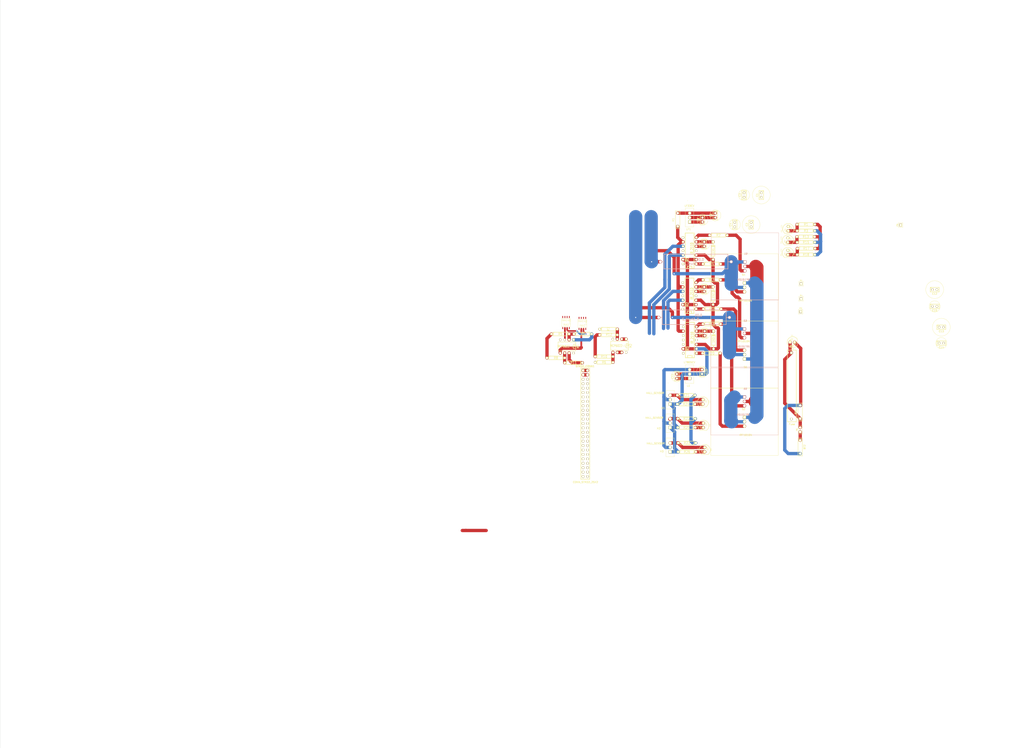
<source format=kicad_pcb>
(kicad_pcb (version 3) (host pcbnew "(2013-jul-07)-stable")

  (general
    (links 173)
    (no_connects 65)
    (area -125.780001 -108.254001 462.330001 321.614001)
    (thickness 1.6)
    (drawings 2)
    (tracks 315)
    (zones 0)
    (modules 81)
    (nets 56)
  )

  (page A3)
  (layers
    (15 F.Cu signal)
    (0 B.Cu signal)
    (16 B.Adhes user)
    (17 F.Adhes user)
    (18 B.Paste user)
    (19 F.Paste user)
    (20 B.SilkS user)
    (21 F.SilkS user)
    (22 B.Mask user)
    (23 F.Mask user)
    (24 Dwgs.User user)
    (25 Cmts.User user)
    (26 Eco1.User user)
    (27 Eco2.User user)
    (28 Edge.Cuts user)
  )

  (setup
    (last_trace_width 1.905)
    (user_trace_width 0.762)
    (user_trace_width 0.889)
    (user_trace_width 1.016)
    (user_trace_width 1.27)
    (user_trace_width 1.905)
    (user_trace_width 2.54)
    (user_trace_width 3.81)
    (user_trace_width 5.08)
    (user_trace_width 7.62)
    (trace_clearance 0.254)
    (zone_clearance 0.508)
    (zone_45_only no)
    (trace_min 0.254)
    (segment_width 0.2)
    (edge_width 0.1)
    (via_size 0.889)
    (via_drill 0.635)
    (via_min_size 0.889)
    (via_min_drill 0.508)
    (uvia_size 0.508)
    (uvia_drill 0.127)
    (uvias_allowed no)
    (uvia_min_size 0.508)
    (uvia_min_drill 0.127)
    (pcb_text_width 0.3)
    (pcb_text_size 1.5 1.5)
    (mod_edge_width 0.15)
    (mod_text_size 1 1)
    (mod_text_width 0.15)
    (pad_size 1.016 1.143)
    (pad_drill 0)
    (pad_to_mask_clearance 0)
    (aux_axis_origin 0 0)
    (visible_elements FFFFFBBF)
    (pcbplotparams
      (layerselection 3178497)
      (usegerberextensions true)
      (excludeedgelayer true)
      (linewidth 0.150000)
      (plotframeref false)
      (viasonmask false)
      (mode 1)
      (useauxorigin false)
      (hpglpennumber 1)
      (hpglpenspeed 20)
      (hpglpendiameter 15)
      (hpglpenoverlay 2)
      (psnegative false)
      (psa4output false)
      (plotreference true)
      (plotvalue true)
      (plotothertext true)
      (plotinvisibletext false)
      (padsonsilk false)
      (subtractmaskfromsilk false)
      (outputformat 1)
      (mirror false)
      (drillshape 0)
      (scaleselection 1)
      (outputdirectory Refill))
  )

  (net 0 "")
  (net 1 +3.3V)
  (net 2 +48V)
  (net 3 +5V)
  (net 4 GND)
  (net 5 N-0000010)
  (net 6 N-00000100)
  (net 7 N-00000101)
  (net 8 N-00000102)
  (net 9 N-00000103)
  (net 10 N-00000104)
  (net 11 N-000005)
  (net 12 N-000006)
  (net 13 N-0000060)
  (net 14 N-0000061)
  (net 15 N-0000062)
  (net 16 N-0000063)
  (net 17 N-0000064)
  (net 18 N-0000065)
  (net 19 N-0000066)
  (net 20 N-0000068)
  (net 21 N-0000069)
  (net 22 N-000007)
  (net 23 N-0000070)
  (net 24 N-0000071)
  (net 25 N-0000072)
  (net 26 N-0000073)
  (net 27 N-0000074)
  (net 28 N-0000075)
  (net 29 N-0000076)
  (net 30 N-0000077)
  (net 31 N-0000078)
  (net 32 N-0000079)
  (net 33 N-000008)
  (net 34 N-0000080)
  (net 35 N-0000081)
  (net 36 N-0000082)
  (net 37 N-0000083)
  (net 38 N-0000084)
  (net 39 N-0000085)
  (net 40 N-0000086)
  (net 41 N-0000087)
  (net 42 N-0000088)
  (net 43 N-0000089)
  (net 44 N-000009)
  (net 45 N-0000090)
  (net 46 N-0000091)
  (net 47 N-0000092)
  (net 48 N-0000093)
  (net 49 N-0000094)
  (net 50 N-0000096)
  (net 51 N-0000097)
  (net 52 N-0000098)
  (net 53 N-0000099)
  (net 54 VCC)
  (net 55 VDD)

  (net_class Default "This is the default net class."
    (clearance 0.254)
    (trace_width 0.254)
    (via_dia 0.889)
    (via_drill 0.635)
    (uvia_dia 0.508)
    (uvia_drill 0.127)
    (add_net "")
    (add_net +3.3V)
    (add_net +48V)
    (add_net +5V)
    (add_net GND)
    (add_net N-0000010)
    (add_net N-00000100)
    (add_net N-00000101)
    (add_net N-00000102)
    (add_net N-00000103)
    (add_net N-00000104)
    (add_net N-000005)
    (add_net N-000006)
    (add_net N-0000060)
    (add_net N-0000061)
    (add_net N-0000062)
    (add_net N-0000063)
    (add_net N-0000064)
    (add_net N-0000065)
    (add_net N-0000066)
    (add_net N-0000068)
    (add_net N-0000069)
    (add_net N-000007)
    (add_net N-0000070)
    (add_net N-0000071)
    (add_net N-0000072)
    (add_net N-0000073)
    (add_net N-0000074)
    (add_net N-0000075)
    (add_net N-0000076)
    (add_net N-0000077)
    (add_net N-0000078)
    (add_net N-0000079)
    (add_net N-000008)
    (add_net N-0000080)
    (add_net N-0000081)
    (add_net N-0000082)
    (add_net N-0000083)
    (add_net N-0000084)
    (add_net N-0000085)
    (add_net N-0000086)
    (add_net N-0000087)
    (add_net N-0000088)
    (add_net N-0000089)
    (add_net N-000009)
    (add_net N-0000090)
    (add_net N-0000091)
    (add_net N-0000092)
    (add_net N-0000093)
    (add_net N-0000094)
    (add_net N-0000096)
    (add_net N-0000097)
    (add_net N-0000098)
    (add_net N-0000099)
    (add_net VCC)
    (add_net VDD)
  )

  (module R_Shunt (layer B.Cu) (tedit 528D7682) (tstamp 52905822)
    (at 274.066 42.164 180)
    (descr "Resitance 7 pas")
    (tags R)
    (path /528E823B)
    (autoplace_cost180 10)
    (fp_text reference R_Shunt_1 (at 2.286 -1.016 180) (layer B.SilkS)
      (effects (font (size 1.397 1.27) (thickness 0.2032)) (justify mirror))
    )
    (fp_text value 0.05 (at -2.286 1.27 180) (layer B.SilkS)
      (effects (font (size 1.397 1.27) (thickness 0.2032)) (justify mirror))
    )
    (fp_line (start -20.066 0) (end -20.066 0) (layer B.SilkS) (width 0.3048))
    (fp_line (start -20.066 0) (end -20.066 0) (layer B.SilkS) (width 0.3048))
    (fp_line (start 18.669 0) (end 20.574 0) (layer B.SilkS) (width 0.3048))
    (fp_line (start 20.574 0) (end 20.574 0) (layer B.SilkS) (width 0.3048))
    (fp_line (start 18.542 -4.064) (end -18.161 -4.064) (layer B.SilkS) (width 0.3048))
    (fp_line (start -18.161 4.318) (end 18.542 4.318) (layer B.SilkS) (width 0.3048))
    (fp_line (start 18.542 4.318) (end 18.542 -4.064) (layer B.SilkS) (width 0.3048))
    (fp_line (start -18.161 4.318) (end -18.161 -4.064) (layer B.SilkS) (width 0.3048))
    (fp_line (start -20.066 0) (end -18.161 0) (layer B.SilkS) (width 0.3048))
    (pad 1 thru_hole circle (at -20.066 0 180) (size 1.778 1.778) (drill 1.27)
      (layers *.Cu *.Mask B.SilkS)
      (net 38 N-0000084)
    )
    (pad 2 thru_hole circle (at 20.574 0 180) (size 1.778 1.778) (drill 1.27)
      (layers *.Cu *.Mask B.SilkS)
      (net 15 N-0000062)
    )
    (model discret/resistor.wrl
      (at (xyz 0 0 0))
      (scale (xyz 0.7 0.7 0.7))
      (rotate (xyz 0 0 0))
    )
  )

  (module PIN_ARRAY_STM32_25X2 (layer F.Cu) (tedit 528EC72F) (tstamp 529ABDC5)
    (at 210.058 132.842)
    (descr "Double rangee de contacts 2 x 12 pins")
    (tags CONN)
    (path /528E7B9F)
    (fp_text reference STM32_CONN1 (at 0.127 -30.607) (layer F.SilkS)
      (effects (font (size 1.016 1.016) (thickness 0.27432)))
    )
    (fp_text value CONN_STM32_25X2 (at 0.35 35.975) (layer F.SilkS)
      (effects (font (size 1.016 1.016) (thickness 0.2032)))
    )
    (fp_line (start -2.2639 34.2635) (end -2.2639 -29.4905) (layer F.SilkS) (width 0.3048))
    (fp_line (start 2.8161 34.2635) (end 2.8161 -29.4905) (layer F.SilkS) (width 0.3048))
    (fp_line (start 2.8161 34.2595) (end -2.2639 34.2595) (layer F.SilkS) (width 0.3048))
    (fp_line (start 2.8161 -29.4905) (end -2.2639 -29.4905) (layer F.SilkS) (width 0.3048))
    (pad 1 thru_hole rect (at -0.9939 -28.2205 270) (size 1.524 1.524) (drill 1.016)
      (layers *.Cu *.Mask F.SilkS)
      (net 4 GND)
    )
    (pad 2 thru_hole circle (at 1.524 -28.194 270) (size 1.524 1.524) (drill 1.016)
      (layers *.Cu *.Mask F.SilkS)
      (net 4 GND)
    )
    (pad 11 thru_hole circle (at -0.9939 -15.5205 270) (size 1.524 1.524) (drill 1.016)
      (layers *.Cu *.Mask F.SilkS)
    )
    (pad 4 thru_hole circle (at 1.5461 -25.6805 270) (size 1.524 1.524) (drill 1.016)
      (layers *.Cu *.Mask F.SilkS)
      (net 55 VDD)
    )
    (pad 13 thru_hole circle (at -0.9939 -12.9805 270) (size 1.524 1.524) (drill 1.016)
      (layers *.Cu *.Mask F.SilkS)
      (net 5 N-0000010)
    )
    (pad 6 thru_hole circle (at 1.5461 -23.1405 270) (size 1.524 1.524) (drill 1.016)
      (layers *.Cu *.Mask F.SilkS)
    )
    (pad 15 thru_hole circle (at -0.9939 -10.4405 270) (size 1.524 1.524) (drill 1.016)
      (layers *.Cu *.Mask F.SilkS)
    )
    (pad 8 thru_hole circle (at 1.5461 -20.6005 270) (size 1.524 1.524) (drill 1.016)
      (layers *.Cu *.Mask F.SilkS)
    )
    (pad 17 thru_hole circle (at -0.9939 -7.9005 270) (size 1.524 1.524) (drill 1.016)
      (layers *.Cu *.Mask F.SilkS)
    )
    (pad 10 thru_hole circle (at 1.5461 -18.0605 270) (size 1.524 1.524) (drill 1.016)
      (layers *.Cu *.Mask F.SilkS)
    )
    (pad 19 thru_hole circle (at -0.9939 -5.3605 270) (size 1.524 1.524) (drill 1.016)
      (layers *.Cu *.Mask F.SilkS)
    )
    (pad 12 thru_hole circle (at 1.5461 -15.5205 270) (size 1.524 1.524) (drill 1.016)
      (layers *.Cu *.Mask F.SilkS)
      (net 22 N-000007)
    )
    (pad 21 thru_hole circle (at -0.9939 -2.8205 270) (size 1.524 1.524) (drill 1.016)
      (layers *.Cu *.Mask F.SilkS)
    )
    (pad 14 thru_hole circle (at 1.5461 -12.9805 270) (size 1.524 1.524) (drill 1.016)
      (layers *.Cu *.Mask F.SilkS)
      (net 32 N-0000079)
    )
    (pad 23 thru_hole circle (at -0.9939 -0.2805 270) (size 1.524 1.524) (drill 1.016)
      (layers *.Cu *.Mask F.SilkS)
    )
    (pad 16 thru_hole circle (at 1.5461 -10.4405 270) (size 1.524 1.524) (drill 1.016)
      (layers *.Cu *.Mask F.SilkS)
    )
    (pad 25 thru_hole circle (at -0.9939 2.2595 270) (size 1.524 1.524) (drill 1.016)
      (layers *.Cu *.Mask F.SilkS)
      (net 36 N-0000082)
    )
    (pad 18 thru_hole circle (at 1.5461 -7.9005 270) (size 1.524 1.524) (drill 1.016)
      (layers *.Cu *.Mask F.SilkS)
    )
    (pad 27 thru_hole circle (at -0.9939 4.7995 270) (size 1.524 1.524) (drill 1.016)
      (layers *.Cu *.Mask F.SilkS)
      (net 16 N-0000063)
    )
    (pad 20 thru_hole circle (at 1.5461 -5.3605 270) (size 1.524 1.524) (drill 1.016)
      (layers *.Cu *.Mask F.SilkS)
    )
    (pad 29 thru_hole circle (at -0.9939 7.3395 270) (size 1.524 1.524) (drill 1.016)
      (layers *.Cu *.Mask F.SilkS)
      (net 17 N-0000064)
    )
    (pad 22 thru_hole circle (at 1.5461 -2.8205 270) (size 1.524 1.524) (drill 1.016)
      (layers *.Cu *.Mask F.SilkS)
    )
    (pad 31 thru_hole circle (at -0.9939 9.8795 270) (size 1.524 1.524) (drill 1.016)
      (layers *.Cu *.Mask F.SilkS)
    )
    (pad 24 thru_hole circle (at 1.5461 -0.2805 270) (size 1.524 1.524) (drill 1.016)
      (layers *.Cu *.Mask F.SilkS)
    )
    (pad 26 thru_hole circle (at 1.5461 2.2595 270) (size 1.524 1.524) (drill 1.016)
      (layers *.Cu *.Mask F.SilkS)
    )
    (pad 33 thru_hole circle (at -0.9939 12.4195 270) (size 1.524 1.524) (drill 1.016)
      (layers *.Cu *.Mask F.SilkS)
    )
    (pad 28 thru_hole circle (at 1.5461 4.7995 270) (size 1.524 1.524) (drill 1.016)
      (layers *.Cu *.Mask F.SilkS)
      (net 30 N-0000077)
    )
    (pad 32 thru_hole circle (at 1.5461 9.8795 270) (size 1.524 1.524) (drill 1.016)
      (layers *.Cu *.Mask F.SilkS)
      (net 35 N-0000081)
    )
    (pad 34 thru_hole circle (at 1.5461 12.4195 270) (size 1.524 1.524) (drill 1.016)
      (layers *.Cu *.Mask F.SilkS)
      (net 13 N-0000060)
    )
    (pad 36 thru_hole circle (at 1.5461 14.9595 270) (size 1.524 1.524) (drill 1.016)
      (layers *.Cu *.Mask F.SilkS)
      (net 18 N-0000065)
    )
    (pad 38 thru_hole circle (at 1.5461 17.4995 270) (size 1.524 1.524) (drill 1.016)
      (layers *.Cu *.Mask F.SilkS)
      (net 19 N-0000066)
    )
    (pad 35 thru_hole circle (at -0.9939 14.9595 270) (size 1.524 1.524) (drill 1.016)
      (layers *.Cu *.Mask F.SilkS)
    )
    (pad 37 thru_hole circle (at -0.9939 17.4995 270) (size 1.524 1.524) (drill 1.016)
      (layers *.Cu *.Mask F.SilkS)
    )
    (pad 3 thru_hole circle (at -0.9939 -25.6805 270) (size 1.524 1.524) (drill 1.016)
      (layers *.Cu *.Mask F.SilkS)
      (net 55 VDD)
    )
    (pad 5 thru_hole circle (at -0.9939 -23.1405 270) (size 1.524 1.524) (drill 1.016)
      (layers *.Cu *.Mask F.SilkS)
    )
    (pad 7 thru_hole circle (at -0.9939 -20.6005 270) (size 1.524 1.524) (drill 1.016)
      (layers *.Cu *.Mask F.SilkS)
    )
    (pad 9 thru_hole circle (at -0.9939 -18.0605 270) (size 1.524 1.524) (drill 1.016)
      (layers *.Cu *.Mask F.SilkS)
    )
    (pad 39 thru_hole circle (at -0.9939 20.0395 270) (size 1.524 1.524) (drill 1.016)
      (layers *.Cu *.Mask F.SilkS)
    )
    (pad 40 thru_hole circle (at 1.5461 20.0395 270) (size 1.524 1.524) (drill 1.016)
      (layers *.Cu *.Mask F.SilkS)
    )
    (pad 30 thru_hole circle (at 1.5461 7.3395 270) (size 1.524 1.524) (drill 1.016)
      (layers *.Cu *.Mask F.SilkS)
      (net 14 N-0000061)
    )
    (pad 41 thru_hole circle (at -0.9939 22.5795 270) (size 1.524 1.524) (drill 1.016)
      (layers *.Cu *.Mask F.SilkS)
    )
    (pad 42 thru_hole circle (at 1.5461 22.5795 270) (size 1.524 1.524) (drill 1.016)
      (layers *.Cu *.Mask F.SilkS)
    )
    (pad 43 thru_hole circle (at -0.9939 25.1195 270) (size 1.524 1.524) (drill 1.016)
      (layers *.Cu *.Mask F.SilkS)
    )
    (pad 44 thru_hole circle (at 1.5461 25.1195 270) (size 1.524 1.524) (drill 1.016)
      (layers *.Cu *.Mask F.SilkS)
    )
    (pad 45 thru_hole circle (at -0.9939 27.6595 270) (size 1.524 1.524) (drill 1.016)
      (layers *.Cu *.Mask F.SilkS)
    )
    (pad 46 thru_hole circle (at 1.5461 27.6595 270) (size 1.524 1.524) (drill 1.016)
      (layers *.Cu *.Mask F.SilkS)
    )
    (pad 47 thru_hole circle (at -0.9939 30.1995 270) (size 1.524 1.524) (drill 1.016)
      (layers *.Cu *.Mask F.SilkS)
    )
    (pad 48 thru_hole circle (at 1.5461 30.1995 270) (size 1.524 1.524) (drill 1.016)
      (layers *.Cu *.Mask F.SilkS)
    )
    (pad 49 thru_hole circle (at -0.9939 32.7395 270) (size 1.524 1.524) (drill 1.016)
      (layers *.Cu *.Mask F.SilkS)
      (net 4 GND)
    )
    (pad 50 thru_hole circle (at 1.5461 32.7395 270) (size 1.524 1.524) (drill 1.016)
      (layers *.Cu *.Mask F.SilkS)
      (net 4 GND)
    )
    (model pin_array/pins_array_30x2.wrl
      (at (xyz 0 0 0))
      (scale (xyz 1 1 1))
      (rotate (xyz 0 0 0))
    )
  )

  (module SO8N (layer F.Cu) (tedit 52939F25) (tstamp 529958B1)
    (at 208.661 77.597 180)
    (descr "Module CMS SOJ 8 pins large")
    (tags "CMS SOJ")
    (path /528E8B20)
    (attr smd)
    (fp_text reference INA2 (at 0 -1.27 180) (layer F.SilkS)
      (effects (font (size 1.143 1.016) (thickness 0.127)))
    )
    (fp_text value INA148 (at 0 1.27 180) (layer F.SilkS)
      (effects (font (size 1.016 1.016) (thickness 0.127)))
    )
    (fp_line (start -2.54 -2.286) (end 2.54 -2.286) (layer F.SilkS) (width 0.127))
    (fp_line (start 2.54 -2.286) (end 2.54 2.286) (layer F.SilkS) (width 0.127))
    (fp_line (start 2.54 2.286) (end -2.54 2.286) (layer F.SilkS) (width 0.127))
    (fp_line (start -2.54 2.286) (end -2.54 -2.286) (layer F.SilkS) (width 0.127))
    (fp_line (start -2.54 -0.762) (end -2.032 -0.762) (layer F.SilkS) (width 0.127))
    (fp_line (start -2.032 -0.762) (end -2.032 0.508) (layer F.SilkS) (width 0.127))
    (fp_line (start -2.032 0.508) (end -2.54 0.508) (layer F.SilkS) (width 0.127))
    (pad 8 smd rect (at -1.905 -3.175 180) (size 0.508 1.143)
      (layers F.Cu F.Paste F.Mask)
    )
    (pad 7 smd rect (at -0.635 -3.175 180) (size 0.508 1.143)
      (layers F.Cu F.Paste F.Mask)
      (net 1 +3.3V)
    )
    (pad 6 smd rect (at 0.635 -3.175 180) (size 0.508 1.143)
      (layers F.Cu F.Paste F.Mask)
      (net 26 N-0000073)
    )
    (pad 5 smd rect (at 1.905 -3.175 180) (size 0.508 1.143)
      (layers F.Cu F.Paste F.Mask)
    )
    (pad 4 smd rect (at 1.905 3.175 180) (size 0.508 1.143)
      (layers F.Cu F.Paste F.Mask)
      (net 4 GND)
    )
    (pad 3 smd rect (at 0.635 3.175 180) (size 0.508 1.143)
      (layers F.Cu F.Paste F.Mask)
      (net 20 N-0000068)
    )
    (pad 2 smd rect (at -0.635 3.175 180) (size 0.508 1.143)
      (layers F.Cu F.Paste F.Mask)
      (net 51 N-0000097)
    )
    (pad 1 smd rect (at -1.905 3.175 180) (size 0.508 1.143)
      (layers F.Cu F.Paste F.Mask)
      (net 7 N-00000101)
    )
    (model smd/cms_so8.wrl
      (at (xyz 0 0 0))
      (scale (xyz 0.5 0.38 0.5))
      (rotate (xyz 0 0 0))
    )
  )

  (module SO8N (layer F.Cu) (tedit 45127296) (tstamp 529AE029)
    (at 199.263 77.089 180)
    (descr "Module CMS SOJ 8 pins large")
    (tags "CMS SOJ")
    (path /528E8261)
    (attr smd)
    (fp_text reference INA1 (at 0 -1.27 180) (layer F.SilkS)
      (effects (font (size 1.143 1.016) (thickness 0.127)))
    )
    (fp_text value INA148 (at 0 1.27 180) (layer F.SilkS)
      (effects (font (size 1.016 1.016) (thickness 0.127)))
    )
    (fp_line (start -2.54 -2.286) (end 2.54 -2.286) (layer F.SilkS) (width 0.127))
    (fp_line (start 2.54 -2.286) (end 2.54 2.286) (layer F.SilkS) (width 0.127))
    (fp_line (start 2.54 2.286) (end -2.54 2.286) (layer F.SilkS) (width 0.127))
    (fp_line (start -2.54 2.286) (end -2.54 -2.286) (layer F.SilkS) (width 0.127))
    (fp_line (start -2.54 -0.762) (end -2.032 -0.762) (layer F.SilkS) (width 0.127))
    (fp_line (start -2.032 -0.762) (end -2.032 0.508) (layer F.SilkS) (width 0.127))
    (fp_line (start -2.032 0.508) (end -2.54 0.508) (layer F.SilkS) (width 0.127))
    (pad 8 smd rect (at -1.905 -3.175 180) (size 0.508 1.143)
      (layers F.Cu F.Paste F.Mask)
    )
    (pad 7 smd rect (at -0.635 -3.175 180) (size 0.508 1.143)
      (layers F.Cu F.Paste F.Mask)
      (net 1 +3.3V)
    )
    (pad 6 smd rect (at 0.635 -3.175 180) (size 0.508 1.143)
      (layers F.Cu F.Paste F.Mask)
      (net 28 N-0000075)
    )
    (pad 5 smd rect (at 1.905 -3.175 180) (size 0.508 1.143)
      (layers F.Cu F.Paste F.Mask)
    )
    (pad 4 smd rect (at 1.905 3.175 180) (size 0.508 1.143)
      (layers F.Cu F.Paste F.Mask)
      (net 4 GND)
    )
    (pad 3 smd rect (at 0.635 3.175 180) (size 0.508 1.143)
      (layers F.Cu F.Paste F.Mask)
      (net 38 N-0000084)
    )
    (pad 2 smd rect (at -0.635 3.175 180) (size 0.508 1.143)
      (layers F.Cu F.Paste F.Mask)
      (net 15 N-0000062)
    )
    (pad 1 smd rect (at -1.905 3.175 180) (size 0.508 1.143)
      (layers F.Cu F.Paste F.Mask)
      (net 7 N-00000101)
    )
    (model smd/cms_so8.wrl
      (at (xyz 0 0 0))
      (scale (xyz 0.5 0.38 0.5))
      (rotate (xyz 0 0 0))
    )
  )

  (module R_Shunt (layer B.Cu) (tedit 528D7682) (tstamp 52905831)
    (at 273.05 74.168 180)
    (descr "Resitance 7 pas")
    (tags R)
    (path /528E8B18)
    (autoplace_cost180 10)
    (fp_text reference R_Shunt_2 (at 2.286 -1.016 180) (layer B.SilkS)
      (effects (font (size 1.397 1.27) (thickness 0.2032)) (justify mirror))
    )
    (fp_text value 0.05 (at -2.286 1.27 180) (layer B.SilkS)
      (effects (font (size 1.397 1.27) (thickness 0.2032)) (justify mirror))
    )
    (fp_line (start -20.066 0) (end -20.066 0) (layer B.SilkS) (width 0.3048))
    (fp_line (start -20.066 0) (end -20.066 0) (layer B.SilkS) (width 0.3048))
    (fp_line (start 18.669 0) (end 20.574 0) (layer B.SilkS) (width 0.3048))
    (fp_line (start 20.574 0) (end 20.574 0) (layer B.SilkS) (width 0.3048))
    (fp_line (start 18.542 -4.064) (end -18.161 -4.064) (layer B.SilkS) (width 0.3048))
    (fp_line (start -18.161 4.318) (end 18.542 4.318) (layer B.SilkS) (width 0.3048))
    (fp_line (start 18.542 4.318) (end 18.542 -4.064) (layer B.SilkS) (width 0.3048))
    (fp_line (start -18.161 4.318) (end -18.161 -4.064) (layer B.SilkS) (width 0.3048))
    (fp_line (start -20.066 0) (end -18.161 0) (layer B.SilkS) (width 0.3048))
    (pad 1 thru_hole circle (at -20.066 0 180) (size 1.778 1.778) (drill 1.27)
      (layers *.Cu *.Mask B.SilkS)
      (net 20 N-0000068)
    )
    (pad 2 thru_hole circle (at 20.574 0 180) (size 1.778 1.778) (drill 1.27)
      (layers *.Cu *.Mask B.SilkS)
      (net 51 N-0000097)
    )
    (model discret/resistor.wrl
      (at (xyz 0 0 0))
      (scale (xyz 0.7 0.7 0.7))
      (rotate (xyz 0 0 0))
    )
  )

  (module PIN_ARRAY_1 (layer F.Cu) (tedit 4E4E744E) (tstamp 52905944)
    (at 334.264 54.864)
    (descr "1 pin")
    (tags "CONN DEV")
    (path /528E8620)
    (fp_text reference P1 (at 0 -1.905) (layer F.SilkS)
      (effects (font (size 0.762 0.762) (thickness 0.1524)))
    )
    (fp_text value CONN_1 (at 0 -1.905) (layer F.SilkS) hide
      (effects (font (size 0.762 0.762) (thickness 0.1524)))
    )
    (fp_line (start 1.27 1.27) (end -1.27 1.27) (layer F.SilkS) (width 0.1524))
    (fp_line (start -1.27 -1.27) (end 1.27 -1.27) (layer F.SilkS) (width 0.1524))
    (fp_line (start -1.27 1.27) (end -1.27 -1.27) (layer F.SilkS) (width 0.1524))
    (fp_line (start 1.27 -1.27) (end 1.27 1.27) (layer F.SilkS) (width 0.1524))
    (pad 1 thru_hole rect (at 0 0) (size 1.524 1.524) (drill 1.016)
      (layers *.Cu *.Mask F.SilkS)
      (net 15 N-0000062)
    )
    (model pin_array\pin_1.wrl
      (at (xyz 0 0 0))
      (scale (xyz 1 1 1))
      (rotate (xyz 0 0 0))
    )
  )

  (module PIN_ARRAY_1 (layer F.Cu) (tedit 4E4E744E) (tstamp 52905956)
    (at 334.264 63.5)
    (descr "1 pin")
    (tags "CONN DEV")
    (path /528E8B36)
    (fp_text reference P4 (at 0 -1.905) (layer F.SilkS)
      (effects (font (size 0.762 0.762) (thickness 0.1524)))
    )
    (fp_text value CONN_1 (at 0 -1.905) (layer F.SilkS) hide
      (effects (font (size 0.762 0.762) (thickness 0.1524)))
    )
    (fp_line (start 1.27 1.27) (end -1.27 1.27) (layer F.SilkS) (width 0.1524))
    (fp_line (start -1.27 -1.27) (end 1.27 -1.27) (layer F.SilkS) (width 0.1524))
    (fp_line (start -1.27 1.27) (end -1.27 -1.27) (layer F.SilkS) (width 0.1524))
    (fp_line (start 1.27 -1.27) (end 1.27 1.27) (layer F.SilkS) (width 0.1524))
    (pad 1 thru_hole rect (at 0 0) (size 1.524 1.524) (drill 1.016)
      (layers *.Cu *.Mask F.SilkS)
      (net 51 N-0000097)
    )
    (model pin_array\pin_1.wrl
      (at (xyz 0 0 0))
      (scale (xyz 1 1 1))
      (rotate (xyz 0 0 0))
    )
  )

  (module PIN_ARRAY_1 (layer F.Cu) (tedit 4E4E744E) (tstamp 5290595F)
    (at 334.01 70.866)
    (descr "1 pin")
    (tags "CONN DEV")
    (path /528EE944)
    (fp_text reference P3 (at 0 -1.905) (layer F.SilkS)
      (effects (font (size 0.762 0.762) (thickness 0.1524)))
    )
    (fp_text value CONN_1 (at 0 -1.905) (layer F.SilkS) hide
      (effects (font (size 0.762 0.762) (thickness 0.1524)))
    )
    (fp_line (start 1.27 1.27) (end -1.27 1.27) (layer F.SilkS) (width 0.1524))
    (fp_line (start -1.27 -1.27) (end 1.27 -1.27) (layer F.SilkS) (width 0.1524))
    (fp_line (start -1.27 1.27) (end -1.27 -1.27) (layer F.SilkS) (width 0.1524))
    (fp_line (start 1.27 -1.27) (end 1.27 1.27) (layer F.SilkS) (width 0.1524))
    (pad 1 thru_hole rect (at 0 0) (size 1.524 1.524) (drill 1.016)
      (layers *.Cu *.Mask F.SilkS)
      (net 11 N-000005)
    )
    (model pin_array\pin_1.wrl
      (at (xyz 0 0 0))
      (scale (xyz 1 1 1))
      (rotate (xyz 0 0 0))
    )
  )

  (module LED-5MM (layer F.Cu) (tedit 50ADE86B) (tstamp 5290596E)
    (at 326.644 36.83 270)
    (descr "LED 5mm - Lead pitch 100mil (2,54mm)")
    (tags "LED led 5mm 5MM 100mil 2,54mm")
    (path /528E9EA5)
    (fp_text reference RGL3 (at 0 -3.81 270) (layer F.SilkS)
      (effects (font (size 0.762 0.762) (thickness 0.0889)))
    )
    (fp_text value RG_LED (at 0 3.81 270) (layer F.SilkS)
      (effects (font (size 0.762 0.762) (thickness 0.0889)))
    )
    (fp_line (start 2.8448 1.905) (end 2.8448 -1.905) (layer F.SilkS) (width 0.2032))
    (fp_circle (center 0.254 0) (end -1.016 1.27) (layer F.SilkS) (width 0.0762))
    (fp_arc (start 0.254 0) (end 2.794 1.905) (angle 286.2) (layer F.SilkS) (width 0.254))
    (fp_arc (start 0.254 0) (end -0.889 0) (angle 90) (layer F.SilkS) (width 0.1524))
    (fp_arc (start 0.254 0) (end 1.397 0) (angle 90) (layer F.SilkS) (width 0.1524))
    (fp_arc (start 0.254 0) (end -1.397 0) (angle 90) (layer F.SilkS) (width 0.1524))
    (fp_arc (start 0.254 0) (end 1.905 0) (angle 90) (layer F.SilkS) (width 0.1524))
    (fp_arc (start 0.254 0) (end -1.905 0) (angle 90) (layer F.SilkS) (width 0.1524))
    (fp_arc (start 0.254 0) (end 2.413 0) (angle 90) (layer F.SilkS) (width 0.1524))
    (pad 1 thru_hole circle (at -1.27 0 270) (size 1.6764 1.6764) (drill 0.8128)
      (layers *.Cu *.Mask F.SilkS)
      (net 21 N-0000069)
    )
    (pad 2 thru_hole circle (at 1.27 0 270) (size 1.6764 1.6764) (drill 0.8128)
      (layers *.Cu *.Mask F.SilkS)
      (net 33 N-000008)
    )
    (model discret/leds/led5_vertical_verde.wrl
      (at (xyz 0 0 0))
      (scale (xyz 1 1 1))
      (rotate (xyz 0 0 0))
    )
  )

  (module LED-5MM (layer F.Cu) (tedit 50ADE86B) (tstamp 5290597D)
    (at 329.184 88.392)
    (descr "LED 5mm - Lead pitch 100mil (2,54mm)")
    (tags "LED led 5mm 5MM 100mil 2,54mm")
    (path /528EE57D)
    (fp_text reference D1 (at 0 -3.81) (layer F.SilkS)
      (effects (font (size 0.762 0.762) (thickness 0.0889)))
    )
    (fp_text value LED (at 0 3.81) (layer F.SilkS)
      (effects (font (size 0.762 0.762) (thickness 0.0889)))
    )
    (fp_line (start 2.8448 1.905) (end 2.8448 -1.905) (layer F.SilkS) (width 0.2032))
    (fp_circle (center 0.254 0) (end -1.016 1.27) (layer F.SilkS) (width 0.0762))
    (fp_arc (start 0.254 0) (end 2.794 1.905) (angle 286.2) (layer F.SilkS) (width 0.254))
    (fp_arc (start 0.254 0) (end -0.889 0) (angle 90) (layer F.SilkS) (width 0.1524))
    (fp_arc (start 0.254 0) (end 1.397 0) (angle 90) (layer F.SilkS) (width 0.1524))
    (fp_arc (start 0.254 0) (end -1.397 0) (angle 90) (layer F.SilkS) (width 0.1524))
    (fp_arc (start 0.254 0) (end 1.905 0) (angle 90) (layer F.SilkS) (width 0.1524))
    (fp_arc (start 0.254 0) (end -1.905 0) (angle 90) (layer F.SilkS) (width 0.1524))
    (fp_arc (start 0.254 0) (end 2.413 0) (angle 90) (layer F.SilkS) (width 0.1524))
    (pad 1 thru_hole circle (at -1.27 0) (size 1.6764 1.6764) (drill 0.8128)
      (layers *.Cu *.Mask F.SilkS)
      (net 54 VCC)
    )
    (pad 2 thru_hole circle (at 1.27 0) (size 1.6764 1.6764) (drill 0.8128)
      (layers *.Cu *.Mask F.SilkS)
      (net 4 GND)
    )
    (model discret/leds/led5_vertical_verde.wrl
      (at (xyz 0 0 0))
      (scale (xyz 1 1 1))
      (rotate (xyz 0 0 0))
    )
  )

  (module LED-5MM (layer F.Cu) (tedit 50ADE86B) (tstamp 5290598C)
    (at 326.644 29.718 270)
    (descr "LED 5mm - Lead pitch 100mil (2,54mm)")
    (tags "LED led 5mm 5MM 100mil 2,54mm")
    (path /528E9E84)
    (fp_text reference RGL2 (at 0 -3.81 270) (layer F.SilkS)
      (effects (font (size 0.762 0.762) (thickness 0.0889)))
    )
    (fp_text value RG_LED (at 0 3.81 270) (layer F.SilkS)
      (effects (font (size 0.762 0.762) (thickness 0.0889)))
    )
    (fp_line (start 2.8448 1.905) (end 2.8448 -1.905) (layer F.SilkS) (width 0.2032))
    (fp_circle (center 0.254 0) (end -1.016 1.27) (layer F.SilkS) (width 0.0762))
    (fp_arc (start 0.254 0) (end 2.794 1.905) (angle 286.2) (layer F.SilkS) (width 0.254))
    (fp_arc (start 0.254 0) (end -0.889 0) (angle 90) (layer F.SilkS) (width 0.1524))
    (fp_arc (start 0.254 0) (end 1.397 0) (angle 90) (layer F.SilkS) (width 0.1524))
    (fp_arc (start 0.254 0) (end -1.397 0) (angle 90) (layer F.SilkS) (width 0.1524))
    (fp_arc (start 0.254 0) (end 1.905 0) (angle 90) (layer F.SilkS) (width 0.1524))
    (fp_arc (start 0.254 0) (end -1.905 0) (angle 90) (layer F.SilkS) (width 0.1524))
    (fp_arc (start 0.254 0) (end 2.413 0) (angle 90) (layer F.SilkS) (width 0.1524))
    (pad 1 thru_hole circle (at -1.27 0 270) (size 1.6764 1.6764) (drill 0.8128)
      (layers *.Cu *.Mask F.SilkS)
      (net 20 N-0000068)
    )
    (pad 2 thru_hole circle (at 1.27 0 270) (size 1.6764 1.6764) (drill 0.8128)
      (layers *.Cu *.Mask F.SilkS)
      (net 44 N-000009)
    )
    (model discret/leds/led5_vertical_verde.wrl
      (at (xyz 0 0 0))
      (scale (xyz 1 1 1))
      (rotate (xyz 0 0 0))
    )
  )

  (module LED-5MM (layer F.Cu) (tedit 50ADE86B) (tstamp 5290599B)
    (at 326.898 23.114 270)
    (descr "LED 5mm - Lead pitch 100mil (2,54mm)")
    (tags "LED led 5mm 5MM 100mil 2,54mm")
    (path /528E9BC0)
    (fp_text reference RGL1 (at 0 -3.81 270) (layer F.SilkS)
      (effects (font (size 0.762 0.762) (thickness 0.0889)))
    )
    (fp_text value RG_LED (at 0 3.81 270) (layer F.SilkS)
      (effects (font (size 0.762 0.762) (thickness 0.0889)))
    )
    (fp_line (start 2.8448 1.905) (end 2.8448 -1.905) (layer F.SilkS) (width 0.2032))
    (fp_circle (center 0.254 0) (end -1.016 1.27) (layer F.SilkS) (width 0.0762))
    (fp_arc (start 0.254 0) (end 2.794 1.905) (angle 286.2) (layer F.SilkS) (width 0.254))
    (fp_arc (start 0.254 0) (end -0.889 0) (angle 90) (layer F.SilkS) (width 0.1524))
    (fp_arc (start 0.254 0) (end 1.397 0) (angle 90) (layer F.SilkS) (width 0.1524))
    (fp_arc (start 0.254 0) (end -1.397 0) (angle 90) (layer F.SilkS) (width 0.1524))
    (fp_arc (start 0.254 0) (end 1.905 0) (angle 90) (layer F.SilkS) (width 0.1524))
    (fp_arc (start 0.254 0) (end -1.905 0) (angle 90) (layer F.SilkS) (width 0.1524))
    (fp_arc (start 0.254 0) (end 2.413 0) (angle 90) (layer F.SilkS) (width 0.1524))
    (pad 1 thru_hole circle (at -1.27 0 270) (size 1.6764 1.6764) (drill 0.8128)
      (layers *.Cu *.Mask F.SilkS)
      (net 38 N-0000084)
    )
    (pad 2 thru_hole circle (at 1.27 0 270) (size 1.6764 1.6764) (drill 0.8128)
      (layers *.Cu *.Mask F.SilkS)
      (net 12 N-000006)
    )
    (model discret/leds/led5_vertical_verde.wrl
      (at (xyz 0 0 0))
      (scale (xyz 1 1 1))
      (rotate (xyz 0 0 0))
    )
  )

  (module LED-5MM (layer F.Cu) (tedit 50ADE86B) (tstamp 529059AA)
    (at 278.892 150.114 270)
    (descr "LED 5mm - Lead pitch 100mil (2,54mm)")
    (tags "LED led 5mm 5MM 100mil 2,54mm")
    (path /528E9B75)
    (fp_text reference D4 (at 0 -3.81 270) (layer F.SilkS)
      (effects (font (size 0.762 0.762) (thickness 0.0889)))
    )
    (fp_text value LED (at 0 3.81 270) (layer F.SilkS)
      (effects (font (size 0.762 0.762) (thickness 0.0889)))
    )
    (fp_line (start 2.8448 1.905) (end 2.8448 -1.905) (layer F.SilkS) (width 0.2032))
    (fp_circle (center 0.254 0) (end -1.016 1.27) (layer F.SilkS) (width 0.0762))
    (fp_arc (start 0.254 0) (end 2.794 1.905) (angle 286.2) (layer F.SilkS) (width 0.254))
    (fp_arc (start 0.254 0) (end -0.889 0) (angle 90) (layer F.SilkS) (width 0.1524))
    (fp_arc (start 0.254 0) (end 1.397 0) (angle 90) (layer F.SilkS) (width 0.1524))
    (fp_arc (start 0.254 0) (end -1.397 0) (angle 90) (layer F.SilkS) (width 0.1524))
    (fp_arc (start 0.254 0) (end 1.905 0) (angle 90) (layer F.SilkS) (width 0.1524))
    (fp_arc (start 0.254 0) (end -1.905 0) (angle 90) (layer F.SilkS) (width 0.1524))
    (fp_arc (start 0.254 0) (end 2.413 0) (angle 90) (layer F.SilkS) (width 0.1524))
    (pad 1 thru_hole circle (at -1.27 0 270) (size 1.6764 1.6764) (drill 0.8128)
      (layers *.Cu *.Mask F.SilkS)
      (net 19 N-0000066)
    )
    (pad 2 thru_hole circle (at 1.27 0 270) (size 1.6764 1.6764) (drill 0.8128)
      (layers *.Cu *.Mask F.SilkS)
      (net 52 N-0000098)
    )
    (model discret/leds/led5_vertical_verde.wrl
      (at (xyz 0 0 0))
      (scale (xyz 1 1 1))
      (rotate (xyz 0 0 0))
    )
  )

  (module LED-5MM (layer F.Cu) (tedit 50ADE86B) (tstamp 529059B9)
    (at 278.13 136.144 270)
    (descr "LED 5mm - Lead pitch 100mil (2,54mm)")
    (tags "LED led 5mm 5MM 100mil 2,54mm")
    (path /528E9B44)
    (fp_text reference D3 (at 0 -3.81 270) (layer F.SilkS)
      (effects (font (size 0.762 0.762) (thickness 0.0889)))
    )
    (fp_text value LED (at 0 3.81 270) (layer F.SilkS)
      (effects (font (size 0.762 0.762) (thickness 0.0889)))
    )
    (fp_line (start 2.8448 1.905) (end 2.8448 -1.905) (layer F.SilkS) (width 0.2032))
    (fp_circle (center 0.254 0) (end -1.016 1.27) (layer F.SilkS) (width 0.0762))
    (fp_arc (start 0.254 0) (end 2.794 1.905) (angle 286.2) (layer F.SilkS) (width 0.254))
    (fp_arc (start 0.254 0) (end -0.889 0) (angle 90) (layer F.SilkS) (width 0.1524))
    (fp_arc (start 0.254 0) (end 1.397 0) (angle 90) (layer F.SilkS) (width 0.1524))
    (fp_arc (start 0.254 0) (end -1.397 0) (angle 90) (layer F.SilkS) (width 0.1524))
    (fp_arc (start 0.254 0) (end 1.905 0) (angle 90) (layer F.SilkS) (width 0.1524))
    (fp_arc (start 0.254 0) (end -1.905 0) (angle 90) (layer F.SilkS) (width 0.1524))
    (fp_arc (start 0.254 0) (end 2.413 0) (angle 90) (layer F.SilkS) (width 0.1524))
    (pad 1 thru_hole circle (at -1.27 0 270) (size 1.6764 1.6764) (drill 0.8128)
      (layers *.Cu *.Mask F.SilkS)
      (net 18 N-0000065)
    )
    (pad 2 thru_hole circle (at 1.27 0 270) (size 1.6764 1.6764) (drill 0.8128)
      (layers *.Cu *.Mask F.SilkS)
      (net 53 N-0000099)
    )
    (model discret/leds/led5_vertical_verde.wrl
      (at (xyz 0 0 0))
      (scale (xyz 1 1 1))
      (rotate (xyz 0 0 0))
    )
  )

  (module LED-5MM (layer F.Cu) (tedit 50ADE86B) (tstamp 529059C8)
    (at 277.876 122.682 270)
    (descr "LED 5mm - Lead pitch 100mil (2,54mm)")
    (tags "LED led 5mm 5MM 100mil 2,54mm")
    (path /528E9A94)
    (fp_text reference D2 (at 0 -3.81 270) (layer F.SilkS)
      (effects (font (size 0.762 0.762) (thickness 0.0889)))
    )
    (fp_text value LED (at 0 3.81 270) (layer F.SilkS)
      (effects (font (size 0.762 0.762) (thickness 0.0889)))
    )
    (fp_line (start 2.8448 1.905) (end 2.8448 -1.905) (layer F.SilkS) (width 0.2032))
    (fp_circle (center 0.254 0) (end -1.016 1.27) (layer F.SilkS) (width 0.0762))
    (fp_arc (start 0.254 0) (end 2.794 1.905) (angle 286.2) (layer F.SilkS) (width 0.254))
    (fp_arc (start 0.254 0) (end -0.889 0) (angle 90) (layer F.SilkS) (width 0.1524))
    (fp_arc (start 0.254 0) (end 1.397 0) (angle 90) (layer F.SilkS) (width 0.1524))
    (fp_arc (start 0.254 0) (end -1.397 0) (angle 90) (layer F.SilkS) (width 0.1524))
    (fp_arc (start 0.254 0) (end 1.905 0) (angle 90) (layer F.SilkS) (width 0.1524))
    (fp_arc (start 0.254 0) (end -1.905 0) (angle 90) (layer F.SilkS) (width 0.1524))
    (fp_arc (start 0.254 0) (end 2.413 0) (angle 90) (layer F.SilkS) (width 0.1524))
    (pad 1 thru_hole circle (at -1.27 0 270) (size 1.6764 1.6764) (drill 0.8128)
      (layers *.Cu *.Mask F.SilkS)
      (net 13 N-0000060)
    )
    (pad 2 thru_hole circle (at 1.27 0 270) (size 1.6764 1.6764) (drill 0.8128)
      (layers *.Cu *.Mask F.SilkS)
      (net 50 N-0000096)
    )
    (model discret/leds/led5_vertical_verde.wrl
      (at (xyz 0 0 0))
      (scale (xyz 1 1 1))
      (rotate (xyz 0 0 0))
    )
  )

  (module DO-41 (layer F.Cu) (tedit 4C5F69ED) (tstamp 529059EE)
    (at 283.972 87.122 90)
    (descr "Diode 3 pas")
    (tags "DIODE DEV")
    (path /528E81FC)
    (fp_text reference 1N3 (at 0 0 90) (layer F.SilkS)
      (effects (font (size 1.016 1.016) (thickness 0.2032)))
    )
    (fp_text value 1N4003 (at 0 0 90) (layer F.SilkS) hide
      (effects (font (size 1.016 1.016) (thickness 0.2032)))
    )
    (fp_line (start -3.81 0) (end -5.08 0) (layer F.SilkS) (width 0.3175))
    (fp_line (start 3.81 0) (end 5.08 0) (layer F.SilkS) (width 0.3175))
    (fp_line (start 3.81 0) (end 3.048 0) (layer F.SilkS) (width 0.3175))
    (fp_line (start 3.048 0) (end 3.048 -1.016) (layer F.SilkS) (width 0.3048))
    (fp_line (start 3.048 -1.016) (end -3.048 -1.016) (layer F.SilkS) (width 0.3048))
    (fp_line (start -3.048 -1.016) (end -3.048 0) (layer F.SilkS) (width 0.3048))
    (fp_line (start -3.048 0) (end -3.81 0) (layer F.SilkS) (width 0.3048))
    (fp_line (start -3.048 0) (end -3.048 1.016) (layer F.SilkS) (width 0.3048))
    (fp_line (start -3.048 1.016) (end 3.048 1.016) (layer F.SilkS) (width 0.3048))
    (fp_line (start 3.048 1.016) (end 3.048 0) (layer F.SilkS) (width 0.3048))
    (fp_line (start 2.54 -1.016) (end 2.54 1.016) (layer F.SilkS) (width 0.3048))
    (fp_line (start 2.286 1.016) (end 2.286 -1.016) (layer F.SilkS) (width 0.3048))
    (pad 2 thru_hole rect (at 5.08 0 90) (size 1.524 1.524) (drill 0.889)
      (layers *.Cu *.Mask F.SilkS)
      (net 41 N-0000087)
    )
    (pad 1 thru_hole circle (at -5.08 0 90) (size 1.524 1.524) (drill 0.889)
      (layers *.Cu *.Mask F.SilkS)
      (net 54 VCC)
    )
  )

  (module DO-41 (layer F.Cu) (tedit 4C5F69ED) (tstamp 52905A00)
    (at 283.718 61.722 90)
    (descr "Diode 3 pas")
    (tags "DIODE DEV")
    (path /528E8ADB)
    (fp_text reference 1N2 (at 0 0 90) (layer F.SilkS)
      (effects (font (size 1.016 1.016) (thickness 0.2032)))
    )
    (fp_text value 1N4003 (at 0 0 90) (layer F.SilkS) hide
      (effects (font (size 1.016 1.016) (thickness 0.2032)))
    )
    (fp_line (start -3.81 0) (end -5.08 0) (layer F.SilkS) (width 0.3175))
    (fp_line (start 3.81 0) (end 5.08 0) (layer F.SilkS) (width 0.3175))
    (fp_line (start 3.81 0) (end 3.048 0) (layer F.SilkS) (width 0.3175))
    (fp_line (start 3.048 0) (end 3.048 -1.016) (layer F.SilkS) (width 0.3048))
    (fp_line (start 3.048 -1.016) (end -3.048 -1.016) (layer F.SilkS) (width 0.3048))
    (fp_line (start -3.048 -1.016) (end -3.048 0) (layer F.SilkS) (width 0.3048))
    (fp_line (start -3.048 0) (end -3.81 0) (layer F.SilkS) (width 0.3048))
    (fp_line (start -3.048 0) (end -3.048 1.016) (layer F.SilkS) (width 0.3048))
    (fp_line (start -3.048 1.016) (end 3.048 1.016) (layer F.SilkS) (width 0.3048))
    (fp_line (start 3.048 1.016) (end 3.048 0) (layer F.SilkS) (width 0.3048))
    (fp_line (start 2.54 -1.016) (end 2.54 1.016) (layer F.SilkS) (width 0.3048))
    (fp_line (start 2.286 1.016) (end 2.286 -1.016) (layer F.SilkS) (width 0.3048))
    (pad 2 thru_hole rect (at 5.08 0 90) (size 1.524 1.524) (drill 0.889)
      (layers *.Cu *.Mask F.SilkS)
      (net 25 N-0000072)
    )
    (pad 1 thru_hole circle (at -5.08 0 90) (size 1.524 1.524) (drill 0.889)
      (layers *.Cu *.Mask F.SilkS)
      (net 54 VCC)
    )
  )

  (module DO-41 (layer F.Cu) (tedit 4C5F69ED) (tstamp 52905A12)
    (at 283.718 35.814 90)
    (descr "Diode 3 pas")
    (tags "DIODE DEV")
    (path /528E7FD9)
    (fp_text reference 1N1 (at 0 0 90) (layer F.SilkS)
      (effects (font (size 1.016 1.016) (thickness 0.2032)))
    )
    (fp_text value 1N4003 (at 0 0 90) (layer F.SilkS) hide
      (effects (font (size 1.016 1.016) (thickness 0.2032)))
    )
    (fp_line (start -3.81 0) (end -5.08 0) (layer F.SilkS) (width 0.3175))
    (fp_line (start 3.81 0) (end 5.08 0) (layer F.SilkS) (width 0.3175))
    (fp_line (start 3.81 0) (end 3.048 0) (layer F.SilkS) (width 0.3175))
    (fp_line (start 3.048 0) (end 3.048 -1.016) (layer F.SilkS) (width 0.3048))
    (fp_line (start 3.048 -1.016) (end -3.048 -1.016) (layer F.SilkS) (width 0.3048))
    (fp_line (start -3.048 -1.016) (end -3.048 0) (layer F.SilkS) (width 0.3048))
    (fp_line (start -3.048 0) (end -3.81 0) (layer F.SilkS) (width 0.3048))
    (fp_line (start -3.048 0) (end -3.048 1.016) (layer F.SilkS) (width 0.3048))
    (fp_line (start -3.048 1.016) (end 3.048 1.016) (layer F.SilkS) (width 0.3048))
    (fp_line (start 3.048 1.016) (end 3.048 0) (layer F.SilkS) (width 0.3048))
    (fp_line (start 2.54 -1.016) (end 2.54 1.016) (layer F.SilkS) (width 0.3048))
    (fp_line (start 2.286 1.016) (end 2.286 -1.016) (layer F.SilkS) (width 0.3048))
    (pad 2 thru_hole rect (at 5.08 0 90) (size 1.524 1.524) (drill 0.889)
      (layers *.Cu *.Mask F.SilkS)
      (net 31 N-0000078)
    )
    (pad 1 thru_hole circle (at -5.08 0 90) (size 1.524 1.524) (drill 0.889)
      (layers *.Cu *.Mask F.SilkS)
      (net 54 VCC)
    )
  )

  (module DIP-8__300 (layer F.Cu) (tedit 43A7F843) (tstamp 52905A25)
    (at 229.997 90.424 180)
    (descr "8 pins DIL package, round pads")
    (tags DIL)
    (path /528E86BE)
    (fp_text reference M2 (at -6.35 0 270) (layer F.SilkS)
      (effects (font (size 1.27 1.143) (thickness 0.2032)))
    )
    (fp_text value MCP6022-I/P (at 0 0 180) (layer F.SilkS)
      (effects (font (size 1.27 1.016) (thickness 0.2032)))
    )
    (fp_line (start -5.08 -1.27) (end -3.81 -1.27) (layer F.SilkS) (width 0.254))
    (fp_line (start -3.81 -1.27) (end -3.81 1.27) (layer F.SilkS) (width 0.254))
    (fp_line (start -3.81 1.27) (end -5.08 1.27) (layer F.SilkS) (width 0.254))
    (fp_line (start -5.08 -2.54) (end 5.08 -2.54) (layer F.SilkS) (width 0.254))
    (fp_line (start 5.08 -2.54) (end 5.08 2.54) (layer F.SilkS) (width 0.254))
    (fp_line (start 5.08 2.54) (end -5.08 2.54) (layer F.SilkS) (width 0.254))
    (fp_line (start -5.08 2.54) (end -5.08 -2.54) (layer F.SilkS) (width 0.254))
    (pad 1 thru_hole rect (at -3.81 3.81 180) (size 1.397 1.397) (drill 0.8128)
      (layers *.Cu *.Mask F.SilkS)
      (net 7 N-00000101)
    )
    (pad 2 thru_hole circle (at -1.27 3.81 180) (size 1.397 1.397) (drill 0.8128)
      (layers *.Cu *.Mask F.SilkS)
      (net 7 N-00000101)
    )
    (pad 3 thru_hole circle (at 1.27 3.81 180) (size 1.397 1.397) (drill 0.8128)
      (layers *.Cu *.Mask F.SilkS)
      (net 37 N-0000083)
    )
    (pad 4 thru_hole circle (at 3.81 3.81 180) (size 1.397 1.397) (drill 0.8128)
      (layers *.Cu *.Mask F.SilkS)
      (net 4 GND)
    )
    (pad 5 thru_hole circle (at 3.81 -3.81 180) (size 1.397 1.397) (drill 0.8128)
      (layers *.Cu *.Mask F.SilkS)
      (net 8 N-00000102)
    )
    (pad 6 thru_hole circle (at 1.27 -3.81 180) (size 1.397 1.397) (drill 0.8128)
      (layers *.Cu *.Mask F.SilkS)
      (net 32 N-0000079)
    )
    (pad 7 thru_hole circle (at -1.27 -3.81 180) (size 1.397 1.397) (drill 0.8128)
      (layers *.Cu *.Mask F.SilkS)
      (net 32 N-0000079)
    )
    (pad 8 thru_hole circle (at -3.81 -3.81 180) (size 1.397 1.397) (drill 0.8128)
      (layers *.Cu *.Mask F.SilkS)
      (net 1 +3.3V)
    )
    (model dil/dil_8.wrl
      (at (xyz 0 0 0))
      (scale (xyz 1 1 1))
      (rotate (xyz 0 0 0))
    )
  )

  (module DIP-8__300 (layer F.Cu) (tedit 43A7F843) (tstamp 52905A38)
    (at 199.771 90.805 180)
    (descr "8 pins DIL package, round pads")
    (tags DIL)
    (path /528E8EA7)
    (fp_text reference M1 (at -6.35 0 270) (layer F.SilkS)
      (effects (font (size 1.27 1.143) (thickness 0.2032)))
    )
    (fp_text value MCP6022-I/P (at 0 0 180) (layer F.SilkS)
      (effects (font (size 1.27 1.016) (thickness 0.2032)))
    )
    (fp_line (start -5.08 -1.27) (end -3.81 -1.27) (layer F.SilkS) (width 0.254))
    (fp_line (start -3.81 -1.27) (end -3.81 1.27) (layer F.SilkS) (width 0.254))
    (fp_line (start -3.81 1.27) (end -5.08 1.27) (layer F.SilkS) (width 0.254))
    (fp_line (start -5.08 -2.54) (end 5.08 -2.54) (layer F.SilkS) (width 0.254))
    (fp_line (start 5.08 -2.54) (end 5.08 2.54) (layer F.SilkS) (width 0.254))
    (fp_line (start 5.08 2.54) (end -5.08 2.54) (layer F.SilkS) (width 0.254))
    (fp_line (start -5.08 2.54) (end -5.08 -2.54) (layer F.SilkS) (width 0.254))
    (pad 1 thru_hole rect (at -3.81 3.81 180) (size 1.397 1.397) (drill 0.8128)
      (layers *.Cu *.Mask F.SilkS)
      (net 22 N-000007)
    )
    (pad 2 thru_hole circle (at -1.27 3.81 180) (size 1.397 1.397) (drill 0.8128)
      (layers *.Cu *.Mask F.SilkS)
      (net 29 N-0000076)
    )
    (pad 3 thru_hole circle (at 1.27 3.81 180) (size 1.397 1.397) (drill 0.8128)
      (layers *.Cu *.Mask F.SilkS)
      (net 28 N-0000075)
    )
    (pad 4 thru_hole circle (at 3.81 3.81 180) (size 1.397 1.397) (drill 0.8128)
      (layers *.Cu *.Mask F.SilkS)
      (net 4 GND)
    )
    (pad 5 thru_hole circle (at 3.81 -3.81 180) (size 1.397 1.397) (drill 0.8128)
      (layers *.Cu *.Mask F.SilkS)
      (net 26 N-0000073)
    )
    (pad 6 thru_hole circle (at 1.27 -3.81 180) (size 1.397 1.397) (drill 0.8128)
      (layers *.Cu *.Mask F.SilkS)
      (net 27 N-0000074)
    )
    (pad 7 thru_hole circle (at -1.27 -3.81 180) (size 1.397 1.397) (drill 0.8128)
      (layers *.Cu *.Mask F.SilkS)
      (net 5 N-0000010)
    )
    (pad 8 thru_hole circle (at -3.81 -3.81 180) (size 1.397 1.397) (drill 0.8128)
      (layers *.Cu *.Mask F.SilkS)
      (net 1 +3.3V)
    )
    (model dil/dil_8.wrl
      (at (xyz 0 0 0))
      (scale (xyz 1 1 1))
      (rotate (xyz 0 0 0))
    )
  )

  (module DIP-14__300 (layer F.Cu) (tedit 200000) (tstamp 52905A51)
    (at 270.129 61.722 90)
    (descr "14 pins DIL package, round pads")
    (tags DIL)
    (path /528E8ABD)
    (fp_text reference IR2 (at -5.08 -1.27 90) (layer F.SilkS)
      (effects (font (size 1.524 1.143) (thickness 0.3048)))
    )
    (fp_text value IR_2110 (at 1.27 1.27 90) (layer F.SilkS)
      (effects (font (size 1.524 1.143) (thickness 0.3048)))
    )
    (fp_line (start -10.16 -2.54) (end 10.16 -2.54) (layer F.SilkS) (width 0.381))
    (fp_line (start 10.16 2.54) (end -10.16 2.54) (layer F.SilkS) (width 0.381))
    (fp_line (start -10.16 2.54) (end -10.16 -2.54) (layer F.SilkS) (width 0.381))
    (fp_line (start -10.16 -1.27) (end -8.89 -1.27) (layer F.SilkS) (width 0.381))
    (fp_line (start -8.89 -1.27) (end -8.89 1.27) (layer F.SilkS) (width 0.381))
    (fp_line (start -8.89 1.27) (end -10.16 1.27) (layer F.SilkS) (width 0.381))
    (fp_line (start 10.16 -2.54) (end 10.16 2.54) (layer F.SilkS) (width 0.381))
    (pad 1 thru_hole rect (at -7.62 3.81 90) (size 1.397 1.397) (drill 0.8128)
      (layers *.Cu *.Mask F.SilkS)
      (net 23 N-0000070)
    )
    (pad 2 thru_hole circle (at -5.08 3.81 90) (size 1.397 1.397) (drill 0.8128)
      (layers *.Cu *.Mask F.SilkS)
      (net 4 GND)
    )
    (pad 3 thru_hole circle (at -2.54 3.81 90) (size 1.397 1.397) (drill 0.8128)
      (layers *.Cu *.Mask F.SilkS)
      (net 54 VCC)
    )
    (pad 4 thru_hole circle (at 0 3.81 90) (size 1.397 1.397) (drill 0.8128)
      (layers *.Cu *.Mask F.SilkS)
    )
    (pad 5 thru_hole circle (at 2.54 3.81 90) (size 1.397 1.397) (drill 0.8128)
      (layers *.Cu *.Mask F.SilkS)
      (net 6 N-00000100)
    )
    (pad 6 thru_hole circle (at 5.08 3.81 90) (size 1.397 1.397) (drill 0.8128)
      (layers *.Cu *.Mask F.SilkS)
      (net 25 N-0000072)
    )
    (pad 7 thru_hole circle (at 7.62 3.81 90) (size 1.397 1.397) (drill 0.8128)
      (layers *.Cu *.Mask F.SilkS)
      (net 24 N-0000071)
    )
    (pad 8 thru_hole circle (at 7.62 -3.81 90) (size 1.397 1.397) (drill 0.8128)
      (layers *.Cu *.Mask F.SilkS)
    )
    (pad 9 thru_hole circle (at 5.08 -3.81 90) (size 1.397 1.397) (drill 0.8128)
      (layers *.Cu *.Mask F.SilkS)
      (net 55 VDD)
    )
    (pad 10 thru_hole circle (at 2.54 -3.81 90) (size 1.397 1.397) (drill 0.8128)
      (layers *.Cu *.Mask F.SilkS)
      (net 14 N-0000061)
    )
    (pad 11 thru_hole circle (at 0 -3.81 90) (size 1.397 1.397) (drill 0.8128)
      (layers *.Cu *.Mask F.SilkS)
    )
    (pad 12 thru_hole circle (at -2.54 -3.81 90) (size 1.397 1.397) (drill 0.8128)
      (layers *.Cu *.Mask F.SilkS)
      (net 16 N-0000063)
    )
    (pad 13 thru_hole circle (at -5.08 -3.81 90) (size 1.397 1.397) (drill 0.8128)
      (layers *.Cu *.Mask F.SilkS)
      (net 4 GND)
    )
    (pad 14 thru_hole circle (at -7.62 -3.81 90) (size 1.397 1.397) (drill 0.8128)
      (layers *.Cu *.Mask F.SilkS)
    )
    (model dil/dil_14.wrl
      (at (xyz 0 0 0))
      (scale (xyz 1 1 1))
      (rotate (xyz 0 0 0))
    )
  )

  (module DIP-14__300 (layer F.Cu) (tedit 200000) (tstamp 52905A6A)
    (at 270.256 35.814 90)
    (descr "14 pins DIL package, round pads")
    (tags DIL)
    (path /528E7BAE)
    (fp_text reference IR1 (at -5.08 -1.27 90) (layer F.SilkS)
      (effects (font (size 1.524 1.143) (thickness 0.3048)))
    )
    (fp_text value IR_2110 (at 1.27 1.27 90) (layer F.SilkS)
      (effects (font (size 1.524 1.143) (thickness 0.3048)))
    )
    (fp_line (start -10.16 -2.54) (end 10.16 -2.54) (layer F.SilkS) (width 0.381))
    (fp_line (start 10.16 2.54) (end -10.16 2.54) (layer F.SilkS) (width 0.381))
    (fp_line (start -10.16 2.54) (end -10.16 -2.54) (layer F.SilkS) (width 0.381))
    (fp_line (start -10.16 -1.27) (end -8.89 -1.27) (layer F.SilkS) (width 0.381))
    (fp_line (start -8.89 -1.27) (end -8.89 1.27) (layer F.SilkS) (width 0.381))
    (fp_line (start -8.89 1.27) (end -10.16 1.27) (layer F.SilkS) (width 0.381))
    (fp_line (start 10.16 -2.54) (end 10.16 2.54) (layer F.SilkS) (width 0.381))
    (pad 1 thru_hole rect (at -7.62 3.81 90) (size 1.397 1.397) (drill 0.8128)
      (layers *.Cu *.Mask F.SilkS)
      (net 42 N-0000088)
    )
    (pad 2 thru_hole circle (at -5.08 3.81 90) (size 1.397 1.397) (drill 0.8128)
      (layers *.Cu *.Mask F.SilkS)
      (net 4 GND)
    )
    (pad 3 thru_hole circle (at -2.54 3.81 90) (size 1.397 1.397) (drill 0.8128)
      (layers *.Cu *.Mask F.SilkS)
      (net 54 VCC)
    )
    (pad 4 thru_hole circle (at 0 3.81 90) (size 1.397 1.397) (drill 0.8128)
      (layers *.Cu *.Mask F.SilkS)
    )
    (pad 5 thru_hole circle (at 2.54 3.81 90) (size 1.397 1.397) (drill 0.8128)
      (layers *.Cu *.Mask F.SilkS)
      (net 47 N-0000092)
    )
    (pad 6 thru_hole circle (at 5.08 3.81 90) (size 1.397 1.397) (drill 0.8128)
      (layers *.Cu *.Mask F.SilkS)
      (net 31 N-0000078)
    )
    (pad 7 thru_hole circle (at 7.62 3.81 90) (size 1.397 1.397) (drill 0.8128)
      (layers *.Cu *.Mask F.SilkS)
      (net 34 N-0000080)
    )
    (pad 8 thru_hole circle (at 7.62 -3.81 90) (size 1.397 1.397) (drill 0.8128)
      (layers *.Cu *.Mask F.SilkS)
    )
    (pad 9 thru_hole circle (at 5.08 -3.81 90) (size 1.397 1.397) (drill 0.8128)
      (layers *.Cu *.Mask F.SilkS)
      (net 55 VDD)
    )
    (pad 10 thru_hole circle (at 2.54 -3.81 90) (size 1.397 1.397) (drill 0.8128)
      (layers *.Cu *.Mask F.SilkS)
      (net 30 N-0000077)
    )
    (pad 11 thru_hole circle (at 0 -3.81 90) (size 1.397 1.397) (drill 0.8128)
      (layers *.Cu *.Mask F.SilkS)
    )
    (pad 12 thru_hole circle (at -2.54 -3.81 90) (size 1.397 1.397) (drill 0.8128)
      (layers *.Cu *.Mask F.SilkS)
      (net 36 N-0000082)
    )
    (pad 13 thru_hole circle (at -5.08 -3.81 90) (size 1.397 1.397) (drill 0.8128)
      (layers *.Cu *.Mask F.SilkS)
      (net 4 GND)
    )
    (pad 14 thru_hole circle (at -7.62 -3.81 90) (size 1.397 1.397) (drill 0.8128)
      (layers *.Cu *.Mask F.SilkS)
    )
    (model dil/dil_14.wrl
      (at (xyz 0 0 0))
      (scale (xyz 1 1 1))
      (rotate (xyz 0 0 0))
    )
  )

  (module DIP-14__300 (layer F.Cu) (tedit 200000) (tstamp 52905A83)
    (at 270.383 87.122 90)
    (descr "14 pins DIL package, round pads")
    (tags DIL)
    (path /528E81DE)
    (fp_text reference IR3 (at -5.08 -1.27 90) (layer F.SilkS)
      (effects (font (size 1.524 1.143) (thickness 0.3048)))
    )
    (fp_text value IR_2110 (at 1.27 1.27 90) (layer F.SilkS)
      (effects (font (size 1.524 1.143) (thickness 0.3048)))
    )
    (fp_line (start -10.16 -2.54) (end 10.16 -2.54) (layer F.SilkS) (width 0.381))
    (fp_line (start 10.16 2.54) (end -10.16 2.54) (layer F.SilkS) (width 0.381))
    (fp_line (start -10.16 2.54) (end -10.16 -2.54) (layer F.SilkS) (width 0.381))
    (fp_line (start -10.16 -1.27) (end -8.89 -1.27) (layer F.SilkS) (width 0.381))
    (fp_line (start -8.89 -1.27) (end -8.89 1.27) (layer F.SilkS) (width 0.381))
    (fp_line (start -8.89 1.27) (end -10.16 1.27) (layer F.SilkS) (width 0.381))
    (fp_line (start 10.16 -2.54) (end 10.16 2.54) (layer F.SilkS) (width 0.381))
    (pad 1 thru_hole rect (at -7.62 3.81 90) (size 1.397 1.397) (drill 0.8128)
      (layers *.Cu *.Mask F.SilkS)
      (net 39 N-0000085)
    )
    (pad 2 thru_hole circle (at -5.08 3.81 90) (size 1.397 1.397) (drill 0.8128)
      (layers *.Cu *.Mask F.SilkS)
      (net 4 GND)
    )
    (pad 3 thru_hole circle (at -2.54 3.81 90) (size 1.397 1.397) (drill 0.8128)
      (layers *.Cu *.Mask F.SilkS)
      (net 54 VCC)
    )
    (pad 4 thru_hole circle (at 0 3.81 90) (size 1.397 1.397) (drill 0.8128)
      (layers *.Cu *.Mask F.SilkS)
    )
    (pad 5 thru_hole circle (at 2.54 3.81 90) (size 1.397 1.397) (drill 0.8128)
      (layers *.Cu *.Mask F.SilkS)
      (net 46 N-0000091)
    )
    (pad 6 thru_hole circle (at 5.08 3.81 90) (size 1.397 1.397) (drill 0.8128)
      (layers *.Cu *.Mask F.SilkS)
      (net 41 N-0000087)
    )
    (pad 7 thru_hole circle (at 7.62 3.81 90) (size 1.397 1.397) (drill 0.8128)
      (layers *.Cu *.Mask F.SilkS)
      (net 40 N-0000086)
    )
    (pad 8 thru_hole circle (at 7.62 -3.81 90) (size 1.397 1.397) (drill 0.8128)
      (layers *.Cu *.Mask F.SilkS)
    )
    (pad 9 thru_hole circle (at 5.08 -3.81 90) (size 1.397 1.397) (drill 0.8128)
      (layers *.Cu *.Mask F.SilkS)
      (net 55 VDD)
    )
    (pad 10 thru_hole circle (at 2.54 -3.81 90) (size 1.397 1.397) (drill 0.8128)
      (layers *.Cu *.Mask F.SilkS)
      (net 35 N-0000081)
    )
    (pad 11 thru_hole circle (at 0 -3.81 90) (size 1.397 1.397) (drill 0.8128)
      (layers *.Cu *.Mask F.SilkS)
    )
    (pad 12 thru_hole circle (at -2.54 -3.81 90) (size 1.397 1.397) (drill 0.8128)
      (layers *.Cu *.Mask F.SilkS)
      (net 17 N-0000064)
    )
    (pad 13 thru_hole circle (at -5.08 -3.81 90) (size 1.397 1.397) (drill 0.8128)
      (layers *.Cu *.Mask F.SilkS)
      (net 4 GND)
    )
    (pad 14 thru_hole circle (at -7.62 -3.81 90) (size 1.397 1.397) (drill 0.8128)
      (layers *.Cu *.Mask F.SilkS)
    )
    (model dil/dil_14.wrl
      (at (xyz 0 0 0))
      (scale (xyz 1 1 1))
      (rotate (xyz 0 0 0))
    )
  )

  (module R4 (layer F.Cu) (tedit 200000) (tstamp 5291E473)
    (at 282.956 77.978)
    (descr "Resitance 4 pas")
    (tags R)
    (path /528E8214)
    (autoplace_cost180 10)
    (fp_text reference R19 (at 0 0) (layer F.SilkS)
      (effects (font (size 1.397 1.27) (thickness 0.2032)))
    )
    (fp_text value 36 (at 0 0) (layer F.SilkS) hide
      (effects (font (size 1.397 1.27) (thickness 0.2032)))
    )
    (fp_line (start -5.08 0) (end -4.064 0) (layer F.SilkS) (width 0.3048))
    (fp_line (start -4.064 0) (end -4.064 -1.016) (layer F.SilkS) (width 0.3048))
    (fp_line (start -4.064 -1.016) (end 4.064 -1.016) (layer F.SilkS) (width 0.3048))
    (fp_line (start 4.064 -1.016) (end 4.064 1.016) (layer F.SilkS) (width 0.3048))
    (fp_line (start 4.064 1.016) (end -4.064 1.016) (layer F.SilkS) (width 0.3048))
    (fp_line (start -4.064 1.016) (end -4.064 0) (layer F.SilkS) (width 0.3048))
    (fp_line (start -4.064 -0.508) (end -3.556 -1.016) (layer F.SilkS) (width 0.3048))
    (fp_line (start 5.08 0) (end 4.064 0) (layer F.SilkS) (width 0.3048))
    (pad 1 thru_hole circle (at -5.08 0) (size 1.524 1.524) (drill 0.8128)
      (layers *.Cu *.Mask F.SilkS)
      (net 40 N-0000086)
    )
    (pad 2 thru_hole circle (at 5.08 0) (size 1.524 1.524) (drill 0.8128)
      (layers *.Cu *.Mask F.SilkS)
      (net 49 N-0000094)
    )
    (model discret/resistor.wrl
      (at (xyz 0 0 0))
      (scale (xyz 0.4 0.4 0.4))
      (rotate (xyz 0 0 0))
    )
  )

  (module R4 (layer F.Cu) (tedit 200000) (tstamp 5299239B)
    (at 268.224 123.952 180)
    (descr "Resitance 4 pas")
    (tags R)
    (path /528E9A7B)
    (autoplace_cost180 10)
    (fp_text reference R24 (at 0 0 180) (layer F.SilkS)
      (effects (font (size 1.397 1.27) (thickness 0.2032)))
    )
    (fp_text value 1k (at 0 0 180) (layer F.SilkS) hide
      (effects (font (size 1.397 1.27) (thickness 0.2032)))
    )
    (fp_line (start -5.08 0) (end -4.064 0) (layer F.SilkS) (width 0.3048))
    (fp_line (start -4.064 0) (end -4.064 -1.016) (layer F.SilkS) (width 0.3048))
    (fp_line (start -4.064 -1.016) (end 4.064 -1.016) (layer F.SilkS) (width 0.3048))
    (fp_line (start 4.064 -1.016) (end 4.064 1.016) (layer F.SilkS) (width 0.3048))
    (fp_line (start 4.064 1.016) (end -4.064 1.016) (layer F.SilkS) (width 0.3048))
    (fp_line (start -4.064 1.016) (end -4.064 0) (layer F.SilkS) (width 0.3048))
    (fp_line (start -4.064 -0.508) (end -3.556 -1.016) (layer F.SilkS) (width 0.3048))
    (fp_line (start 5.08 0) (end 4.064 0) (layer F.SilkS) (width 0.3048))
    (pad 1 thru_hole circle (at -5.08 0 180) (size 1.524 1.524) (drill 0.8128)
      (layers *.Cu *.Mask F.SilkS)
      (net 50 N-0000096)
    )
    (pad 2 thru_hole circle (at 5.08 0 180) (size 1.524 1.524) (drill 0.8128)
      (layers *.Cu *.Mask F.SilkS)
      (net 4 GND)
    )
    (model discret/resistor.wrl
      (at (xyz 0 0 0))
      (scale (xyz 0.4 0.4 0.4))
      (rotate (xyz 0 0 0))
    )
  )

  (module R4 (layer F.Cu) (tedit 200000) (tstamp 529923AA)
    (at 268.224 118.872 180)
    (descr "Resitance 4 pas")
    (tags R)
    (path /528E9A6C)
    (autoplace_cost180 10)
    (fp_text reference R21 (at 0 0 180) (layer F.SilkS)
      (effects (font (size 1.397 1.27) (thickness 0.2032)))
    )
    (fp_text value 1k (at 0 0 180) (layer F.SilkS) hide
      (effects (font (size 1.397 1.27) (thickness 0.2032)))
    )
    (fp_line (start -5.08 0) (end -4.064 0) (layer F.SilkS) (width 0.3048))
    (fp_line (start -4.064 0) (end -4.064 -1.016) (layer F.SilkS) (width 0.3048))
    (fp_line (start -4.064 -1.016) (end 4.064 -1.016) (layer F.SilkS) (width 0.3048))
    (fp_line (start 4.064 -1.016) (end 4.064 1.016) (layer F.SilkS) (width 0.3048))
    (fp_line (start 4.064 1.016) (end -4.064 1.016) (layer F.SilkS) (width 0.3048))
    (fp_line (start -4.064 1.016) (end -4.064 0) (layer F.SilkS) (width 0.3048))
    (fp_line (start -4.064 -0.508) (end -3.556 -1.016) (layer F.SilkS) (width 0.3048))
    (fp_line (start 5.08 0) (end 4.064 0) (layer F.SilkS) (width 0.3048))
    (pad 1 thru_hole circle (at -5.08 0 180) (size 1.524 1.524) (drill 0.8128)
      (layers *.Cu *.Mask F.SilkS)
      (net 55 VDD)
    )
    (pad 2 thru_hole circle (at 5.08 0 180) (size 1.524 1.524) (drill 0.8128)
      (layers *.Cu *.Mask F.SilkS)
      (net 13 N-0000060)
    )
    (model discret/resistor.wrl
      (at (xyz 0 0 0))
      (scale (xyz 0.4 0.4 0.4))
      (rotate (xyz 0 0 0))
    )
  )

  (module R4 (layer F.Cu) (tedit 200000) (tstamp 52905871)
    (at 268.478 137.414 180)
    (descr "Resitance 4 pas")
    (tags R)
    (path /528E9B3E)
    (autoplace_cost180 10)
    (fp_text reference R25 (at 0 0 180) (layer F.SilkS)
      (effects (font (size 1.397 1.27) (thickness 0.2032)))
    )
    (fp_text value 1k (at 0 0 180) (layer F.SilkS) hide
      (effects (font (size 1.397 1.27) (thickness 0.2032)))
    )
    (fp_line (start -5.08 0) (end -4.064 0) (layer F.SilkS) (width 0.3048))
    (fp_line (start -4.064 0) (end -4.064 -1.016) (layer F.SilkS) (width 0.3048))
    (fp_line (start -4.064 -1.016) (end 4.064 -1.016) (layer F.SilkS) (width 0.3048))
    (fp_line (start 4.064 -1.016) (end 4.064 1.016) (layer F.SilkS) (width 0.3048))
    (fp_line (start 4.064 1.016) (end -4.064 1.016) (layer F.SilkS) (width 0.3048))
    (fp_line (start -4.064 1.016) (end -4.064 0) (layer F.SilkS) (width 0.3048))
    (fp_line (start -4.064 -0.508) (end -3.556 -1.016) (layer F.SilkS) (width 0.3048))
    (fp_line (start 5.08 0) (end 4.064 0) (layer F.SilkS) (width 0.3048))
    (pad 1 thru_hole circle (at -5.08 0 180) (size 1.524 1.524) (drill 0.8128)
      (layers *.Cu *.Mask F.SilkS)
      (net 53 N-0000099)
    )
    (pad 2 thru_hole circle (at 5.08 0 180) (size 1.524 1.524) (drill 0.8128)
      (layers *.Cu *.Mask F.SilkS)
      (net 4 GND)
    )
    (model discret/resistor.wrl
      (at (xyz 0 0 0))
      (scale (xyz 0.4 0.4 0.4))
      (rotate (xyz 0 0 0))
    )
  )

  (module R4 (layer F.Cu) (tedit 200000) (tstamp 52905869)
    (at 268.478 132.334 180)
    (descr "Resitance 4 pas")
    (tags R)
    (path /528E9B38)
    (autoplace_cost180 10)
    (fp_text reference R22 (at 0 0 180) (layer F.SilkS)
      (effects (font (size 1.397 1.27) (thickness 0.2032)))
    )
    (fp_text value 1k (at 0 0 180) (layer F.SilkS) hide
      (effects (font (size 1.397 1.27) (thickness 0.2032)))
    )
    (fp_line (start -5.08 0) (end -4.064 0) (layer F.SilkS) (width 0.3048))
    (fp_line (start -4.064 0) (end -4.064 -1.016) (layer F.SilkS) (width 0.3048))
    (fp_line (start -4.064 -1.016) (end 4.064 -1.016) (layer F.SilkS) (width 0.3048))
    (fp_line (start 4.064 -1.016) (end 4.064 1.016) (layer F.SilkS) (width 0.3048))
    (fp_line (start 4.064 1.016) (end -4.064 1.016) (layer F.SilkS) (width 0.3048))
    (fp_line (start -4.064 1.016) (end -4.064 0) (layer F.SilkS) (width 0.3048))
    (fp_line (start -4.064 -0.508) (end -3.556 -1.016) (layer F.SilkS) (width 0.3048))
    (fp_line (start 5.08 0) (end 4.064 0) (layer F.SilkS) (width 0.3048))
    (pad 1 thru_hole circle (at -5.08 0 180) (size 1.524 1.524) (drill 0.8128)
      (layers *.Cu *.Mask F.SilkS)
      (net 55 VDD)
    )
    (pad 2 thru_hole circle (at 5.08 0 180) (size 1.524 1.524) (drill 0.8128)
      (layers *.Cu *.Mask F.SilkS)
      (net 18 N-0000065)
    )
    (model discret/resistor.wrl
      (at (xyz 0 0 0))
      (scale (xyz 0.4 0.4 0.4))
      (rotate (xyz 0 0 0))
    )
  )

  (module R4 (layer F.Cu) (tedit 200000) (tstamp 5293FBCB)
    (at 268.732 146.304 180)
    (descr "Resitance 4 pas")
    (tags R)
    (path /528E9B69)
    (autoplace_cost180 10)
    (fp_text reference R23 (at 0 0 180) (layer F.SilkS)
      (effects (font (size 1.397 1.27) (thickness 0.2032)))
    )
    (fp_text value 1k (at 0 0 180) (layer F.SilkS) hide
      (effects (font (size 1.397 1.27) (thickness 0.2032)))
    )
    (fp_line (start -5.08 0) (end -4.064 0) (layer F.SilkS) (width 0.3048))
    (fp_line (start -4.064 0) (end -4.064 -1.016) (layer F.SilkS) (width 0.3048))
    (fp_line (start -4.064 -1.016) (end 4.064 -1.016) (layer F.SilkS) (width 0.3048))
    (fp_line (start 4.064 -1.016) (end 4.064 1.016) (layer F.SilkS) (width 0.3048))
    (fp_line (start 4.064 1.016) (end -4.064 1.016) (layer F.SilkS) (width 0.3048))
    (fp_line (start -4.064 1.016) (end -4.064 0) (layer F.SilkS) (width 0.3048))
    (fp_line (start -4.064 -0.508) (end -3.556 -1.016) (layer F.SilkS) (width 0.3048))
    (fp_line (start 5.08 0) (end 4.064 0) (layer F.SilkS) (width 0.3048))
    (pad 1 thru_hole circle (at -5.08 0 180) (size 1.524 1.524) (drill 0.8128)
      (layers *.Cu *.Mask F.SilkS)
      (net 55 VDD)
    )
    (pad 2 thru_hole circle (at 5.08 0 180) (size 1.524 1.524) (drill 0.8128)
      (layers *.Cu *.Mask F.SilkS)
      (net 19 N-0000066)
    )
    (model discret/resistor.wrl
      (at (xyz 0 0 0))
      (scale (xyz 0.4 0.4 0.4))
      (rotate (xyz 0 0 0))
    )
  )

  (module R4 (layer F.Cu) (tedit 200000) (tstamp 52939DA2)
    (at 195.961 83.693)
    (descr "Resitance 4 pas")
    (tags R)
    (path /528E8ED4)
    (autoplace_cost180 10)
    (fp_text reference R5 (at 0 0) (layer F.SilkS)
      (effects (font (size 1.397 1.27) (thickness 0.2032)))
    )
    (fp_text value 1k (at 0 0) (layer F.SilkS) hide
      (effects (font (size 1.397 1.27) (thickness 0.2032)))
    )
    (fp_line (start -5.08 0) (end -4.064 0) (layer F.SilkS) (width 0.3048))
    (fp_line (start -4.064 0) (end -4.064 -1.016) (layer F.SilkS) (width 0.3048))
    (fp_line (start -4.064 -1.016) (end 4.064 -1.016) (layer F.SilkS) (width 0.3048))
    (fp_line (start 4.064 -1.016) (end 4.064 1.016) (layer F.SilkS) (width 0.3048))
    (fp_line (start 4.064 1.016) (end -4.064 1.016) (layer F.SilkS) (width 0.3048))
    (fp_line (start -4.064 1.016) (end -4.064 0) (layer F.SilkS) (width 0.3048))
    (fp_line (start -4.064 -0.508) (end -3.556 -1.016) (layer F.SilkS) (width 0.3048))
    (fp_line (start 5.08 0) (end 4.064 0) (layer F.SilkS) (width 0.3048))
    (pad 1 thru_hole circle (at -5.08 0) (size 1.524 1.524) (drill 0.8128)
      (layers *.Cu *.Mask F.SilkS)
      (net 7 N-00000101)
    )
    (pad 2 thru_hole circle (at 5.08 0) (size 1.524 1.524) (drill 0.8128)
      (layers *.Cu *.Mask F.SilkS)
      (net 29 N-0000076)
    )
    (model discret/resistor.wrl
      (at (xyz 0 0 0))
      (scale (xyz 0.4 0.4 0.4))
      (rotate (xyz 0 0 0))
    )
  )

  (module R4 (layer F.Cu) (tedit 200000) (tstamp 52905851)
    (at 193.421 97.409)
    (descr "Resitance 4 pas")
    (tags R)
    (path /528E8F63)
    (autoplace_cost180 10)
    (fp_text reference R8 (at 0 0) (layer F.SilkS)
      (effects (font (size 1.397 1.27) (thickness 0.2032)))
    )
    (fp_text value 1k (at 0 0) (layer F.SilkS) hide
      (effects (font (size 1.397 1.27) (thickness 0.2032)))
    )
    (fp_line (start -5.08 0) (end -4.064 0) (layer F.SilkS) (width 0.3048))
    (fp_line (start -4.064 0) (end -4.064 -1.016) (layer F.SilkS) (width 0.3048))
    (fp_line (start -4.064 -1.016) (end 4.064 -1.016) (layer F.SilkS) (width 0.3048))
    (fp_line (start 4.064 -1.016) (end 4.064 1.016) (layer F.SilkS) (width 0.3048))
    (fp_line (start 4.064 1.016) (end -4.064 1.016) (layer F.SilkS) (width 0.3048))
    (fp_line (start -4.064 1.016) (end -4.064 0) (layer F.SilkS) (width 0.3048))
    (fp_line (start -4.064 -0.508) (end -3.556 -1.016) (layer F.SilkS) (width 0.3048))
    (fp_line (start 5.08 0) (end 4.064 0) (layer F.SilkS) (width 0.3048))
    (pad 1 thru_hole circle (at -5.08 0) (size 1.524 1.524) (drill 0.8128)
      (layers *.Cu *.Mask F.SilkS)
      (net 7 N-00000101)
    )
    (pad 2 thru_hole circle (at 5.08 0) (size 1.524 1.524) (drill 0.8128)
      (layers *.Cu *.Mask F.SilkS)
      (net 27 N-0000074)
    )
    (model discret/resistor.wrl
      (at (xyz 0 0 0))
      (scale (xyz 0.4 0.4 0.4))
      (rotate (xyz 0 0 0))
    )
  )

  (module R4 (layer F.Cu) (tedit 200000) (tstamp 52905859)
    (at 203.581 100.203 180)
    (descr "Resitance 4 pas")
    (tags R)
    (path /528E8F54)
    (autoplace_cost180 10)
    (fp_text reference R11 (at 0 0 180) (layer F.SilkS)
      (effects (font (size 1.397 1.27) (thickness 0.2032)))
    )
    (fp_text value 1k (at 0 0 180) (layer F.SilkS) hide
      (effects (font (size 1.397 1.27) (thickness 0.2032)))
    )
    (fp_line (start -5.08 0) (end -4.064 0) (layer F.SilkS) (width 0.3048))
    (fp_line (start -4.064 0) (end -4.064 -1.016) (layer F.SilkS) (width 0.3048))
    (fp_line (start -4.064 -1.016) (end 4.064 -1.016) (layer F.SilkS) (width 0.3048))
    (fp_line (start 4.064 -1.016) (end 4.064 1.016) (layer F.SilkS) (width 0.3048))
    (fp_line (start 4.064 1.016) (end -4.064 1.016) (layer F.SilkS) (width 0.3048))
    (fp_line (start -4.064 1.016) (end -4.064 0) (layer F.SilkS) (width 0.3048))
    (fp_line (start -4.064 -0.508) (end -3.556 -1.016) (layer F.SilkS) (width 0.3048))
    (fp_line (start 5.08 0) (end 4.064 0) (layer F.SilkS) (width 0.3048))
    (pad 1 thru_hole circle (at -5.08 0 180) (size 1.524 1.524) (drill 0.8128)
      (layers *.Cu *.Mask F.SilkS)
      (net 5 N-0000010)
    )
    (pad 2 thru_hole circle (at 5.08 0 180) (size 1.524 1.524) (drill 0.8128)
      (layers *.Cu *.Mask F.SilkS)
      (net 27 N-0000074)
    )
    (model discret/resistor.wrl
      (at (xyz 0 0 0))
      (scale (xyz 0.4 0.4 0.4))
      (rotate (xyz 0 0 0))
    )
  )

  (module R4 (layer F.Cu) (tedit 200000) (tstamp 52905861)
    (at 208.915 83.693)
    (descr "Resitance 4 pas")
    (tags R)
    (path /528E8EE3)
    (autoplace_cost180 10)
    (fp_text reference R9 (at 0 0) (layer F.SilkS)
      (effects (font (size 1.397 1.27) (thickness 0.2032)))
    )
    (fp_text value 1k (at 0 0) (layer F.SilkS) hide
      (effects (font (size 1.397 1.27) (thickness 0.2032)))
    )
    (fp_line (start -5.08 0) (end -4.064 0) (layer F.SilkS) (width 0.3048))
    (fp_line (start -4.064 0) (end -4.064 -1.016) (layer F.SilkS) (width 0.3048))
    (fp_line (start -4.064 -1.016) (end 4.064 -1.016) (layer F.SilkS) (width 0.3048))
    (fp_line (start 4.064 -1.016) (end 4.064 1.016) (layer F.SilkS) (width 0.3048))
    (fp_line (start 4.064 1.016) (end -4.064 1.016) (layer F.SilkS) (width 0.3048))
    (fp_line (start -4.064 1.016) (end -4.064 0) (layer F.SilkS) (width 0.3048))
    (fp_line (start -4.064 -0.508) (end -3.556 -1.016) (layer F.SilkS) (width 0.3048))
    (fp_line (start 5.08 0) (end 4.064 0) (layer F.SilkS) (width 0.3048))
    (pad 1 thru_hole circle (at -5.08 0) (size 1.524 1.524) (drill 0.8128)
      (layers *.Cu *.Mask F.SilkS)
      (net 29 N-0000076)
    )
    (pad 2 thru_hole circle (at 5.08 0) (size 1.524 1.524) (drill 0.8128)
      (layers *.Cu *.Mask F.SilkS)
      (net 22 N-000007)
    )
    (model discret/resistor.wrl
      (at (xyz 0 0 0))
      (scale (xyz 0.4 0.4 0.4))
      (rotate (xyz 0 0 0))
    )
  )

  (module R4 (layer F.Cu) (tedit 200000) (tstamp 5299162E)
    (at 268.732 151.384 180)
    (descr "Resitance 4 pas")
    (tags R)
    (path /528E9B6F)
    (autoplace_cost180 10)
    (fp_text reference R26 (at 0 0 180) (layer F.SilkS)
      (effects (font (size 1.397 1.27) (thickness 0.2032)))
    )
    (fp_text value 1k (at 0 0 180) (layer F.SilkS) hide
      (effects (font (size 1.397 1.27) (thickness 0.2032)))
    )
    (fp_line (start -5.08 0) (end -4.064 0) (layer F.SilkS) (width 0.3048))
    (fp_line (start -4.064 0) (end -4.064 -1.016) (layer F.SilkS) (width 0.3048))
    (fp_line (start -4.064 -1.016) (end 4.064 -1.016) (layer F.SilkS) (width 0.3048))
    (fp_line (start 4.064 -1.016) (end 4.064 1.016) (layer F.SilkS) (width 0.3048))
    (fp_line (start 4.064 1.016) (end -4.064 1.016) (layer F.SilkS) (width 0.3048))
    (fp_line (start -4.064 1.016) (end -4.064 0) (layer F.SilkS) (width 0.3048))
    (fp_line (start -4.064 -0.508) (end -3.556 -1.016) (layer F.SilkS) (width 0.3048))
    (fp_line (start 5.08 0) (end 4.064 0) (layer F.SilkS) (width 0.3048))
    (pad 1 thru_hole circle (at -5.08 0 180) (size 1.524 1.524) (drill 0.8128)
      (layers *.Cu *.Mask F.SilkS)
      (net 52 N-0000098)
    )
    (pad 2 thru_hole circle (at 5.08 0 180) (size 1.524 1.524) (drill 0.8128)
      (layers *.Cu *.Mask F.SilkS)
      (net 4 GND)
    )
    (model discret/resistor.wrl
      (at (xyz 0 0 0))
      (scale (xyz 0.4 0.4 0.4))
      (rotate (xyz 0 0 0))
    )
  )

  (module R4 (layer F.Cu) (tedit 200000) (tstamp 52905889)
    (at 337.058 20.701)
    (descr "Resitance 4 pas")
    (tags R)
    (path /528E9C1B)
    (autoplace_cost180 10)
    (fp_text reference R1 (at 0 0) (layer F.SilkS)
      (effects (font (size 1.397 1.27) (thickness 0.2032)))
    )
    (fp_text value 1k (at 0 0) (layer F.SilkS) hide
      (effects (font (size 1.397 1.27) (thickness 0.2032)))
    )
    (fp_line (start -5.08 0) (end -4.064 0) (layer F.SilkS) (width 0.3048))
    (fp_line (start -4.064 0) (end -4.064 -1.016) (layer F.SilkS) (width 0.3048))
    (fp_line (start -4.064 -1.016) (end 4.064 -1.016) (layer F.SilkS) (width 0.3048))
    (fp_line (start 4.064 -1.016) (end 4.064 1.016) (layer F.SilkS) (width 0.3048))
    (fp_line (start 4.064 1.016) (end -4.064 1.016) (layer F.SilkS) (width 0.3048))
    (fp_line (start -4.064 1.016) (end -4.064 0) (layer F.SilkS) (width 0.3048))
    (fp_line (start -4.064 -0.508) (end -3.556 -1.016) (layer F.SilkS) (width 0.3048))
    (fp_line (start 5.08 0) (end 4.064 0) (layer F.SilkS) (width 0.3048))
    (pad 1 thru_hole circle (at -5.08 0) (size 1.524 1.524) (drill 0.8128)
      (layers *.Cu *.Mask F.SilkS)
      (net 12 N-000006)
    )
    (pad 2 thru_hole circle (at 5.08 0) (size 1.524 1.524) (drill 0.8128)
      (layers *.Cu *.Mask F.SilkS)
      (net 2 +48V)
    )
    (model discret/resistor.wrl
      (at (xyz 0 0 0))
      (scale (xyz 0.4 0.4 0.4))
      (rotate (xyz 0 0 0))
    )
  )

  (module R4 (layer F.Cu) (tedit 200000) (tstamp 52905891)
    (at 337.058 24.384)
    (descr "Resitance 4 pas")
    (tags R)
    (path /528E9C2A)
    (autoplace_cost180 10)
    (fp_text reference R3 (at 0 0) (layer F.SilkS)
      (effects (font (size 1.397 1.27) (thickness 0.2032)))
    )
    (fp_text value 1k (at 0 0) (layer F.SilkS) hide
      (effects (font (size 1.397 1.27) (thickness 0.2032)))
    )
    (fp_line (start -5.08 0) (end -4.064 0) (layer F.SilkS) (width 0.3048))
    (fp_line (start -4.064 0) (end -4.064 -1.016) (layer F.SilkS) (width 0.3048))
    (fp_line (start -4.064 -1.016) (end 4.064 -1.016) (layer F.SilkS) (width 0.3048))
    (fp_line (start 4.064 -1.016) (end 4.064 1.016) (layer F.SilkS) (width 0.3048))
    (fp_line (start 4.064 1.016) (end -4.064 1.016) (layer F.SilkS) (width 0.3048))
    (fp_line (start -4.064 1.016) (end -4.064 0) (layer F.SilkS) (width 0.3048))
    (fp_line (start -4.064 -0.508) (end -3.556 -1.016) (layer F.SilkS) (width 0.3048))
    (fp_line (start 5.08 0) (end 4.064 0) (layer F.SilkS) (width 0.3048))
    (pad 1 thru_hole circle (at -5.08 0) (size 1.524 1.524) (drill 0.8128)
      (layers *.Cu *.Mask F.SilkS)
      (net 12 N-000006)
    )
    (pad 2 thru_hole circle (at 5.08 0) (size 1.524 1.524) (drill 0.8128)
      (layers *.Cu *.Mask F.SilkS)
      (net 4 GND)
    )
    (model discret/resistor.wrl
      (at (xyz 0 0 0))
      (scale (xyz 0.4 0.4 0.4))
      (rotate (xyz 0 0 0))
    )
  )

  (module R4 (layer F.Cu) (tedit 200000) (tstamp 52905899)
    (at 336.931 27.813)
    (descr "Resitance 4 pas")
    (tags R)
    (path /528E9E8A)
    (autoplace_cost180 10)
    (fp_text reference R13 (at 0 0) (layer F.SilkS)
      (effects (font (size 1.397 1.27) (thickness 0.2032)))
    )
    (fp_text value 1k (at 0 0) (layer F.SilkS) hide
      (effects (font (size 1.397 1.27) (thickness 0.2032)))
    )
    (fp_line (start -5.08 0) (end -4.064 0) (layer F.SilkS) (width 0.3048))
    (fp_line (start -4.064 0) (end -4.064 -1.016) (layer F.SilkS) (width 0.3048))
    (fp_line (start -4.064 -1.016) (end 4.064 -1.016) (layer F.SilkS) (width 0.3048))
    (fp_line (start 4.064 -1.016) (end 4.064 1.016) (layer F.SilkS) (width 0.3048))
    (fp_line (start 4.064 1.016) (end -4.064 1.016) (layer F.SilkS) (width 0.3048))
    (fp_line (start -4.064 1.016) (end -4.064 0) (layer F.SilkS) (width 0.3048))
    (fp_line (start -4.064 -0.508) (end -3.556 -1.016) (layer F.SilkS) (width 0.3048))
    (fp_line (start 5.08 0) (end 4.064 0) (layer F.SilkS) (width 0.3048))
    (pad 1 thru_hole circle (at -5.08 0) (size 1.524 1.524) (drill 0.8128)
      (layers *.Cu *.Mask F.SilkS)
      (net 44 N-000009)
    )
    (pad 2 thru_hole circle (at 5.08 0) (size 1.524 1.524) (drill 0.8128)
      (layers *.Cu *.Mask F.SilkS)
      (net 2 +48V)
    )
    (model discret/resistor.wrl
      (at (xyz 0 0 0))
      (scale (xyz 0.4 0.4 0.4))
      (rotate (xyz 0 0 0))
    )
  )

  (module R4 (layer F.Cu) (tedit 200000) (tstamp 529058A1)
    (at 337.058 30.988)
    (descr "Resitance 4 pas")
    (tags R)
    (path /528E9E90)
    (autoplace_cost180 10)
    (fp_text reference R15 (at 0 0) (layer F.SilkS)
      (effects (font (size 1.397 1.27) (thickness 0.2032)))
    )
    (fp_text value 1k (at 0 0) (layer F.SilkS) hide
      (effects (font (size 1.397 1.27) (thickness 0.2032)))
    )
    (fp_line (start -5.08 0) (end -4.064 0) (layer F.SilkS) (width 0.3048))
    (fp_line (start -4.064 0) (end -4.064 -1.016) (layer F.SilkS) (width 0.3048))
    (fp_line (start -4.064 -1.016) (end 4.064 -1.016) (layer F.SilkS) (width 0.3048))
    (fp_line (start 4.064 -1.016) (end 4.064 1.016) (layer F.SilkS) (width 0.3048))
    (fp_line (start 4.064 1.016) (end -4.064 1.016) (layer F.SilkS) (width 0.3048))
    (fp_line (start -4.064 1.016) (end -4.064 0) (layer F.SilkS) (width 0.3048))
    (fp_line (start -4.064 -0.508) (end -3.556 -1.016) (layer F.SilkS) (width 0.3048))
    (fp_line (start 5.08 0) (end 4.064 0) (layer F.SilkS) (width 0.3048))
    (pad 1 thru_hole circle (at -5.08 0) (size 1.524 1.524) (drill 0.8128)
      (layers *.Cu *.Mask F.SilkS)
      (net 44 N-000009)
    )
    (pad 2 thru_hole circle (at 5.08 0) (size 1.524 1.524) (drill 0.8128)
      (layers *.Cu *.Mask F.SilkS)
      (net 4 GND)
    )
    (model discret/resistor.wrl
      (at (xyz 0 0 0))
      (scale (xyz 0.4 0.4 0.4))
      (rotate (xyz 0 0 0))
    )
  )

  (module R4 (layer F.Cu) (tedit 200000) (tstamp 529058A9)
    (at 337.185 34.544)
    (descr "Resitance 4 pas")
    (tags R)
    (path /528E9EAB)
    (autoplace_cost180 10)
    (fp_text reference R17 (at 0 0) (layer F.SilkS)
      (effects (font (size 1.397 1.27) (thickness 0.2032)))
    )
    (fp_text value 1k (at 0 0) (layer F.SilkS) hide
      (effects (font (size 1.397 1.27) (thickness 0.2032)))
    )
    (fp_line (start -5.08 0) (end -4.064 0) (layer F.SilkS) (width 0.3048))
    (fp_line (start -4.064 0) (end -4.064 -1.016) (layer F.SilkS) (width 0.3048))
    (fp_line (start -4.064 -1.016) (end 4.064 -1.016) (layer F.SilkS) (width 0.3048))
    (fp_line (start 4.064 -1.016) (end 4.064 1.016) (layer F.SilkS) (width 0.3048))
    (fp_line (start 4.064 1.016) (end -4.064 1.016) (layer F.SilkS) (width 0.3048))
    (fp_line (start -4.064 1.016) (end -4.064 0) (layer F.SilkS) (width 0.3048))
    (fp_line (start -4.064 -0.508) (end -3.556 -1.016) (layer F.SilkS) (width 0.3048))
    (fp_line (start 5.08 0) (end 4.064 0) (layer F.SilkS) (width 0.3048))
    (pad 1 thru_hole circle (at -5.08 0) (size 1.524 1.524) (drill 0.8128)
      (layers *.Cu *.Mask F.SilkS)
      (net 33 N-000008)
    )
    (pad 2 thru_hole circle (at 5.08 0) (size 1.524 1.524) (drill 0.8128)
      (layers *.Cu *.Mask F.SilkS)
      (net 2 +48V)
    )
    (model discret/resistor.wrl
      (at (xyz 0 0 0))
      (scale (xyz 0.4 0.4 0.4))
      (rotate (xyz 0 0 0))
    )
  )

  (module R4 (layer F.Cu) (tedit 200000) (tstamp 529058B1)
    (at 337.058 38.1)
    (descr "Resitance 4 pas")
    (tags R)
    (path /528E9EB1)
    (autoplace_cost180 10)
    (fp_text reference R18 (at 0 0) (layer F.SilkS)
      (effects (font (size 1.397 1.27) (thickness 0.2032)))
    )
    (fp_text value 1k (at 0 0) (layer F.SilkS) hide
      (effects (font (size 1.397 1.27) (thickness 0.2032)))
    )
    (fp_line (start -5.08 0) (end -4.064 0) (layer F.SilkS) (width 0.3048))
    (fp_line (start -4.064 0) (end -4.064 -1.016) (layer F.SilkS) (width 0.3048))
    (fp_line (start -4.064 -1.016) (end 4.064 -1.016) (layer F.SilkS) (width 0.3048))
    (fp_line (start 4.064 -1.016) (end 4.064 1.016) (layer F.SilkS) (width 0.3048))
    (fp_line (start 4.064 1.016) (end -4.064 1.016) (layer F.SilkS) (width 0.3048))
    (fp_line (start -4.064 1.016) (end -4.064 0) (layer F.SilkS) (width 0.3048))
    (fp_line (start -4.064 -0.508) (end -3.556 -1.016) (layer F.SilkS) (width 0.3048))
    (fp_line (start 5.08 0) (end 4.064 0) (layer F.SilkS) (width 0.3048))
    (pad 1 thru_hole circle (at -5.08 0) (size 1.524 1.524) (drill 0.8128)
      (layers *.Cu *.Mask F.SilkS)
      (net 33 N-000008)
    )
    (pad 2 thru_hole circle (at 5.08 0) (size 1.524 1.524) (drill 0.8128)
      (layers *.Cu *.Mask F.SilkS)
      (net 4 GND)
    )
    (model discret/resistor.wrl
      (at (xyz 0 0 0))
      (scale (xyz 0.4 0.4 0.4))
      (rotate (xyz 0 0 0))
    )
  )

  (module R4 (layer F.Cu) (tedit 200000) (tstamp 529058C1)
    (at 282.702 94.742)
    (descr "Resitance 4 pas")
    (tags R)
    (path /528E820E)
    (autoplace_cost180 10)
    (fp_text reference R20 (at 0 0) (layer F.SilkS)
      (effects (font (size 1.397 1.27) (thickness 0.2032)))
    )
    (fp_text value 36 (at 0 0) (layer F.SilkS) hide
      (effects (font (size 1.397 1.27) (thickness 0.2032)))
    )
    (fp_line (start -5.08 0) (end -4.064 0) (layer F.SilkS) (width 0.3048))
    (fp_line (start -4.064 0) (end -4.064 -1.016) (layer F.SilkS) (width 0.3048))
    (fp_line (start -4.064 -1.016) (end 4.064 -1.016) (layer F.SilkS) (width 0.3048))
    (fp_line (start 4.064 -1.016) (end 4.064 1.016) (layer F.SilkS) (width 0.3048))
    (fp_line (start 4.064 1.016) (end -4.064 1.016) (layer F.SilkS) (width 0.3048))
    (fp_line (start -4.064 1.016) (end -4.064 0) (layer F.SilkS) (width 0.3048))
    (fp_line (start -4.064 -0.508) (end -3.556 -1.016) (layer F.SilkS) (width 0.3048))
    (fp_line (start 5.08 0) (end 4.064 0) (layer F.SilkS) (width 0.3048))
    (pad 1 thru_hole circle (at -5.08 0) (size 1.524 1.524) (drill 0.8128)
      (layers *.Cu *.Mask F.SilkS)
      (net 39 N-0000085)
    )
    (pad 2 thru_hole circle (at 5.08 0) (size 1.524 1.524) (drill 0.8128)
      (layers *.Cu *.Mask F.SilkS)
      (net 48 N-0000093)
    )
    (model discret/resistor.wrl
      (at (xyz 0 0 0))
      (scale (xyz 0.4 0.4 0.4))
      (rotate (xyz 0 0 0))
    )
  )

  (module R4 (layer F.Cu) (tedit 200000) (tstamp 529058C9)
    (at 282.956 52.578)
    (descr "Resitance 4 pas")
    (tags R)
    (path /528E8AF3)
    (autoplace_cost180 10)
    (fp_text reference R14 (at 0 0) (layer F.SilkS)
      (effects (font (size 1.397 1.27) (thickness 0.2032)))
    )
    (fp_text value 36 (at 0 0) (layer F.SilkS) hide
      (effects (font (size 1.397 1.27) (thickness 0.2032)))
    )
    (fp_line (start -5.08 0) (end -4.064 0) (layer F.SilkS) (width 0.3048))
    (fp_line (start -4.064 0) (end -4.064 -1.016) (layer F.SilkS) (width 0.3048))
    (fp_line (start -4.064 -1.016) (end 4.064 -1.016) (layer F.SilkS) (width 0.3048))
    (fp_line (start 4.064 -1.016) (end 4.064 1.016) (layer F.SilkS) (width 0.3048))
    (fp_line (start 4.064 1.016) (end -4.064 1.016) (layer F.SilkS) (width 0.3048))
    (fp_line (start -4.064 1.016) (end -4.064 0) (layer F.SilkS) (width 0.3048))
    (fp_line (start -4.064 -0.508) (end -3.556 -1.016) (layer F.SilkS) (width 0.3048))
    (fp_line (start 5.08 0) (end 4.064 0) (layer F.SilkS) (width 0.3048))
    (pad 1 thru_hole circle (at -5.08 0) (size 1.524 1.524) (drill 0.8128)
      (layers *.Cu *.Mask F.SilkS)
      (net 24 N-0000071)
    )
    (pad 2 thru_hole circle (at 5.08 0) (size 1.524 1.524) (drill 0.8128)
      (layers *.Cu *.Mask F.SilkS)
      (net 10 N-00000104)
    )
    (model discret/resistor.wrl
      (at (xyz 0 0 0))
      (scale (xyz 0.4 0.4 0.4))
      (rotate (xyz 0 0 0))
    )
  )

  (module R4 (layer F.Cu) (tedit 200000) (tstamp 529058D1)
    (at 283.21 69.342)
    (descr "Resitance 4 pas")
    (tags R)
    (path /528E8AED)
    (autoplace_cost180 10)
    (fp_text reference R16 (at 0 0) (layer F.SilkS)
      (effects (font (size 1.397 1.27) (thickness 0.2032)))
    )
    (fp_text value 36 (at 0 0) (layer F.SilkS) hide
      (effects (font (size 1.397 1.27) (thickness 0.2032)))
    )
    (fp_line (start -5.08 0) (end -4.064 0) (layer F.SilkS) (width 0.3048))
    (fp_line (start -4.064 0) (end -4.064 -1.016) (layer F.SilkS) (width 0.3048))
    (fp_line (start -4.064 -1.016) (end 4.064 -1.016) (layer F.SilkS) (width 0.3048))
    (fp_line (start 4.064 -1.016) (end 4.064 1.016) (layer F.SilkS) (width 0.3048))
    (fp_line (start 4.064 1.016) (end -4.064 1.016) (layer F.SilkS) (width 0.3048))
    (fp_line (start -4.064 1.016) (end -4.064 0) (layer F.SilkS) (width 0.3048))
    (fp_line (start -4.064 -0.508) (end -3.556 -1.016) (layer F.SilkS) (width 0.3048))
    (fp_line (start 5.08 0) (end 4.064 0) (layer F.SilkS) (width 0.3048))
    (pad 1 thru_hole circle (at -5.08 0) (size 1.524 1.524) (drill 0.8128)
      (layers *.Cu *.Mask F.SilkS)
      (net 23 N-0000070)
    )
    (pad 2 thru_hole circle (at 5.08 0) (size 1.524 1.524) (drill 0.8128)
      (layers *.Cu *.Mask F.SilkS)
      (net 9 N-00000103)
    )
    (model discret/resistor.wrl
      (at (xyz 0 0 0))
      (scale (xyz 0.4 0.4 0.4))
      (rotate (xyz 0 0 0))
    )
  )

  (module R4 (layer F.Cu) (tedit 200000) (tstamp 529957F4)
    (at 221.107 99.949)
    (descr "Resitance 4 pas")
    (tags R)
    (path /528E86DF)
    (autoplace_cost180 10)
    (fp_text reference R6 (at 0 0) (layer F.SilkS)
      (effects (font (size 1.397 1.27) (thickness 0.2032)))
    )
    (fp_text value 3.9k (at 0 0) (layer F.SilkS) hide
      (effects (font (size 1.397 1.27) (thickness 0.2032)))
    )
    (fp_line (start -5.08 0) (end -4.064 0) (layer F.SilkS) (width 0.3048))
    (fp_line (start -4.064 0) (end -4.064 -1.016) (layer F.SilkS) (width 0.3048))
    (fp_line (start -4.064 -1.016) (end 4.064 -1.016) (layer F.SilkS) (width 0.3048))
    (fp_line (start 4.064 -1.016) (end 4.064 1.016) (layer F.SilkS) (width 0.3048))
    (fp_line (start 4.064 1.016) (end -4.064 1.016) (layer F.SilkS) (width 0.3048))
    (fp_line (start -4.064 1.016) (end -4.064 0) (layer F.SilkS) (width 0.3048))
    (fp_line (start -4.064 -0.508) (end -3.556 -1.016) (layer F.SilkS) (width 0.3048))
    (fp_line (start 5.08 0) (end 4.064 0) (layer F.SilkS) (width 0.3048))
    (pad 1 thru_hole circle (at -5.08 0) (size 1.524 1.524) (drill 0.8128)
      (layers *.Cu *.Mask F.SilkS)
      (net 54 VCC)
    )
    (pad 2 thru_hole circle (at 5.08 0) (size 1.524 1.524) (drill 0.8128)
      (layers *.Cu *.Mask F.SilkS)
      (net 8 N-00000102)
    )
    (model discret/resistor.wrl
      (at (xyz 0 0 0))
      (scale (xyz 0.4 0.4 0.4))
      (rotate (xyz 0 0 0))
    )
  )

  (module R4 (layer F.Cu) (tedit 200000) (tstamp 529058E1)
    (at 221.107 96.647)
    (descr "Resitance 4 pas")
    (tags R)
    (path /528E86EF)
    (autoplace_cost180 10)
    (fp_text reference R10 (at 0 0) (layer F.SilkS)
      (effects (font (size 1.397 1.27) (thickness 0.2032)))
    )
    (fp_text value 1k (at 0 0) (layer F.SilkS) hide
      (effects (font (size 1.397 1.27) (thickness 0.2032)))
    )
    (fp_line (start -5.08 0) (end -4.064 0) (layer F.SilkS) (width 0.3048))
    (fp_line (start -4.064 0) (end -4.064 -1.016) (layer F.SilkS) (width 0.3048))
    (fp_line (start -4.064 -1.016) (end 4.064 -1.016) (layer F.SilkS) (width 0.3048))
    (fp_line (start 4.064 -1.016) (end 4.064 1.016) (layer F.SilkS) (width 0.3048))
    (fp_line (start 4.064 1.016) (end -4.064 1.016) (layer F.SilkS) (width 0.3048))
    (fp_line (start -4.064 1.016) (end -4.064 0) (layer F.SilkS) (width 0.3048))
    (fp_line (start -4.064 -0.508) (end -3.556 -1.016) (layer F.SilkS) (width 0.3048))
    (fp_line (start 5.08 0) (end 4.064 0) (layer F.SilkS) (width 0.3048))
    (pad 1 thru_hole circle (at -5.08 0) (size 1.524 1.524) (drill 0.8128)
      (layers *.Cu *.Mask F.SilkS)
      (net 4 GND)
    )
    (pad 2 thru_hole circle (at 5.08 0) (size 1.524 1.524) (drill 0.8128)
      (layers *.Cu *.Mask F.SilkS)
      (net 8 N-00000102)
    )
    (model discret/resistor.wrl
      (at (xyz 0 0 0))
      (scale (xyz 0.4 0.4 0.4))
      (rotate (xyz 0 0 0))
    )
  )

  (module R4 (layer F.Cu) (tedit 200000) (tstamp 529058E9)
    (at 282.956 43.434)
    (descr "Resitance 4 pas")
    (tags R)
    (path /528E8029)
    (autoplace_cost180 10)
    (fp_text reference R4 (at 0 0) (layer F.SilkS)
      (effects (font (size 1.397 1.27) (thickness 0.2032)))
    )
    (fp_text value 36 (at 0 0) (layer F.SilkS) hide
      (effects (font (size 1.397 1.27) (thickness 0.2032)))
    )
    (fp_line (start -5.08 0) (end -4.064 0) (layer F.SilkS) (width 0.3048))
    (fp_line (start -4.064 0) (end -4.064 -1.016) (layer F.SilkS) (width 0.3048))
    (fp_line (start -4.064 -1.016) (end 4.064 -1.016) (layer F.SilkS) (width 0.3048))
    (fp_line (start 4.064 -1.016) (end 4.064 1.016) (layer F.SilkS) (width 0.3048))
    (fp_line (start 4.064 1.016) (end -4.064 1.016) (layer F.SilkS) (width 0.3048))
    (fp_line (start -4.064 1.016) (end -4.064 0) (layer F.SilkS) (width 0.3048))
    (fp_line (start -4.064 -0.508) (end -3.556 -1.016) (layer F.SilkS) (width 0.3048))
    (fp_line (start 5.08 0) (end 4.064 0) (layer F.SilkS) (width 0.3048))
    (pad 1 thru_hole circle (at -5.08 0) (size 1.524 1.524) (drill 0.8128)
      (layers *.Cu *.Mask F.SilkS)
      (net 42 N-0000088)
    )
    (pad 2 thru_hole circle (at 5.08 0) (size 1.524 1.524) (drill 0.8128)
      (layers *.Cu *.Mask F.SilkS)
      (net 43 N-0000089)
    )
    (model discret/resistor.wrl
      (at (xyz 0 0 0))
      (scale (xyz 0.4 0.4 0.4))
      (rotate (xyz 0 0 0))
    )
  )

  (module R4 (layer F.Cu) (tedit 200000) (tstamp 5293F707)
    (at 286.766 26.924)
    (descr "Resitance 4 pas")
    (tags R)
    (path /528E8038)
    (autoplace_cost180 10)
    (fp_text reference R2 (at 0 0) (layer F.SilkS)
      (effects (font (size 1.397 1.27) (thickness 0.2032)))
    )
    (fp_text value 36 (at 0 0) (layer F.SilkS) hide
      (effects (font (size 1.397 1.27) (thickness 0.2032)))
    )
    (fp_line (start -5.08 0) (end -4.064 0) (layer F.SilkS) (width 0.3048))
    (fp_line (start -4.064 0) (end -4.064 -1.016) (layer F.SilkS) (width 0.3048))
    (fp_line (start -4.064 -1.016) (end 4.064 -1.016) (layer F.SilkS) (width 0.3048))
    (fp_line (start 4.064 -1.016) (end 4.064 1.016) (layer F.SilkS) (width 0.3048))
    (fp_line (start 4.064 1.016) (end -4.064 1.016) (layer F.SilkS) (width 0.3048))
    (fp_line (start -4.064 1.016) (end -4.064 0) (layer F.SilkS) (width 0.3048))
    (fp_line (start -4.064 -0.508) (end -3.556 -1.016) (layer F.SilkS) (width 0.3048))
    (fp_line (start 5.08 0) (end 4.064 0) (layer F.SilkS) (width 0.3048))
    (pad 1 thru_hole circle (at -5.08 0) (size 1.524 1.524) (drill 0.8128)
      (layers *.Cu *.Mask F.SilkS)
      (net 34 N-0000080)
    )
    (pad 2 thru_hole circle (at 5.08 0) (size 1.524 1.524) (drill 0.8128)
      (layers *.Cu *.Mask F.SilkS)
      (net 45 N-0000090)
    )
    (model discret/resistor.wrl
      (at (xyz 0 0 0))
      (scale (xyz 0.4 0.4 0.4))
      (rotate (xyz 0 0 0))
    )
  )

  (module R4 (layer F.Cu) (tedit 5293E47D) (tstamp 529058F9)
    (at 223.647 84.201 180)
    (descr "Resitance 4 pas")
    (tags R)
    (path /528E87DB)
    (autoplace_cost180 10)
    (fp_text reference R12 (at -0.254 0.254 180) (layer F.SilkS)
      (effects (font (size 1.397 1.27) (thickness 0.2032)))
    )
    (fp_text value 1k (at 0 0 180) (layer F.SilkS) hide
      (effects (font (size 1.397 1.27) (thickness 0.2032)))
    )
    (fp_line (start -5.08 0) (end -4.064 0) (layer F.SilkS) (width 0.3048))
    (fp_line (start -4.064 0) (end -4.064 -1.016) (layer F.SilkS) (width 0.3048))
    (fp_line (start -4.064 -1.016) (end 4.064 -1.016) (layer F.SilkS) (width 0.3048))
    (fp_line (start 4.064 -1.016) (end 4.064 1.016) (layer F.SilkS) (width 0.3048))
    (fp_line (start 4.064 1.016) (end -4.064 1.016) (layer F.SilkS) (width 0.3048))
    (fp_line (start -4.064 1.016) (end -4.064 0) (layer F.SilkS) (width 0.3048))
    (fp_line (start -4.064 -0.508) (end -3.556 -1.016) (layer F.SilkS) (width 0.3048))
    (fp_line (start 5.08 0) (end 4.064 0) (layer F.SilkS) (width 0.3048))
    (pad 1 thru_hole circle (at -5.08 0 180) (size 1.524 1.524) (drill 0.8128)
      (layers *.Cu *.Mask F.SilkS)
      (net 37 N-0000083)
    )
    (pad 2 thru_hole circle (at 5.08 0 180) (size 1.524 1.524) (drill 0.8128)
      (layers *.Cu *.Mask F.SilkS)
      (net 4 GND)
    )
    (model discret/resistor.wrl
      (at (xyz 0 0 0))
      (scale (xyz 0.4 0.4 0.4))
      (rotate (xyz 0 0 0))
    )
  )

  (module R4 (layer F.Cu) (tedit 5293E500) (tstamp 52905901)
    (at 223.647 80.899)
    (descr "Resitance 4 pas")
    (tags R)
    (path /528E8790)
    (autoplace_cost180 10)
    (fp_text reference R7 (at 0 0 90) (layer F.SilkS)
      (effects (font (size 1.397 1.27) (thickness 0.2032)))
    )
    (fp_text value 1k (at 0 0) (layer F.SilkS) hide
      (effects (font (size 1.397 1.27) (thickness 0.2032)))
    )
    (fp_line (start -5.08 0) (end -4.064 0) (layer F.SilkS) (width 0.3048))
    (fp_line (start -4.064 0) (end -4.064 -1.016) (layer F.SilkS) (width 0.3048))
    (fp_line (start -4.064 -1.016) (end 4.064 -1.016) (layer F.SilkS) (width 0.3048))
    (fp_line (start 4.064 -1.016) (end 4.064 1.016) (layer F.SilkS) (width 0.3048))
    (fp_line (start 4.064 1.016) (end -4.064 1.016) (layer F.SilkS) (width 0.3048))
    (fp_line (start -4.064 1.016) (end -4.064 0) (layer F.SilkS) (width 0.3048))
    (fp_line (start -4.064 -0.508) (end -3.556 -1.016) (layer F.SilkS) (width 0.3048))
    (fp_line (start 5.08 0) (end 4.064 0) (layer F.SilkS) (width 0.3048))
    (pad 1 thru_hole circle (at -5.08 0) (size 1.524 1.524) (drill 0.8128)
      (layers *.Cu *.Mask F.SilkS)
      (net 55 VDD)
    )
    (pad 2 thru_hole circle (at 5.08 0) (size 1.524 1.524) (drill 0.8128)
      (layers *.Cu *.Mask F.SilkS)
      (net 37 N-0000083)
    )
    (model discret/resistor.wrl
      (at (xyz 0 0 0))
      (scale (xyz 0.4 0.4 0.4))
      (rotate (xyz 0 0 0))
    )
  )

  (module Fuse (layer F.Cu) (tedit 528ECEEA) (tstamp 5290594D)
    (at 328.676 122.428)
    (descr "Double rangee de contacts 2 x 12 pins")
    (tags CONN)
    (path /528EE92B)
    (fp_text reference P2 (at 0 -31.496) (layer F.SilkS)
      (effects (font (size 1.016 1.016) (thickness 0.27432)))
    )
    (fp_text value Fuse (at 0.381 13.081) (layer F.SilkS)
      (effects (font (size 1.016 1.016) (thickness 0.2032)))
    )
    (fp_line (start -2.2639 11.684) (end -2.2639 -29.4905) (layer F.SilkS) (width 0.3048))
    (fp_line (start 2.8161 11.684) (end 2.8161 -29.4905) (layer F.SilkS) (width 0.3048))
    (fp_line (start 2.8161 11.684) (end -2.2639 11.684) (layer F.SilkS) (width 0.3048))
    (fp_line (start 2.8161 -29.4905) (end -2.2639 -29.4905) (layer F.SilkS) (width 0.3048))
    (pad 1 thru_hole rect (at 0.0221 -27.9665 270) (size 1.524 1.524) (drill 1.016)
      (layers *.Cu *.Mask F.SilkS)
      (net 54 VCC)
    )
    (pad 31 thru_hole circle (at 0.0221 10.1335 270) (size 1.524 1.524) (drill 1.016)
      (layers *.Cu *.Mask F.SilkS)
    )
    (model pin_array/pins_array_30x2.wrl
      (at (xyz 0 0 0))
      (scale (xyz 1 1 1))
      (rotate (xyz 0 0 0))
    )
  )

  (module PIN_ARRAY_1 (layer F.Cu) (tedit 4E4E744E) (tstamp 529059DC)
    (at 391.414 21.082 90)
    (descr "1 pin")
    (tags "CONN DEV")
    (path /528E8D0F)
    (fp_text reference P5 (at 0 -1.905 90) (layer F.SilkS)
      (effects (font (size 0.762 0.762) (thickness 0.1524)))
    )
    (fp_text value CONN_1 (at 0 -1.905 90) (layer F.SilkS) hide
      (effects (font (size 0.762 0.762) (thickness 0.1524)))
    )
    (fp_line (start 1.27 1.27) (end -1.27 1.27) (layer F.SilkS) (width 0.1524))
    (fp_line (start -1.27 -1.27) (end 1.27 -1.27) (layer F.SilkS) (width 0.1524))
    (fp_line (start -1.27 1.27) (end -1.27 -1.27) (layer F.SilkS) (width 0.1524))
    (fp_line (start 1.27 -1.27) (end 1.27 1.27) (layer F.SilkS) (width 0.1524))
    (pad 1 thru_hole rect (at 0 0 90) (size 1.524 1.524) (drill 1.016)
      (layers *.Cu *.Mask F.SilkS)
      (net 21 N-0000069)
    )
    (model pin_array\pin_1.wrl
      (at (xyz 0 0 0))
      (scale (xyz 1 1 1))
      (rotate (xyz 0 0 0))
    )
  )

  (module PIN_ARRAY_2X1 (layer F.Cu) (tedit 4565C520) (tstamp 5293C949)
    (at 333.756 138.684 90)
    (descr "Connecteurs 2 pins")
    (tags "CONN DEV")
    (path /5293C7B5)
    (fp_text reference P6 (at 0 -1.905 90) (layer F.SilkS)
      (effects (font (size 0.762 0.762) (thickness 0.1524)))
    )
    (fp_text value CONN_2 (at 0 -1.905 90) (layer F.SilkS) hide
      (effects (font (size 0.762 0.762) (thickness 0.1524)))
    )
    (fp_line (start -2.54 1.27) (end -2.54 -1.27) (layer F.SilkS) (width 0.1524))
    (fp_line (start -2.54 -1.27) (end 2.54 -1.27) (layer F.SilkS) (width 0.1524))
    (fp_line (start 2.54 -1.27) (end 2.54 1.27) (layer F.SilkS) (width 0.1524))
    (fp_line (start 2.54 1.27) (end -2.54 1.27) (layer F.SilkS) (width 0.1524))
    (pad 1 thru_hole rect (at -1.27 0 90) (size 1.524 1.524) (drill 1.016)
      (layers *.Cu *.Mask F.SilkS)
      (net 2 +48V)
    )
    (pad 2 thru_hole circle (at 1.27 0 90) (size 1.524 1.524) (drill 1.016)
      (layers *.Cu *.Mask F.SilkS)
      (net 54 VCC)
    )
    (model pin_array/pins_array_2x1.wrl
      (at (xyz 0 0 0))
      (scale (xyz 1 1 1))
      (rotate (xyz 0 0 0))
    )
  )

  (module TO220_Big_Heat_Sink_no_copper (layer B.Cu) (tedit 5299136C) (tstamp 529056E3)
    (at 302.006 44.831)
    (descr "Transistor TO 220")
    (tags "TR TO220 DEV")
    (path /528E7FAC)
    (fp_text reference S1 (at 0.508 -7.239) (layer B.SilkS)
      (effects (font (size 1.016 1.016) (thickness 0.2032)) (justify mirror))
    )
    (fp_text value IRF1010N (at -0.635 7.62) (layer B.SilkS)
      (effects (font (size 1.016 1.016) (thickness 0.2032)) (justify mirror))
    )
    (fp_line (start -19.304 19.304) (end -19.304 -19.304) (layer B.SilkS) (width 0.15))
    (fp_line (start -19.304 -19.304) (end 19.304 -19.304) (layer B.SilkS) (width 0.15))
    (fp_line (start 19.304 -19.304) (end 19.304 19.304) (layer B.SilkS) (width 0.15))
    (fp_line (start -19.304 19.304) (end 19.304 19.304) (layer B.SilkS) (width 0.15))
    (fp_line (start -1.016 9.652) (end -1.27 9.652) (layer B.SilkS) (width 0.15))
    (pad 1 thru_hole rect (at 0 -2.54) (size 1.778 1.778) (drill 1.143)
      (layers *.Cu *.Mask B.SilkS)
      (net 38 N-0000084)
    )
    (pad 2 thru_hole circle (at 0 2.54) (size 1.778 1.778) (drill 1.143)
      (layers *.Cu *.Mask B.SilkS)
      (net 45 N-0000090)
    )
    (pad 3 thru_hole circle (at 0 0) (size 1.778 1.778) (drill 1.143)
      (layers *.Cu *.Mask B.SilkS)
      (net 2 +48V)
    )
    (model discret/to220_horiz.wrl
      (at (xyz 0 0 0))
      (scale (xyz 1 1 1))
      (rotate (xyz 0 0 0))
    )
  )

  (module TO220_Big_Heat_Sink_no_copper (layer F.Cu) (tedit 5299136C) (tstamp 529056FB)
    (at 301.752 56.896 180)
    (descr "Transistor TO 220")
    (tags "TR TO220 DEV")
    (path /528E7FBB)
    (fp_text reference S4 (at 0.508 7.239 180) (layer F.SilkS)
      (effects (font (size 1.016 1.016) (thickness 0.2032)))
    )
    (fp_text value IRF1010N (at -0.635 -7.62 180) (layer F.SilkS)
      (effects (font (size 1.016 1.016) (thickness 0.2032)))
    )
    (fp_line (start -19.304 -19.304) (end -19.304 19.304) (layer F.SilkS) (width 0.15))
    (fp_line (start -19.304 19.304) (end 19.304 19.304) (layer F.SilkS) (width 0.15))
    (fp_line (start 19.304 19.304) (end 19.304 -19.304) (layer F.SilkS) (width 0.15))
    (fp_line (start -19.304 -19.304) (end 19.304 -19.304) (layer F.SilkS) (width 0.15))
    (fp_line (start -1.016 -9.652) (end -1.27 -9.652) (layer F.SilkS) (width 0.15))
    (pad 1 thru_hole rect (at 0 2.54 180) (size 1.778 1.778) (drill 1.143)
      (layers *.Cu *.Mask F.SilkS)
      (net 4 GND)
    )
    (pad 2 thru_hole circle (at 0 -2.54 180) (size 1.778 1.778) (drill 1.143)
      (layers *.Cu *.Mask F.SilkS)
      (net 43 N-0000089)
    )
    (pad 3 thru_hole circle (at 0 0 180) (size 1.778 1.778) (drill 1.143)
      (layers *.Cu *.Mask F.SilkS)
      (net 38 N-0000084)
    )
    (model discret/to220_horiz.wrl
      (at (xyz 0 0 0))
      (scale (xyz 1 1 1))
      (rotate (xyz 0 0 0))
    )
  )

  (module TO220_Big_Heat_Sink_no_copper (layer F.Cu) (tedit 5299136C) (tstamp 52905713)
    (at 301.752 95.504)
    (descr "Transistor TO 220")
    (tags "TR TO220 DEV")
    (path /528E8ACF)
    (fp_text reference S6 (at 0.508 7.239) (layer F.SilkS)
      (effects (font (size 1.016 1.016) (thickness 0.2032)))
    )
    (fp_text value IRF1010N (at -0.635 -7.62) (layer F.SilkS)
      (effects (font (size 1.016 1.016) (thickness 0.2032)))
    )
    (fp_line (start -19.304 -19.304) (end -19.304 19.304) (layer F.SilkS) (width 0.15))
    (fp_line (start -19.304 19.304) (end 19.304 19.304) (layer F.SilkS) (width 0.15))
    (fp_line (start 19.304 19.304) (end 19.304 -19.304) (layer F.SilkS) (width 0.15))
    (fp_line (start -19.304 -19.304) (end 19.304 -19.304) (layer F.SilkS) (width 0.15))
    (fp_line (start -1.016 -9.652) (end -1.27 -9.652) (layer F.SilkS) (width 0.15))
    (pad 1 thru_hole rect (at 0 2.54) (size 1.778 1.778) (drill 1.143)
      (layers *.Cu *.Mask F.SilkS)
      (net 4 GND)
    )
    (pad 2 thru_hole circle (at 0 -2.54) (size 1.778 1.778) (drill 1.143)
      (layers *.Cu *.Mask F.SilkS)
      (net 9 N-00000103)
    )
    (pad 3 thru_hole circle (at 0 0) (size 1.778 1.778) (drill 1.143)
      (layers *.Cu *.Mask F.SilkS)
      (net 20 N-0000068)
    )
    (model discret/to220_horiz.wrl
      (at (xyz 0 0 0))
      (scale (xyz 1 1 1))
      (rotate (xyz 0 0 0))
    )
  )

  (module TO220_Big_Heat_Sink_no_copper (layer B.Cu) (tedit 5299136C) (tstamp 5290572B)
    (at 301.752 83.312)
    (descr "Transistor TO 220")
    (tags "TR TO220 DEV")
    (path /528E8AC9)
    (fp_text reference S3 (at 0.508 -7.239) (layer B.SilkS)
      (effects (font (size 1.016 1.016) (thickness 0.2032)) (justify mirror))
    )
    (fp_text value IRF1010N (at -0.635 7.62) (layer B.SilkS)
      (effects (font (size 1.016 1.016) (thickness 0.2032)) (justify mirror))
    )
    (fp_line (start -19.304 19.304) (end -19.304 -19.304) (layer B.SilkS) (width 0.15))
    (fp_line (start -19.304 -19.304) (end 19.304 -19.304) (layer B.SilkS) (width 0.15))
    (fp_line (start 19.304 -19.304) (end 19.304 19.304) (layer B.SilkS) (width 0.15))
    (fp_line (start -19.304 19.304) (end 19.304 19.304) (layer B.SilkS) (width 0.15))
    (fp_line (start -1.016 9.652) (end -1.27 9.652) (layer B.SilkS) (width 0.15))
    (pad 1 thru_hole rect (at 0 -2.54) (size 1.778 1.778) (drill 1.143)
      (layers *.Cu *.Mask B.SilkS)
      (net 20 N-0000068)
    )
    (pad 2 thru_hole circle (at 0 2.54) (size 1.778 1.778) (drill 1.143)
      (layers *.Cu *.Mask B.SilkS)
      (net 10 N-00000104)
    )
    (pad 3 thru_hole circle (at 0 0) (size 1.778 1.778) (drill 1.143)
      (layers *.Cu *.Mask B.SilkS)
      (net 2 +48V)
    )
    (model discret/to220_horiz.wrl
      (at (xyz 0 0 0))
      (scale (xyz 1 1 1))
      (rotate (xyz 0 0 0))
    )
  )

  (module TO220_Big_Heat_Sink_no_copper (layer F.Cu) (tedit 5299136C) (tstamp 52905743)
    (at 301.752 134.112 180)
    (descr "Transistor TO 220")
    (tags "TR TO220 DEV")
    (path /528E81F0)
    (fp_text reference S2 (at 0.508 7.239 180) (layer F.SilkS)
      (effects (font (size 1.016 1.016) (thickness 0.2032)))
    )
    (fp_text value IRF1010N (at -0.635 -7.62 180) (layer F.SilkS)
      (effects (font (size 1.016 1.016) (thickness 0.2032)))
    )
    (fp_line (start -19.304 -19.304) (end -19.304 19.304) (layer F.SilkS) (width 0.15))
    (fp_line (start -19.304 19.304) (end 19.304 19.304) (layer F.SilkS) (width 0.15))
    (fp_line (start 19.304 19.304) (end 19.304 -19.304) (layer F.SilkS) (width 0.15))
    (fp_line (start -19.304 -19.304) (end 19.304 -19.304) (layer F.SilkS) (width 0.15))
    (fp_line (start -1.016 -9.652) (end -1.27 -9.652) (layer F.SilkS) (width 0.15))
    (pad 1 thru_hole rect (at 0 2.54 180) (size 1.778 1.778) (drill 1.143)
      (layers *.Cu *.Mask F.SilkS)
      (net 4 GND)
    )
    (pad 2 thru_hole circle (at 0 -2.54 180) (size 1.778 1.778) (drill 1.143)
      (layers *.Cu *.Mask F.SilkS)
      (net 48 N-0000093)
    )
    (pad 3 thru_hole circle (at 0 0 180) (size 1.778 1.778) (drill 1.143)
      (layers *.Cu *.Mask F.SilkS)
      (net 21 N-0000069)
    )
    (model discret/to220_horiz.wrl
      (at (xyz 0 0 0))
      (scale (xyz 1 1 1))
      (rotate (xyz 0 0 0))
    )
  )

  (module TO220_Big_Heat_Sink_no_copper (layer B.Cu) (tedit 5299136C) (tstamp 5290575B)
    (at 301.752 122.428)
    (descr "Transistor TO 220")
    (tags "TR TO220 DEV")
    (path /528E81EA)
    (fp_text reference S5 (at 0.508 -7.239) (layer B.SilkS)
      (effects (font (size 1.016 1.016) (thickness 0.2032)) (justify mirror))
    )
    (fp_text value IRF1010N (at -0.635 7.62) (layer B.SilkS)
      (effects (font (size 1.016 1.016) (thickness 0.2032)) (justify mirror))
    )
    (fp_line (start -19.304 19.304) (end -19.304 -19.304) (layer B.SilkS) (width 0.15))
    (fp_line (start -19.304 -19.304) (end 19.304 -19.304) (layer B.SilkS) (width 0.15))
    (fp_line (start 19.304 -19.304) (end 19.304 19.304) (layer B.SilkS) (width 0.15))
    (fp_line (start -19.304 19.304) (end 19.304 19.304) (layer B.SilkS) (width 0.15))
    (fp_line (start -1.016 9.652) (end -1.27 9.652) (layer B.SilkS) (width 0.15))
    (pad 1 thru_hole rect (at 0 -2.54) (size 1.778 1.778) (drill 1.143)
      (layers *.Cu *.Mask B.SilkS)
      (net 21 N-0000069)
    )
    (pad 2 thru_hole circle (at 0 2.54) (size 1.778 1.778) (drill 1.143)
      (layers *.Cu *.Mask B.SilkS)
      (net 49 N-0000094)
    )
    (pad 3 thru_hole circle (at 0 0) (size 1.778 1.778) (drill 1.143)
      (layers *.Cu *.Mask B.SilkS)
      (net 2 +48V)
    )
    (model discret/to220_horiz.wrl
      (at (xyz 0 0 0))
      (scale (xyz 1 1 1))
      (rotate (xyz 0 0 0))
    )
  )

  (module TO220_small_Heatsink_stand_reduced_area (layer F.Cu) (tedit 52991887) (tstamp 52991859)
    (at 259.08 121.412)
    (descr "Transistor TO 220")
    (tags "TR TO220 DEV")
    (path /528E96BF)
    (fp_text reference H1 (at -4.064 4.826) (layer F.SilkS)
      (effects (font (size 1.016 1.016) (thickness 0.2032)))
    )
    (fp_text value HALL_SENSOR (at -8.636 -3.81) (layer F.SilkS)
      (effects (font (size 1.016 1.016) (thickness 0.2032)))
    )
    (fp_line (start 2.413 5.334) (end -2.413 5.334) (layer F.SilkS) (width 0.15))
    (fp_line (start -2.413 -5.334) (end -2.413 5.334) (layer F.SilkS) (width 0.15))
    (fp_line (start 2.413 5.334) (end 2.413 -5.334) (layer F.SilkS) (width 0.15))
    (fp_line (start -2.413 -5.334) (end 2.413 -5.334) (layer F.SilkS) (width 0.15))
    (fp_line (start -1.016 -9.652) (end -1.27 -9.652) (layer F.SilkS) (width 0.15))
    (pad 1 thru_hole rect (at 0 2.54) (size 1.778 1.778) (drill 1.143)
      (layers *.Cu *.Mask F.SilkS)
      (net 4 GND)
    )
    (pad 2 thru_hole circle (at 0 -2.54) (size 1.778 1.778) (drill 1.143)
      (layers *.Cu *.Mask F.SilkS)
      (net 13 N-0000060)
    )
    (pad 3 thru_hole circle (at 0 0) (size 1.778 1.778) (drill 1.143)
      (layers *.Cu *.Mask F.SilkS)
      (net 3 +5V)
    )
    (model discret/to220_horiz.wrl
      (at (xyz 0 0 0))
      (scale (xyz 1 1 1))
      (rotate (xyz 0 0 0))
    )
  )

  (module TO220_small_Heatsink_stand_reduced_area (layer F.Cu) (tedit 529918C7) (tstamp 5290579F)
    (at 259.08 134.874)
    (descr "Transistor TO 220")
    (tags "TR TO220 DEV")
    (path /528E9B26)
    (fp_text reference H2 (at -6.604 3.048) (layer F.SilkS)
      (effects (font (size 1.016 1.016) (thickness 0.2032)))
    )
    (fp_text value HALL_SENSOR (at -9.144 -3.048) (layer F.SilkS)
      (effects (font (size 1.016 1.016) (thickness 0.2032)))
    )
    (fp_line (start 2.413 5.334) (end -2.413 5.334) (layer F.SilkS) (width 0.15))
    (fp_line (start -2.413 -5.334) (end -2.413 5.334) (layer F.SilkS) (width 0.15))
    (fp_line (start 2.413 5.334) (end 2.413 -5.334) (layer F.SilkS) (width 0.15))
    (fp_line (start -2.413 -5.334) (end 2.413 -5.334) (layer F.SilkS) (width 0.15))
    (fp_line (start -1.016 -9.652) (end -1.27 -9.652) (layer F.SilkS) (width 0.15))
    (pad 1 thru_hole rect (at 0 2.54) (size 1.778 1.778) (drill 1.143)
      (layers *.Cu *.Mask F.SilkS)
      (net 4 GND)
    )
    (pad 2 thru_hole circle (at 0 -2.54) (size 1.778 1.778) (drill 1.143)
      (layers *.Cu *.Mask F.SilkS)
      (net 18 N-0000065)
    )
    (pad 3 thru_hole circle (at 0 0) (size 1.778 1.778) (drill 1.143)
      (layers *.Cu *.Mask F.SilkS)
      (net 3 +5V)
    )
    (model discret/to220_horiz.wrl
      (at (xyz 0 0 0))
      (scale (xyz 1 1 1))
      (rotate (xyz 0 0 0))
    )
  )

  (module TO220_small_Heatsink_stand_reduced_area (layer F.Cu) (tedit 5299107E) (tstamp 529056B3)
    (at 270.256 106.68)
    (descr "Transistor TO 220")
    (tags "TR TO220 DEV")
    (path /528E7A05)
    (fp_text reference L1 (at -0.635 6.731) (layer F.SilkS)
      (effects (font (size 1.016 1.016) (thickness 0.2032)))
    )
    (fp_text value L7805CV (at -0.127 -6.731) (layer F.SilkS)
      (effects (font (size 1.016 1.016) (thickness 0.2032)))
    )
    (fp_line (start 2.413 5.334) (end -2.413 5.334) (layer F.SilkS) (width 0.15))
    (fp_line (start -2.413 -5.334) (end -2.413 5.334) (layer F.SilkS) (width 0.15))
    (fp_line (start 2.413 5.334) (end 2.413 -5.334) (layer F.SilkS) (width 0.15))
    (fp_line (start -2.413 -5.334) (end 2.413 -5.334) (layer F.SilkS) (width 0.15))
    (fp_line (start -1.016 -9.652) (end -1.27 -9.652) (layer F.SilkS) (width 0.15))
    (pad 1 thru_hole rect (at 0 2.54) (size 1.778 1.778) (drill 1.143)
      (layers *.Cu *.Mask F.SilkS)
      (net 54 VCC)
    )
    (pad 2 thru_hole circle (at 0 -2.54) (size 1.778 1.778) (drill 1.143)
      (layers *.Cu *.Mask F.SilkS)
      (net 3 +5V)
    )
    (pad 3 thru_hole circle (at 0 0) (size 1.778 1.778) (drill 1.143)
      (layers *.Cu *.Mask F.SilkS)
      (net 4 GND)
    )
    (model discret/to220_horiz.wrl
      (at (xyz 0 0 0))
      (scale (xyz 1 1 1))
      (rotate (xyz 0 0 0))
    )
  )

  (module TO220_small_Heatsink_stand_reduced_area (layer F.Cu) (tedit 5299107E) (tstamp 529056CB)
    (at 270.256 16.764)
    (descr "Transistor TO 220")
    (tags "TR TO220 DEV")
    (path /528E7A14)
    (fp_text reference LF1 (at -0.635 6.731) (layer F.SilkS)
      (effects (font (size 1.016 1.016) (thickness 0.2032)))
    )
    (fp_text value LF33CV (at -0.127 -6.731) (layer F.SilkS)
      (effects (font (size 1.016 1.016) (thickness 0.2032)))
    )
    (fp_line (start 2.413 5.334) (end -2.413 5.334) (layer F.SilkS) (width 0.15))
    (fp_line (start -2.413 -5.334) (end -2.413 5.334) (layer F.SilkS) (width 0.15))
    (fp_line (start 2.413 5.334) (end 2.413 -5.334) (layer F.SilkS) (width 0.15))
    (fp_line (start -2.413 -5.334) (end 2.413 -5.334) (layer F.SilkS) (width 0.15))
    (fp_line (start -1.016 -9.652) (end -1.27 -9.652) (layer F.SilkS) (width 0.15))
    (pad 1 thru_hole rect (at 0 2.54) (size 1.778 1.778) (drill 1.143)
      (layers *.Cu *.Mask F.SilkS)
      (net 54 VCC)
    )
    (pad 2 thru_hole circle (at 0 -2.54) (size 1.778 1.778) (drill 1.143)
      (layers *.Cu *.Mask F.SilkS)
      (net 1 +3.3V)
    )
    (pad 3 thru_hole circle (at 0 0) (size 1.778 1.778) (drill 1.143)
      (layers *.Cu *.Mask F.SilkS)
      (net 4 GND)
    )
    (model discret/to220_horiz.wrl
      (at (xyz 0 0 0))
      (scale (xyz 1 1 1))
      (rotate (xyz 0 0 0))
    )
  )

  (module TO220_small_Heatsink_stand_reduced_area (layer F.Cu) (tedit 529918DF) (tstamp 5290577D)
    (at 259.08 148.844)
    (descr "Transistor TO 220")
    (tags "TR TO220 DEV")
    (path /528E9B57)
    (fp_text reference H3 (at -4.826 2.286) (layer F.SilkS)
      (effects (font (size 1.016 1.016) (thickness 0.2032)))
    )
    (fp_text value HALL_SENSOR (at -8.382 -2.286) (layer F.SilkS)
      (effects (font (size 1.016 1.016) (thickness 0.2032)))
    )
    (fp_line (start 2.413 5.334) (end -2.413 5.334) (layer F.SilkS) (width 0.15))
    (fp_line (start -2.413 -5.334) (end -2.413 5.334) (layer F.SilkS) (width 0.15))
    (fp_line (start 2.413 5.334) (end 2.413 -5.334) (layer F.SilkS) (width 0.15))
    (fp_line (start -2.413 -5.334) (end 2.413 -5.334) (layer F.SilkS) (width 0.15))
    (fp_line (start -1.016 -9.652) (end -1.27 -9.652) (layer F.SilkS) (width 0.15))
    (pad 1 thru_hole rect (at 0 2.54) (size 1.778 1.778) (drill 1.143)
      (layers *.Cu *.Mask F.SilkS)
      (net 4 GND)
    )
    (pad 2 thru_hole circle (at 0 -2.54) (size 1.778 1.778) (drill 1.143)
      (layers *.Cu *.Mask F.SilkS)
      (net 19 N-0000066)
    )
    (pad 3 thru_hole circle (at 0 0) (size 1.778 1.778) (drill 1.143)
      (layers *.Cu *.Mask F.SilkS)
      (net 3 +5V)
    )
    (model discret/to220_horiz.wrl
      (at (xyz 0 0 0))
      (scale (xyz 1 1 1))
      (rotate (xyz 0 0 0))
    )
  )

  (module Battery_2x1 (layer F.Cu) (tedit 52993927) (tstamp 52948E3D)
    (at 333.756 128.524 90)
    (descr "Double rangee de contacts 2 x 5 pins")
    (tags CONN)
    (path /528E79DD)
    (fp_text reference BT1 (at 0 -2.54 90) (layer F.SilkS)
      (effects (font (size 1.016 1.016) (thickness 0.2032)))
    )
    (fp_text value BATTERY_12V (at 0 2.54 90) (layer F.SilkS) hide
      (effects (font (size 1.016 1.016) (thickness 0.2032)))
    )
    (fp_line (start 5.08 1.27) (end -5.08 1.27) (layer F.SilkS) (width 0.254))
    (fp_line (start 5.08 -1.27) (end -5.08 -1.27) (layer F.SilkS) (width 0.254))
    (fp_line (start -5.08 -1.27) (end -5.08 1.27) (layer F.SilkS) (width 0.254))
    (fp_line (start 5.08 1.27) (end 5.08 -1.27) (layer F.SilkS) (width 0.254))
    (pad 1 thru_hole rect (at -3.81 0 90) (size 1.524 1.524) (drill 1.016)
      (layers *.Cu *.Mask F.SilkS)
      (net 54 VCC)
    )
    (pad 2 thru_hole circle (at 3.81 0 90) (size 1.524 1.524) (drill 1.016)
      (layers *.Cu *.Mask F.SilkS)
      (net 4 GND)
    )
    (model pin_array\pins_array_4x1.wrl
      (at (xyz 0 0 0))
      (scale (xyz 1 1 1))
      (rotate (xyz 0 0 0))
    )
  )

  (module Battery_2x1 (layer F.Cu) (tedit 52993927) (tstamp 52948E94)
    (at 333.756 148.59 270)
    (descr "Double rangee de contacts 2 x 5 pins")
    (tags CONN)
    (path /529393B9)
    (fp_text reference BT2 (at 0 -2.54 270) (layer F.SilkS)
      (effects (font (size 1.016 1.016) (thickness 0.2032)))
    )
    (fp_text value BATTERY_48 (at 0 2.54 270) (layer F.SilkS) hide
      (effects (font (size 1.016 1.016) (thickness 0.2032)))
    )
    (fp_line (start 5.08 1.27) (end -5.08 1.27) (layer F.SilkS) (width 0.254))
    (fp_line (start 5.08 -1.27) (end -5.08 -1.27) (layer F.SilkS) (width 0.254))
    (fp_line (start -5.08 -1.27) (end -5.08 1.27) (layer F.SilkS) (width 0.254))
    (fp_line (start 5.08 1.27) (end 5.08 -1.27) (layer F.SilkS) (width 0.254))
    (pad 1 thru_hole rect (at -3.81 0 270) (size 1.524 1.524) (drill 1.016)
      (layers *.Cu *.Mask F.SilkS)
      (net 2 +48V)
    )
    (pad 2 thru_hole circle (at 3.81 0 270) (size 1.524 1.524) (drill 1.016)
      (layers *.Cu *.Mask F.SilkS)
      (net 4 GND)
    )
    (model pin_array\pins_array_4x1.wrl
      (at (xyz 0 0 0))
      (scale (xyz 1 1 1))
      (rotate (xyz 0 0 0))
    )
  )

  (module Battery_2x1 (layer F.Cu) (tedit 52993927) (tstamp 5290576C)
    (at 263.398 18.034 90)
    (descr "Double rangee de contacts 2 x 5 pins")
    (tags CONN)
    (path /528EC8A4)
    (fp_text reference K1 (at 0 -2.54 90) (layer F.SilkS)
      (effects (font (size 1.016 1.016) (thickness 0.2032)))
    )
    (fp_text value CONN_3 (at 0 2.54 90) (layer F.SilkS) hide
      (effects (font (size 1.016 1.016) (thickness 0.2032)))
    )
    (fp_line (start 5.08 1.27) (end -5.08 1.27) (layer F.SilkS) (width 0.254))
    (fp_line (start 5.08 -1.27) (end -5.08 -1.27) (layer F.SilkS) (width 0.254))
    (fp_line (start -5.08 -1.27) (end -5.08 1.27) (layer F.SilkS) (width 0.254))
    (fp_line (start 5.08 1.27) (end 5.08 -1.27) (layer F.SilkS) (width 0.254))
    (pad 1 thru_hole rect (at -3.81 0 90) (size 1.524 1.524) (drill 1.016)
      (layers *.Cu *.Mask F.SilkS)
      (net 55 VDD)
    )
    (pad 2 thru_hole circle (at 3.81 0 90) (size 1.524 1.524) (drill 1.016)
      (layers *.Cu *.Mask F.SilkS)
      (net 1 +3.3V)
    )
    (model pin_array\pins_array_4x1.wrl
      (at (xyz 0 0 0))
      (scale (xyz 1 1 1))
      (rotate (xyz 0 0 0))
    )
  )

  (module 6mm_C (layer F.Cu) (tedit 529AD1DE) (tstamp 529ADB8C)
    (at 277.622 18.034 270)
    (descr "Condensateur e = 1 pas")
    (tags C)
    (path /529ACC7C)
    (fp_text reference C8 (at 0 2.413 270) (layer F.SilkS)
      (effects (font (size 1.016 1.016) (thickness 0.2032)))
    )
    (fp_text value 0.1uF (at 0 -2.286 270) (layer F.SilkS) hide
      (effects (font (size 1.016 1.016) (thickness 0.2032)))
    )
    (fp_circle (center 0 0) (end 3.175 0.381) (layer F.SilkS) (width 0.15))
    (fp_line (start -2.4892 -1.27) (end 2.54 -1.27) (layer F.SilkS) (width 0.3048))
    (fp_line (start 2.54 -1.27) (end 2.54 1.27) (layer F.SilkS) (width 0.3048))
    (fp_line (start 2.54 1.27) (end -2.54 1.27) (layer F.SilkS) (width 0.3048))
    (fp_line (start -2.54 1.27) (end -2.54 -1.27) (layer F.SilkS) (width 0.3048))
    (fp_line (start -2.54 -0.635) (end -1.905 -1.27) (layer F.SilkS) (width 0.3048))
    (pad 1 thru_hole circle (at -1.27 0 270) (size 1.397 1.397) (drill 0.8128)
      (layers *.Cu *.Mask F.SilkS)
      (net 4 GND)
    )
    (pad 2 thru_hole circle (at 1.27 0 270) (size 1.397 1.397) (drill 0.8128)
      (layers *.Cu *.Mask F.SilkS)
      (net 54 VCC)
    )
    (model discret/capa_1_pas.wrl
      (at (xyz 0 0 0))
      (scale (xyz 1 1 1))
      (rotate (xyz 0 0 0))
    )
  )

  (module 6mm_C (layer F.Cu) (tedit 529AD1DE) (tstamp 529ADB98)
    (at 284.988 15.494 270)
    (descr "Condensateur e = 1 pas")
    (tags C)
    (path /529ACFDF)
    (fp_text reference C9 (at 0 2.413 270) (layer F.SilkS)
      (effects (font (size 1.016 1.016) (thickness 0.2032)))
    )
    (fp_text value 2.2uF (at 0 -2.286 270) (layer F.SilkS) hide
      (effects (font (size 1.016 1.016) (thickness 0.2032)))
    )
    (fp_circle (center 0 0) (end 3.175 0.381) (layer F.SilkS) (width 0.15))
    (fp_line (start -2.4892 -1.27) (end 2.54 -1.27) (layer F.SilkS) (width 0.3048))
    (fp_line (start 2.54 -1.27) (end 2.54 1.27) (layer F.SilkS) (width 0.3048))
    (fp_line (start 2.54 1.27) (end -2.54 1.27) (layer F.SilkS) (width 0.3048))
    (fp_line (start -2.54 1.27) (end -2.54 -1.27) (layer F.SilkS) (width 0.3048))
    (fp_line (start -2.54 -0.635) (end -1.905 -1.27) (layer F.SilkS) (width 0.3048))
    (pad 1 thru_hole circle (at -1.27 0 270) (size 1.397 1.397) (drill 0.8128)
      (layers *.Cu *.Mask F.SilkS)
      (net 1 +3.3V)
    )
    (pad 2 thru_hole circle (at 1.27 0 270) (size 1.397 1.397) (drill 0.8128)
      (layers *.Cu *.Mask F.SilkS)
      (net 4 GND)
    )
    (model discret/capa_1_pas.wrl
      (at (xyz 0 0 0))
      (scale (xyz 1 1 1))
      (rotate (xyz 0 0 0))
    )
  )

  (module 6mm_C (layer F.Cu) (tedit 529AD1DE) (tstamp 529ADBA4)
    (at 262.89 107.95 270)
    (descr "Condensateur e = 1 pas")
    (tags C)
    (path /529AD130)
    (fp_text reference C11 (at 0 2.413 270) (layer F.SilkS)
      (effects (font (size 1.016 1.016) (thickness 0.2032)))
    )
    (fp_text value 0.33uF (at 0 -2.286 270) (layer F.SilkS) hide
      (effects (font (size 1.016 1.016) (thickness 0.2032)))
    )
    (fp_circle (center 0 0) (end 3.175 0.381) (layer F.SilkS) (width 0.15))
    (fp_line (start -2.4892 -1.27) (end 2.54 -1.27) (layer F.SilkS) (width 0.3048))
    (fp_line (start 2.54 -1.27) (end 2.54 1.27) (layer F.SilkS) (width 0.3048))
    (fp_line (start 2.54 1.27) (end -2.54 1.27) (layer F.SilkS) (width 0.3048))
    (fp_line (start -2.54 1.27) (end -2.54 -1.27) (layer F.SilkS) (width 0.3048))
    (fp_line (start -2.54 -0.635) (end -1.905 -1.27) (layer F.SilkS) (width 0.3048))
    (pad 1 thru_hole circle (at -1.27 0 270) (size 1.397 1.397) (drill 0.8128)
      (layers *.Cu *.Mask F.SilkS)
      (net 4 GND)
    )
    (pad 2 thru_hole circle (at 1.27 0 270) (size 1.397 1.397) (drill 0.8128)
      (layers *.Cu *.Mask F.SilkS)
      (net 54 VCC)
    )
    (model discret/capa_1_pas.wrl
      (at (xyz 0 0 0))
      (scale (xyz 1 1 1))
      (rotate (xyz 0 0 0))
    )
  )

  (module 6mm_C (layer F.Cu) (tedit 529AD1DE) (tstamp 529ADBB0)
    (at 277.368 105.41 90)
    (descr "Condensateur e = 1 pas")
    (tags C)
    (path /529AD32E)
    (fp_text reference C10 (at 0 2.413 90) (layer F.SilkS)
      (effects (font (size 1.016 1.016) (thickness 0.2032)))
    )
    (fp_text value 0.1uF (at 0 -2.286 90) (layer F.SilkS) hide
      (effects (font (size 1.016 1.016) (thickness 0.2032)))
    )
    (fp_circle (center 0 0) (end 3.175 0.381) (layer F.SilkS) (width 0.15))
    (fp_line (start -2.4892 -1.27) (end 2.54 -1.27) (layer F.SilkS) (width 0.3048))
    (fp_line (start 2.54 -1.27) (end 2.54 1.27) (layer F.SilkS) (width 0.3048))
    (fp_line (start 2.54 1.27) (end -2.54 1.27) (layer F.SilkS) (width 0.3048))
    (fp_line (start -2.54 1.27) (end -2.54 -1.27) (layer F.SilkS) (width 0.3048))
    (fp_line (start -2.54 -0.635) (end -1.905 -1.27) (layer F.SilkS) (width 0.3048))
    (pad 1 thru_hole circle (at -1.27 0 90) (size 1.397 1.397) (drill 0.8128)
      (layers *.Cu *.Mask F.SilkS)
      (net 4 GND)
    )
    (pad 2 thru_hole circle (at 1.27 0 90) (size 1.397 1.397) (drill 0.8128)
      (layers *.Cu *.Mask F.SilkS)
      (net 3 +5V)
    )
    (model discret/capa_1_pas.wrl
      (at (xyz 0 0 0))
      (scale (xyz 1 1 1))
      (rotate (xyz 0 0 0))
    )
  )

  (module 6mm_C (layer F.Cu) (tedit 529AD1DE) (tstamp 529ADBBC)
    (at 414.782 88.9)
    (descr "Condensateur e = 1 pas")
    (tags C)
    (path /529AD669)
    (fp_text reference C14 (at 0 2.413) (layer F.SilkS)
      (effects (font (size 1.016 1.016) (thickness 0.2032)))
    )
    (fp_text value 100uF (at 0 -2.286) (layer F.SilkS) hide
      (effects (font (size 1.016 1.016) (thickness 0.2032)))
    )
    (fp_circle (center 0 0) (end 3.175 0.381) (layer F.SilkS) (width 0.15))
    (fp_line (start -2.4892 -1.27) (end 2.54 -1.27) (layer F.SilkS) (width 0.3048))
    (fp_line (start 2.54 -1.27) (end 2.54 1.27) (layer F.SilkS) (width 0.3048))
    (fp_line (start 2.54 1.27) (end -2.54 1.27) (layer F.SilkS) (width 0.3048))
    (fp_line (start -2.54 1.27) (end -2.54 -1.27) (layer F.SilkS) (width 0.3048))
    (fp_line (start -2.54 -0.635) (end -1.905 -1.27) (layer F.SilkS) (width 0.3048))
    (pad 1 thru_hole circle (at -1.27 0) (size 1.397 1.397) (drill 0.8128)
      (layers *.Cu *.Mask F.SilkS)
      (net 54 VCC)
    )
    (pad 2 thru_hole circle (at 1.27 0) (size 1.397 1.397) (drill 0.8128)
      (layers *.Cu *.Mask F.SilkS)
      (net 4 GND)
    )
    (model discret/capa_1_pas.wrl
      (at (xyz 0 0 0))
      (scale (xyz 1 1 1))
      (rotate (xyz 0 0 0))
    )
  )

  (module 6mm_C (layer F.Cu) (tedit 529AD1DE) (tstamp 529ADBC8)
    (at 410.972 67.818)
    (descr "Condensateur e = 1 pas")
    (tags C)
    (path /529AD66F)
    (fp_text reference C15 (at 0 2.413) (layer F.SilkS)
      (effects (font (size 1.016 1.016) (thickness 0.2032)))
    )
    (fp_text value 100uF (at 0 -2.286) (layer F.SilkS) hide
      (effects (font (size 1.016 1.016) (thickness 0.2032)))
    )
    (fp_circle (center 0 0) (end 3.175 0.381) (layer F.SilkS) (width 0.15))
    (fp_line (start -2.4892 -1.27) (end 2.54 -1.27) (layer F.SilkS) (width 0.3048))
    (fp_line (start 2.54 -1.27) (end 2.54 1.27) (layer F.SilkS) (width 0.3048))
    (fp_line (start 2.54 1.27) (end -2.54 1.27) (layer F.SilkS) (width 0.3048))
    (fp_line (start -2.54 1.27) (end -2.54 -1.27) (layer F.SilkS) (width 0.3048))
    (fp_line (start -2.54 -0.635) (end -1.905 -1.27) (layer F.SilkS) (width 0.3048))
    (pad 1 thru_hole circle (at -1.27 0) (size 1.397 1.397) (drill 0.8128)
      (layers *.Cu *.Mask F.SilkS)
      (net 54 VCC)
    )
    (pad 2 thru_hole circle (at 1.27 0) (size 1.397 1.397) (drill 0.8128)
      (layers *.Cu *.Mask F.SilkS)
      (net 4 GND)
    )
    (model discret/capa_1_pas.wrl
      (at (xyz 0 0 0))
      (scale (xyz 1 1 1))
      (rotate (xyz 0 0 0))
    )
  )

  (module 10mm_C (layer F.Cu) (tedit 529AD23E) (tstamp 529ADBD4)
    (at 410.972 58.166)
    (descr "Condensateur e = 1 pas")
    (tags C)
    (path /529AD65D)
    (fp_text reference C12 (at 0 2.413) (layer F.SilkS)
      (effects (font (size 1.016 1.016) (thickness 0.2032)))
    )
    (fp_text value 1000uF (at 0 -2.286) (layer F.SilkS) hide
      (effects (font (size 1.016 1.016) (thickness 0.2032)))
    )
    (fp_circle (center 0 0) (end 5.08 0.508) (layer F.SilkS) (width 0.15))
    (fp_line (start -2.4892 -1.27) (end 2.54 -1.27) (layer F.SilkS) (width 0.3048))
    (fp_line (start 2.54 -1.27) (end 2.54 1.27) (layer F.SilkS) (width 0.3048))
    (fp_line (start 2.54 1.27) (end -2.54 1.27) (layer F.SilkS) (width 0.3048))
    (fp_line (start -2.54 1.27) (end -2.54 -1.27) (layer F.SilkS) (width 0.3048))
    (fp_line (start -2.54 -0.635) (end -1.905 -1.27) (layer F.SilkS) (width 0.3048))
    (pad 1 thru_hole circle (at -1.27 0) (size 1.397 1.397) (drill 0.8128)
      (layers *.Cu *.Mask F.SilkS)
      (net 54 VCC)
    )
    (pad 2 thru_hole circle (at 1.27 0) (size 1.397 1.397) (drill 0.8128)
      (layers *.Cu *.Mask F.SilkS)
      (net 4 GND)
    )
    (model discret/capa_1_pas.wrl
      (at (xyz 0 0 0))
      (scale (xyz 1 1 1))
      (rotate (xyz 0 0 0))
    )
  )

  (module 10mm_C (layer F.Cu) (tedit 529AD23E) (tstamp 529ADBE0)
    (at 414.782 79.756)
    (descr "Condensateur e = 1 pas")
    (tags C)
    (path /529AD663)
    (fp_text reference C13 (at 0 2.413) (layer F.SilkS)
      (effects (font (size 1.016 1.016) (thickness 0.2032)))
    )
    (fp_text value 1000uF (at 0 -2.286) (layer F.SilkS) hide
      (effects (font (size 1.016 1.016) (thickness 0.2032)))
    )
    (fp_circle (center 0 0) (end 5.08 0.508) (layer F.SilkS) (width 0.15))
    (fp_line (start -2.4892 -1.27) (end 2.54 -1.27) (layer F.SilkS) (width 0.3048))
    (fp_line (start 2.54 -1.27) (end 2.54 1.27) (layer F.SilkS) (width 0.3048))
    (fp_line (start 2.54 1.27) (end -2.54 1.27) (layer F.SilkS) (width 0.3048))
    (fp_line (start -2.54 1.27) (end -2.54 -1.27) (layer F.SilkS) (width 0.3048))
    (fp_line (start -2.54 -0.635) (end -1.905 -1.27) (layer F.SilkS) (width 0.3048))
    (pad 1 thru_hole circle (at -1.27 0) (size 1.397 1.397) (drill 0.8128)
      (layers *.Cu *.Mask F.SilkS)
      (net 54 VCC)
    )
    (pad 2 thru_hole circle (at 1.27 0) (size 1.397 1.397) (drill 0.8128)
      (layers *.Cu *.Mask F.SilkS)
      (net 4 GND)
    )
    (model discret/capa_1_pas.wrl
      (at (xyz 0 0 0))
      (scale (xyz 1 1 1))
      (rotate (xyz 0 0 0))
    )
  )

  (module 6mm_C (layer F.Cu) (tedit 529AD1DE) (tstamp 52905A8E)
    (at 296.164 20.828 270)
    (descr "Condensateur e = 1 pas")
    (tags C)
    (path /528ED3B1)
    (fp_text reference C4 (at 0 2.413 270) (layer F.SilkS)
      (effects (font (size 1.016 1.016) (thickness 0.2032)))
    )
    (fp_text value 100uF (at 0 -2.286 270) (layer F.SilkS) hide
      (effects (font (size 1.016 1.016) (thickness 0.2032)))
    )
    (fp_circle (center 0 0) (end 3.175 0.381) (layer F.SilkS) (width 0.15))
    (fp_line (start -2.4892 -1.27) (end 2.54 -1.27) (layer F.SilkS) (width 0.3048))
    (fp_line (start 2.54 -1.27) (end 2.54 1.27) (layer F.SilkS) (width 0.3048))
    (fp_line (start 2.54 1.27) (end -2.54 1.27) (layer F.SilkS) (width 0.3048))
    (fp_line (start -2.54 1.27) (end -2.54 -1.27) (layer F.SilkS) (width 0.3048))
    (fp_line (start -2.54 -0.635) (end -1.905 -1.27) (layer F.SilkS) (width 0.3048))
    (pad 1 thru_hole circle (at -1.27 0 270) (size 1.397 1.397) (drill 0.8128)
      (layers *.Cu *.Mask F.SilkS)
      (net 54 VCC)
    )
    (pad 2 thru_hole circle (at 1.27 0 270) (size 1.397 1.397) (drill 0.8128)
      (layers *.Cu *.Mask F.SilkS)
      (net 4 GND)
    )
    (model discret/capa_1_pas.wrl
      (at (xyz 0 0 0))
      (scale (xyz 1 1 1))
      (rotate (xyz 0 0 0))
    )
  )

  (module 6mm_C (layer F.Cu) (tedit 529AD1DE) (tstamp 52905A99)
    (at 278.638 57.912 270)
    (descr "Condensateur e = 1 pas")
    (tags C)
    (path /528E8AD5)
    (fp_text reference C6 (at 0 2.413 270) (layer F.SilkS)
      (effects (font (size 1.016 1.016) (thickness 0.2032)))
    )
    (fp_text value 100uF (at 0 -2.286 270) (layer F.SilkS) hide
      (effects (font (size 1.016 1.016) (thickness 0.2032)))
    )
    (fp_circle (center 0 0) (end 3.175 0.381) (layer F.SilkS) (width 0.15))
    (fp_line (start -2.4892 -1.27) (end 2.54 -1.27) (layer F.SilkS) (width 0.3048))
    (fp_line (start 2.54 -1.27) (end 2.54 1.27) (layer F.SilkS) (width 0.3048))
    (fp_line (start 2.54 1.27) (end -2.54 1.27) (layer F.SilkS) (width 0.3048))
    (fp_line (start -2.54 1.27) (end -2.54 -1.27) (layer F.SilkS) (width 0.3048))
    (fp_line (start -2.54 -0.635) (end -1.905 -1.27) (layer F.SilkS) (width 0.3048))
    (pad 1 thru_hole circle (at -1.27 0 270) (size 1.397 1.397) (drill 0.8128)
      (layers *.Cu *.Mask F.SilkS)
      (net 25 N-0000072)
    )
    (pad 2 thru_hole circle (at 1.27 0 270) (size 1.397 1.397) (drill 0.8128)
      (layers *.Cu *.Mask F.SilkS)
      (net 6 N-00000100)
    )
    (model discret/capa_1_pas.wrl
      (at (xyz 0 0 0))
      (scale (xyz 1 1 1))
      (rotate (xyz 0 0 0))
    )
  )

  (module 6mm_C (layer F.Cu) (tedit 529AD1DE) (tstamp 52905AA4)
    (at 301.498 3.81 270)
    (descr "Condensateur e = 1 pas")
    (tags C)
    (path /528ED3AB)
    (fp_text reference C3 (at 0 2.413 270) (layer F.SilkS)
      (effects (font (size 1.016 1.016) (thickness 0.2032)))
    )
    (fp_text value 100uF (at 0 -2.286 270) (layer F.SilkS) hide
      (effects (font (size 1.016 1.016) (thickness 0.2032)))
    )
    (fp_circle (center 0 0) (end 3.175 0.381) (layer F.SilkS) (width 0.15))
    (fp_line (start -2.4892 -1.27) (end 2.54 -1.27) (layer F.SilkS) (width 0.3048))
    (fp_line (start 2.54 -1.27) (end 2.54 1.27) (layer F.SilkS) (width 0.3048))
    (fp_line (start 2.54 1.27) (end -2.54 1.27) (layer F.SilkS) (width 0.3048))
    (fp_line (start -2.54 1.27) (end -2.54 -1.27) (layer F.SilkS) (width 0.3048))
    (fp_line (start -2.54 -0.635) (end -1.905 -1.27) (layer F.SilkS) (width 0.3048))
    (pad 1 thru_hole circle (at -1.27 0 270) (size 1.397 1.397) (drill 0.8128)
      (layers *.Cu *.Mask F.SilkS)
      (net 54 VCC)
    )
    (pad 2 thru_hole circle (at 1.27 0 270) (size 1.397 1.397) (drill 0.8128)
      (layers *.Cu *.Mask F.SilkS)
      (net 4 GND)
    )
    (model discret/capa_1_pas.wrl
      (at (xyz 0 0 0))
      (scale (xyz 1 1 1))
      (rotate (xyz 0 0 0))
    )
  )

  (module 6mm_C (layer F.Cu) (tedit 529AD1DE) (tstamp 5293F748)
    (at 278.638 32.004 270)
    (descr "Condensateur e = 1 pas")
    (tags C)
    (path /528E7FCA)
    (fp_text reference C5 (at 0 2.413 270) (layer F.SilkS)
      (effects (font (size 1.016 1.016) (thickness 0.2032)))
    )
    (fp_text value 100uF (at 0 -2.286 270) (layer F.SilkS) hide
      (effects (font (size 1.016 1.016) (thickness 0.2032)))
    )
    (fp_circle (center 0 0) (end 3.175 0.381) (layer F.SilkS) (width 0.15))
    (fp_line (start -2.4892 -1.27) (end 2.54 -1.27) (layer F.SilkS) (width 0.3048))
    (fp_line (start 2.54 -1.27) (end 2.54 1.27) (layer F.SilkS) (width 0.3048))
    (fp_line (start 2.54 1.27) (end -2.54 1.27) (layer F.SilkS) (width 0.3048))
    (fp_line (start -2.54 1.27) (end -2.54 -1.27) (layer F.SilkS) (width 0.3048))
    (fp_line (start -2.54 -0.635) (end -1.905 -1.27) (layer F.SilkS) (width 0.3048))
    (pad 1 thru_hole circle (at -1.27 0 270) (size 1.397 1.397) (drill 0.8128)
      (layers *.Cu *.Mask F.SilkS)
      (net 31 N-0000078)
    )
    (pad 2 thru_hole circle (at 1.27 0 270) (size 1.397 1.397) (drill 0.8128)
      (layers *.Cu *.Mask F.SilkS)
      (net 47 N-0000092)
    )
    (model discret/capa_1_pas.wrl
      (at (xyz 0 0 0))
      (scale (xyz 1 1 1))
      (rotate (xyz 0 0 0))
    )
  )

  (module 10mm_C (layer F.Cu) (tedit 529AD23E) (tstamp 52905ABA)
    (at 305.562 20.828 270)
    (descr "Condensateur e = 1 pas")
    (tags C)
    (path /528ED3A5)
    (fp_text reference C2 (at 0 2.413 270) (layer F.SilkS)
      (effects (font (size 1.016 1.016) (thickness 0.2032)))
    )
    (fp_text value 1000uF (at 0 -2.286 270) (layer F.SilkS) hide
      (effects (font (size 1.016 1.016) (thickness 0.2032)))
    )
    (fp_circle (center 0 0) (end 5.08 0.508) (layer F.SilkS) (width 0.15))
    (fp_line (start -2.4892 -1.27) (end 2.54 -1.27) (layer F.SilkS) (width 0.3048))
    (fp_line (start 2.54 -1.27) (end 2.54 1.27) (layer F.SilkS) (width 0.3048))
    (fp_line (start 2.54 1.27) (end -2.54 1.27) (layer F.SilkS) (width 0.3048))
    (fp_line (start -2.54 1.27) (end -2.54 -1.27) (layer F.SilkS) (width 0.3048))
    (fp_line (start -2.54 -0.635) (end -1.905 -1.27) (layer F.SilkS) (width 0.3048))
    (pad 1 thru_hole circle (at -1.27 0 270) (size 1.397 1.397) (drill 0.8128)
      (layers *.Cu *.Mask F.SilkS)
      (net 54 VCC)
    )
    (pad 2 thru_hole circle (at 1.27 0 270) (size 1.397 1.397) (drill 0.8128)
      (layers *.Cu *.Mask F.SilkS)
      (net 4 GND)
    )
    (model discret/capa_1_pas.wrl
      (at (xyz 0 0 0))
      (scale (xyz 1 1 1))
      (rotate (xyz 0 0 0))
    )
  )

  (module 10mm_C (layer F.Cu) (tedit 529AD23E) (tstamp 52905AC5)
    (at 311.404 3.81 270)
    (descr "Condensateur e = 1 pas")
    (tags C)
    (path /528ED398)
    (fp_text reference C1 (at 0 2.413 270) (layer F.SilkS)
      (effects (font (size 1.016 1.016) (thickness 0.2032)))
    )
    (fp_text value 1000uF (at 0 -2.286 270) (layer F.SilkS) hide
      (effects (font (size 1.016 1.016) (thickness 0.2032)))
    )
    (fp_circle (center 0 0) (end 5.08 0.508) (layer F.SilkS) (width 0.15))
    (fp_line (start -2.4892 -1.27) (end 2.54 -1.27) (layer F.SilkS) (width 0.3048))
    (fp_line (start 2.54 -1.27) (end 2.54 1.27) (layer F.SilkS) (width 0.3048))
    (fp_line (start 2.54 1.27) (end -2.54 1.27) (layer F.SilkS) (width 0.3048))
    (fp_line (start -2.54 1.27) (end -2.54 -1.27) (layer F.SilkS) (width 0.3048))
    (fp_line (start -2.54 -0.635) (end -1.905 -1.27) (layer F.SilkS) (width 0.3048))
    (pad 1 thru_hole circle (at -1.27 0 270) (size 1.397 1.397) (drill 0.8128)
      (layers *.Cu *.Mask F.SilkS)
      (net 54 VCC)
    )
    (pad 2 thru_hole circle (at 1.27 0 270) (size 1.397 1.397) (drill 0.8128)
      (layers *.Cu *.Mask F.SilkS)
      (net 4 GND)
    )
    (model discret/capa_1_pas.wrl
      (at (xyz 0 0 0))
      (scale (xyz 1 1 1))
      (rotate (xyz 0 0 0))
    )
  )

  (module 6mm_C (layer F.Cu) (tedit 529AD1DE) (tstamp 52905AD0)
    (at 278.892 83.312 270)
    (descr "Condensateur e = 1 pas")
    (tags C)
    (path /528E81F6)
    (fp_text reference C7 (at 0 2.413 270) (layer F.SilkS)
      (effects (font (size 1.016 1.016) (thickness 0.2032)))
    )
    (fp_text value 100u (at 0 -2.286 270) (layer F.SilkS) hide
      (effects (font (size 1.016 1.016) (thickness 0.2032)))
    )
    (fp_circle (center 0 0) (end 3.175 0.381) (layer F.SilkS) (width 0.15))
    (fp_line (start -2.4892 -1.27) (end 2.54 -1.27) (layer F.SilkS) (width 0.3048))
    (fp_line (start 2.54 -1.27) (end 2.54 1.27) (layer F.SilkS) (width 0.3048))
    (fp_line (start 2.54 1.27) (end -2.54 1.27) (layer F.SilkS) (width 0.3048))
    (fp_line (start -2.54 1.27) (end -2.54 -1.27) (layer F.SilkS) (width 0.3048))
    (fp_line (start -2.54 -0.635) (end -1.905 -1.27) (layer F.SilkS) (width 0.3048))
    (pad 1 thru_hole circle (at -1.27 0 270) (size 1.397 1.397) (drill 0.8128)
      (layers *.Cu *.Mask F.SilkS)
      (net 41 N-0000087)
    )
    (pad 2 thru_hole circle (at 1.27 0 270) (size 1.397 1.397) (drill 0.8128)
      (layers *.Cu *.Mask F.SilkS)
      (net 46 N-0000091)
    )
    (model discret/capa_1_pas.wrl
      (at (xyz 0 0 0))
      (scale (xyz 1 1 1))
      (rotate (xyz 0 0 0))
    )
  )

  (gr_line (start -125.73 -108.204) (end -125.73 -107.442) (angle 90) (layer Edge.Cuts) (width 0.1))
  (gr_line (start -125.73 -107.442) (end -125.73 321.564) (angle 90) (layer Edge.Cuts) (width 0.1))

  (segment (start 139.7 196.596) (end 141.732 196.596) (width 1.905) (layer F.Cu) (net 0) (tstamp 529ABE49))
  (segment (start 153.416 196.596) (end 141.732 196.596) (width 1.905) (layer F.Cu) (net 0) (tstamp 529ABE47))
  (segment (start 284.988 14.224) (end 270.256 14.224) (width 1.905) (layer F.Cu) (net 1))
  (segment (start 199.898 80.264) (end 199.898 81.28) (width 0.889) (layer F.Cu) (net 1))
  (segment (start 209.296 82.296) (end 209.296 80.772) (width 0.889) (layer F.Cu) (net 1) (tstamp 529ABF0A))
  (segment (start 210.693 83.693) (end 209.296 82.296) (width 0.889) (layer F.Cu) (net 1) (tstamp 529ABF09))
  (via (at 210.693 83.693) (size 0.889) (layers F.Cu B.Cu) (net 1))
  (segment (start 207.137 83.693) (end 210.693 83.693) (width 0.889) (layer B.Cu) (net 1) (tstamp 529ABF07))
  (segment (start 205.359 81.915) (end 207.137 83.693) (width 0.889) (layer B.Cu) (net 1) (tstamp 529ABF06))
  (via (at 205.359 81.915) (size 0.889) (layers F.Cu B.Cu) (net 1))
  (segment (start 200.533 81.915) (end 205.359 81.915) (width 0.889) (layer F.Cu) (net 1) (tstamp 529ABF03))
  (segment (start 199.898 81.28) (end 200.533 81.915) (width 0.889) (layer F.Cu) (net 1) (tstamp 529ABF02))
  (segment (start 270.256 14.224) (end 263.398 14.224) (width 1.905) (layer F.Cu) (net 1))
  (segment (start 342.265 34.544) (end 344.17 34.544) (width 1.905) (layer F.Cu) (net 2))
  (segment (start 345.059 33.655) (end 345.059 27.813) (width 1.905) (layer F.Cu) (net 2) (tstamp 529ADF3B))
  (segment (start 344.17 34.544) (end 345.059 33.655) (width 1.905) (layer F.Cu) (net 2) (tstamp 529ADF3A))
  (segment (start 342.138 20.701) (end 343.789 20.701) (width 1.905) (layer F.Cu) (net 2))
  (segment (start 345.059 27.813) (end 342.011 27.813) (width 1.905) (layer F.Cu) (net 2) (tstamp 529ADF35))
  (segment (start 345.186 27.686) (end 345.059 27.813) (width 1.905) (layer F.Cu) (net 2) (tstamp 529ADF34))
  (segment (start 345.186 22.098) (end 345.186 27.686) (width 1.905) (layer F.Cu) (net 2) (tstamp 529ADF33))
  (segment (start 343.789 20.701) (end 345.186 22.098) (width 1.905) (layer F.Cu) (net 2) (tstamp 529ADF32))
  (segment (start 301.752 122.428) (end 307.848 122.428) (width 1.905) (layer F.Cu) (net 2))
  (segment (start 308.864 121.412) (end 308.864 82.296) (width 7.62) (layer F.Cu) (net 2) (tstamp 529AC62E))
  (segment (start 307.848 122.428) (end 308.864 121.412) (width 7.62) (layer F.Cu) (net 2) (tstamp 529AC626))
  (segment (start 302.006 44.831) (end 308.229 44.831) (width 1.905) (layer F.Cu) (net 2))
  (segment (start 307.848 83.312) (end 301.752 83.312) (width 1.905) (layer F.Cu) (net 2) (tstamp 529AC618))
  (segment (start 308.864 82.296) (end 307.848 83.312) (width 1.905) (layer F.Cu) (net 2) (tstamp 529AC604))
  (segment (start 308.864 45.466) (end 308.864 82.296) (width 7.62) (layer F.Cu) (net 2) (tstamp 529AC5F0))
  (segment (start 308.229 44.831) (end 308.864 45.466) (width 7.62) (layer F.Cu) (net 2) (tstamp 529AC5EE))
  (segment (start 333.756 139.954) (end 333.756 144.78) (width 1.905) (layer F.Cu) (net 2))
  (segment (start 270.256 104.14) (end 277.368 104.14) (width 1.905) (layer F.Cu) (net 3))
  (segment (start 259.08 148.844) (end 256.54 148.844) (width 1.905) (layer B.Cu) (net 3))
  (segment (start 255.524 147.828) (end 255.524 133.858) (width 1.905) (layer B.Cu) (net 3) (tstamp 5299286E))
  (segment (start 256.54 148.844) (end 255.524 147.828) (width 1.905) (layer B.Cu) (net 3) (tstamp 5299286A))
  (segment (start 259.08 134.874) (end 256.54 134.874) (width 1.905) (layer B.Cu) (net 3))
  (segment (start 255.524 133.858) (end 255.524 119.888) (width 1.905) (layer B.Cu) (net 3) (tstamp 52992858))
  (segment (start 256.54 134.874) (end 255.524 133.858) (width 1.905) (layer B.Cu) (net 3) (tstamp 52992851))
  (segment (start 270.256 104.14) (end 256.032 104.14) (width 1.905) (layer B.Cu) (net 3))
  (segment (start 257.048 121.412) (end 259.08 121.412) (width 1.905) (layer B.Cu) (net 3) (tstamp 5299283A))
  (segment (start 255.524 119.888) (end 257.048 121.412) (width 1.905) (layer B.Cu) (net 3) (tstamp 52992835))
  (segment (start 255.524 104.648) (end 255.524 119.888) (width 1.905) (layer B.Cu) (net 3) (tstamp 52992832))
  (segment (start 256.032 104.14) (end 255.524 104.648) (width 1.905) (layer B.Cu) (net 3) (tstamp 52992827))
  (segment (start 266.573 92.202) (end 267.716 92.202) (width 1.905) (layer F.Cu) (net 4))
  (segment (start 268.986 90.932) (end 268.986 65.532) (width 1.905) (layer F.Cu) (net 4) (tstamp 529ADFF0))
  (segment (start 267.716 92.202) (end 268.986 90.932) (width 1.905) (layer F.Cu) (net 4) (tstamp 529ADFEF))
  (segment (start 266.446 40.894) (end 266.954 40.894) (width 1.905) (layer F.Cu) (net 4))
  (segment (start 266.954 40.894) (end 268.986 42.926) (width 1.905) (layer F.Cu) (net 4) (tstamp 529ADFE8))
  (segment (start 268.986 42.926) (end 268.986 65.532) (width 1.905) (layer F.Cu) (net 4) (tstamp 529ADFE9))
  (segment (start 268.986 65.532) (end 267.716 66.802) (width 1.905) (layer F.Cu) (net 4) (tstamp 529ADFEA))
  (segment (start 342.138 38.1) (end 343.662 38.1) (width 1.905) (layer B.Cu) (net 4))
  (segment (start 345.44 36.322) (end 345.44 30.48) (width 1.905) (layer B.Cu) (net 4) (tstamp 529ADF45))
  (segment (start 343.662 38.1) (end 345.44 36.322) (width 1.905) (layer B.Cu) (net 4) (tstamp 529ADF44))
  (segment (start 342.138 24.384) (end 343.408 24.384) (width 1.905) (layer B.Cu) (net 4))
  (segment (start 344.932 30.988) (end 342.138 30.988) (width 1.905) (layer B.Cu) (net 4) (tstamp 529ADF41))
  (segment (start 345.44 30.48) (end 344.932 30.988) (width 1.905) (layer B.Cu) (net 4) (tstamp 529ADF40))
  (segment (start 345.44 26.416) (end 345.44 30.48) (width 1.905) (layer B.Cu) (net 4) (tstamp 529ADF3F))
  (segment (start 343.408 24.384) (end 345.44 26.416) (width 1.905) (layer B.Cu) (net 4) (tstamp 529ADF3E))
  (segment (start 262.89 106.68) (end 270.256 106.68) (width 1.905) (layer F.Cu) (net 4))
  (segment (start 277.368 106.68) (end 270.256 106.68) (width 1.905) (layer F.Cu) (net 4))
  (segment (start 277.622 16.764) (end 284.988 16.764) (width 1.905) (layer F.Cu) (net 4))
  (segment (start 270.256 16.764) (end 277.622 16.764) (width 1.905) (layer F.Cu) (net 4))
  (segment (start 301.752 131.572) (end 307.594 131.572) (width 1.905) (layer B.Cu) (net 4))
  (segment (start 308.864 130.302) (end 308.864 97.028) (width 7.62) (layer B.Cu) (net 4) (tstamp 529AC69F))
  (segment (start 307.594 131.572) (end 308.864 130.302) (width 7.62) (layer B.Cu) (net 4) (tstamp 529AC693))
  (segment (start 301.752 54.356) (end 307.594 54.356) (width 1.905) (layer B.Cu) (net 4))
  (segment (start 307.848 98.044) (end 301.752 98.044) (width 1.905) (layer B.Cu) (net 4) (tstamp 529AC67C))
  (segment (start 308.864 97.028) (end 307.848 98.044) (width 1.905) (layer B.Cu) (net 4) (tstamp 529AC677))
  (segment (start 308.864 55.626) (end 308.864 97.028) (width 7.62) (layer B.Cu) (net 4) (tstamp 529AC66F))
  (segment (start 307.594 54.356) (end 308.864 55.626) (width 7.62) (layer B.Cu) (net 4) (tstamp 529AC664))
  (segment (start 216.027 96.647) (end 216.027 85.217) (width 1.905) (layer F.Cu) (net 4))
  (segment (start 217.043 84.201) (end 218.567 84.201) (width 1.905) (layer F.Cu) (net 4) (tstamp 529ABE84))
  (segment (start 216.027 85.217) (end 217.043 84.201) (width 1.905) (layer F.Cu) (net 4) (tstamp 529ABE83))
  (segment (start 209.0906 104.648) (end 209.0641 104.6215) (width 1.905) (layer F.Cu) (net 4) (tstamp 529ABE00))
  (segment (start 211.582 104.648) (end 209.0906 104.648) (width 1.905) (layer F.Cu) (net 4) (tstamp 529ABDFF))
  (segment (start 333.756 124.714) (end 326.644 124.714) (width 1.905) (layer B.Cu) (net 4))
  (segment (start 326.644 124.714) (end 324.866 126.492) (width 1.905) (layer B.Cu) (net 4) (tstamp 5299570A))
  (segment (start 324.866 150.368) (end 326.898 152.4) (width 1.905) (layer B.Cu) (net 4) (tstamp 5299570C))
  (segment (start 326.898 152.4) (end 333.756 152.4) (width 1.905) (layer B.Cu) (net 4) (tstamp 5299570D))
  (segment (start 324.866 126.492) (end 324.866 150.368) (width 1.905) (layer B.Cu) (net 4) (tstamp 5299570B))
  (segment (start 334.01 124.714) (end 334.01 91.948) (width 1.905) (layer F.Cu) (net 4))
  (segment (start 334.01 91.948) (end 330.454 88.392) (width 1.905) (layer F.Cu) (net 4) (tstamp 529956BE))
  (segment (start 274.193 92.202) (end 278.892 92.202) (width 1.905) (layer B.Cu) (net 4))
  (segment (start 279.4 106.68) (end 270.256 106.68) (width 1.905) (layer B.Cu) (net 4) (tstamp 52992A93))
  (segment (start 280.162 105.918) (end 279.4 106.68) (width 1.905) (layer B.Cu) (net 4) (tstamp 52992A8C))
  (segment (start 280.162 93.472) (end 280.162 105.918) (width 1.905) (layer B.Cu) (net 4) (tstamp 52992A88))
  (segment (start 278.892 92.202) (end 280.162 93.472) (width 1.905) (layer B.Cu) (net 4) (tstamp 52992A83))
  (segment (start 263.144 123.952) (end 263.652 123.952) (width 1.905) (layer B.Cu) (net 4))
  (segment (start 263.652 123.952) (end 265.938 121.666) (width 1.905) (layer B.Cu) (net 4) (tstamp 52992987))
  (segment (start 265.938 121.666) (end 265.938 107.442) (width 1.905) (layer B.Cu) (net 4) (tstamp 5299298E))
  (segment (start 265.938 107.442) (end 266.7 106.68) (width 1.905) (layer B.Cu) (net 4) (tstamp 52992992))
  (segment (start 266.7 106.68) (end 270.256 106.68) (width 1.905) (layer B.Cu) (net 4) (tstamp 52992998))
  (segment (start 263.144 123.952) (end 259.08 123.952) (width 1.905) (layer B.Cu) (net 4))
  (segment (start 259.08 123.952) (end 261.366 126.238) (width 1.905) (layer B.Cu) (net 4) (tstamp 52992922))
  (segment (start 261.366 126.238) (end 261.366 135.382) (width 1.905) (layer B.Cu) (net 4) (tstamp 52992924))
  (segment (start 261.366 135.382) (end 263.398 137.414) (width 1.905) (layer B.Cu) (net 4) (tstamp 5299292F))
  (segment (start 263.398 137.414) (end 259.08 137.414) (width 1.905) (layer B.Cu) (net 4) (tstamp 52992932))
  (segment (start 259.08 137.414) (end 261.62 139.954) (width 1.905) (layer B.Cu) (net 4) (tstamp 52992934))
  (segment (start 261.62 139.954) (end 261.62 149.352) (width 1.905) (layer B.Cu) (net 4) (tstamp 52992936))
  (segment (start 261.62 149.352) (end 263.652 151.384) (width 1.905) (layer B.Cu) (net 4) (tstamp 52992942))
  (segment (start 259.08 151.384) (end 263.652 151.384) (width 1.905) (layer B.Cu) (net 4))
  (segment (start 266.446 40.894) (end 274.066 40.894) (width 1.905) (layer F.Cu) (net 4))
  (segment (start 266.573 92.202) (end 274.193 92.202) (width 1.905) (layer F.Cu) (net 4))
  (segment (start 266.319 66.802) (end 267.716 66.802) (width 1.905) (layer F.Cu) (net 4))
  (segment (start 267.716 66.802) (end 273.939 66.802) (width 1.905) (layer F.Cu) (net 4) (tstamp 529ADFED))
  (segment (start 201.041 94.615) (end 201.041 96.901) (width 1.905) (layer F.Cu) (net 5))
  (segment (start 201.041 96.901) (end 201.041 98.425) (width 1.905) (layer F.Cu) (net 5) (tstamp 529AEA47))
  (segment (start 202.819 100.203) (end 208.661 100.203) (width 1.905) (layer F.Cu) (net 5) (tstamp 529AE064))
  (segment (start 201.041 98.425) (end 202.819 100.203) (width 1.905) (layer F.Cu) (net 5) (tstamp 529AE063))
  (segment (start 273.939 59.182) (end 278.638 59.182) (width 1.905) (layer F.Cu) (net 6))
  (segment (start 231.267 86.614) (end 233.807 86.614) (width 1.905) (layer F.Cu) (net 7))
  (segment (start 188.341 97.409) (end 188.341 86.233) (width 1.905) (layer F.Cu) (net 7))
  (segment (start 188.341 86.233) (end 190.881 83.693) (width 1.905) (layer F.Cu) (net 7) (tstamp 529ABF0D))
  (segment (start 226.187 94.234) (end 226.187 96.647) (width 1.905) (layer F.Cu) (net 8))
  (segment (start 226.187 96.647) (end 226.187 99.949) (width 1.905) (layer F.Cu) (net 8) (tstamp 529ABE79))
  (segment (start 288.29 69.342) (end 295.528998 69.342) (width 1.905) (layer F.Cu) (net 9))
  (segment (start 297.434 92.964) (end 301.752 92.964) (width 1.905) (layer F.Cu) (net 9) (tstamp 529AC2C2))
  (segment (start 296.672 92.202) (end 297.434 92.964) (width 1.905) (layer F.Cu) (net 9) (tstamp 529AC2C0))
  (segment (start 296.672 70.485002) (end 296.672 92.202) (width 1.905) (layer F.Cu) (net 9) (tstamp 529AC2B7))
  (segment (start 295.528998 69.342) (end 296.672 70.485002) (width 1.905) (layer F.Cu) (net 9) (tstamp 529AC2B1))
  (segment (start 288.036 52.578) (end 292.734998 52.578) (width 1.905) (layer F.Cu) (net 10))
  (segment (start 299.974 85.852) (end 301.752 85.852) (width 1.905) (layer F.Cu) (net 10) (tstamp 529AC2AB))
  (segment (start 298.958 84.836) (end 299.974 85.852) (width 1.905) (layer F.Cu) (net 10) (tstamp 529AC2A7))
  (segment (start 298.958 63.5) (end 298.958 84.836) (width 1.905) (layer F.Cu) (net 10) (tstamp 529AC2A4))
  (segment (start 297.942 62.484) (end 298.958 63.5) (width 1.905) (layer F.Cu) (net 10) (tstamp 529AC29D))
  (segment (start 296.926 62.484) (end 297.942 62.484) (width 1.905) (layer F.Cu) (net 10) (tstamp 529AC29B))
  (segment (start 294.64 60.198) (end 296.926 62.484) (width 1.905) (layer F.Cu) (net 10) (tstamp 529AC294))
  (segment (start 294.64 54.483002) (end 294.64 60.198) (width 1.905) (layer F.Cu) (net 10) (tstamp 529AC28C))
  (segment (start 292.734998 52.578) (end 294.64 54.483002) (width 1.905) (layer F.Cu) (net 10) (tstamp 529AC28B))
  (segment (start 326.898 24.384) (end 331.978 24.384) (width 1.905) (layer F.Cu) (net 12))
  (segment (start 331.978 24.384) (end 331.978 20.701) (width 1.905) (layer F.Cu) (net 12) (tstamp 52993165))
  (segment (start 277.876 121.412) (end 265.684 121.412) (width 1.905) (layer F.Cu) (net 13))
  (segment (start 265.684 121.412) (end 263.144 118.872) (width 1.905) (layer F.Cu) (net 13) (tstamp 529928BE))
  (segment (start 259.08 118.872) (end 263.144 118.872) (width 1.905) (layer F.Cu) (net 13) (tstamp 52992587))
  (segment (start 266.319 59.182) (end 260.604 59.182) (width 1.905) (layer B.Cu) (net 14))
  (segment (start 255.27 64.516) (end 255.27 80.518) (width 1.905) (layer B.Cu) (net 14) (tstamp 529AF024))
  (segment (start 260.604 59.182) (end 255.27 64.516) (width 1.905) (layer B.Cu) (net 14) (tstamp 529AF022))
  (via (at 266.319 59.182) (size 0.889) (layers F.Cu B.Cu) (net 14))
  (via (at 248.412 42.164) (size 0.889) (layers F.Cu B.Cu) (net 15))
  (segment (start 253.492 42.164) (end 248.412 42.164) (width 1.905) (layer F.Cu) (net 15))
  (segment (start 248.158 41.91) (end 248.158 16.256) (width 7.62) (layer B.Cu) (net 15) (tstamp 529AF1BB))
  (segment (start 248.412 42.164) (end 248.158 41.91) (width 7.62) (layer B.Cu) (net 15) (tstamp 529AF1BA))
  (via (at 253.492 42.164) (size 0.889) (layers F.Cu B.Cu) (net 15))
  (segment (start 266.319 64.262) (end 258.826 64.262) (width 1.905) (layer B.Cu) (net 16))
  (segment (start 257.81 65.278) (end 257.81 80.264) (width 1.905) (layer B.Cu) (net 16) (tstamp 529AF013))
  (segment (start 258.826 64.262) (end 257.81 65.278) (width 1.905) (layer B.Cu) (net 16) (tstamp 529AF00F))
  (segment (start 278.13 134.874) (end 265.938 134.874) (width 1.905) (layer F.Cu) (net 18))
  (segment (start 265.938 134.874) (end 263.398 132.334) (width 1.905) (layer F.Cu) (net 18) (tstamp 529928C7))
  (segment (start 263.398 132.334) (end 259.08 132.334) (width 1.905) (layer F.Cu) (net 18))
  (segment (start 258.826 132.588) (end 259.08 132.334) (width 1.905) (layer F.Cu) (net 18) (tstamp 5299258E))
  (segment (start 263.652 146.304) (end 259.08 146.304) (width 1.905) (layer F.Cu) (net 19))
  (segment (start 278.892 148.844) (end 266.192 148.844) (width 1.905) (layer F.Cu) (net 19))
  (segment (start 266.192 148.844) (end 263.652 146.304) (width 1.905) (layer F.Cu) (net 19) (tstamp 529928D1))
  (segment (start 260.35 74.168) (end 260.35 71.12) (width 1.905) (layer F.Cu) (net 20))
  (segment (start 293.116 74.168) (end 260.35 74.168) (width 1.905) (layer B.Cu) (net 20))
  (via (at 260.35 74.168) (size 0.889) (layers F.Cu B.Cu) (net 20))
  (segment (start 257.81 68.58) (end 239.268 68.58) (width 1.905) (layer F.Cu) (net 20) (tstamp 529AF35C))
  (segment (start 260.35 71.12) (end 257.81 68.58) (width 1.905) (layer F.Cu) (net 20) (tstamp 529AF355))
  (segment (start 301.752 80.772) (end 293.116 80.772) (width 1.905) (layer B.Cu) (net 20))
  (segment (start 295.402 81.026) (end 293.116 81.026) (width 1.905) (layer B.Cu) (net 20) (tstamp 529AE05A))
  (segment (start 293.37 81.026) (end 295.402 81.026) (width 1.905) (layer B.Cu) (net 20) (tstamp 529AE059))
  (segment (start 293.116 80.772) (end 293.37 81.026) (width 1.905) (layer B.Cu) (net 20) (tstamp 529AE058))
  (segment (start 293.116 74.168) (end 293.116 81.026) (width 7.62) (layer B.Cu) (net 20))
  (segment (start 293.116 81.026) (end 293.116 94.488) (width 7.62) (layer B.Cu) (net 20) (tstamp 529AE05B))
  (segment (start 294.132 95.504) (end 301.752 95.504) (width 1.905) (layer B.Cu) (net 20) (tstamp 529AE051))
  (segment (start 293.116 94.488) (end 294.132 95.504) (width 1.905) (layer B.Cu) (net 20) (tstamp 529AE050))
  (segment (start 301.752 119.888) (end 295.91 119.888) (width 1.905) (layer B.Cu) (net 21))
  (segment (start 294.386 134.112) (end 301.752 134.112) (width 1.905) (layer B.Cu) (net 21) (tstamp 529AE08D))
  (segment (start 293.878 133.604) (end 294.386 134.112) (width 7.62) (layer B.Cu) (net 21) (tstamp 529AE08B))
  (segment (start 293.878 121.92) (end 293.878 133.604) (width 7.62) (layer B.Cu) (net 21) (tstamp 529AE08A))
  (segment (start 295.91 119.888) (end 293.878 121.92) (width 7.62) (layer B.Cu) (net 21) (tstamp 529AE089))
  (segment (start 203.581 86.995) (end 212.725 86.995) (width 1.905) (layer B.Cu) (net 22))
  (segment (start 213.995 85.725) (end 213.995 83.693) (width 1.905) (layer B.Cu) (net 22) (tstamp 529ABEEC))
  (segment (start 212.725 86.995) (end 213.995 85.725) (width 1.905) (layer B.Cu) (net 22) (tstamp 529ABEEB))
  (segment (start 273.939 69.342) (end 278.13 69.342) (width 1.905) (layer F.Cu) (net 23))
  (segment (start 277.876 52.578) (end 275.463 52.578) (width 1.905) (layer F.Cu) (net 24))
  (segment (start 275.463 52.578) (end 273.939 54.102) (width 1.905) (layer F.Cu) (net 24) (tstamp 52992C67))
  (segment (start 273.939 56.642) (end 278.638 56.642) (width 1.905) (layer F.Cu) (net 25))
  (segment (start 278.638 56.642) (end 283.718 56.642) (width 1.905) (layer F.Cu) (net 25) (tstamp 529ADE25))
  (segment (start 208.026 80.772) (end 208.026 91.44) (width 1.016) (layer F.Cu) (net 26))
  (segment (start 195.961 92.837) (end 195.961 94.615) (width 1.905) (layer F.Cu) (net 26) (tstamp 529ABEF4))
  (segment (start 196.977 91.821) (end 195.961 92.837) (width 1.905) (layer F.Cu) (net 26) (tstamp 529ABEF3))
  (segment (start 207.645 91.821) (end 196.977 91.821) (width 1.905) (layer F.Cu) (net 26) (tstamp 529ABEF2))
  (segment (start 208.026 91.44) (end 207.645 91.821) (width 1.905) (layer F.Cu) (net 26) (tstamp 529ABEF1))
  (segment (start 198.501 94.615) (end 198.501 97.409) (width 1.905) (layer F.Cu) (net 27))
  (segment (start 198.501 97.409) (end 198.501 100.203) (width 1.905) (layer F.Cu) (net 27) (tstamp 529ABE76))
  (segment (start 198.628 80.264) (end 198.628 86.868) (width 1.016) (layer F.Cu) (net 28))
  (segment (start 198.628 86.868) (end 198.501 86.995) (width 1.016) (layer F.Cu) (net 28) (tstamp 529ABEE6))
  (segment (start 203.835 83.693) (end 201.041 83.693) (width 1.905) (layer F.Cu) (net 29))
  (via (at 201.041 83.693) (size 0.889) (layers F.Cu B.Cu) (net 29))
  (segment (start 201.041 83.693) (end 201.041 86.995) (width 1.905) (layer F.Cu) (net 29) (tstamp 529ABE6D))
  (segment (start 256.032 52.324) (end 256.032 56.896) (width 1.905) (layer B.Cu) (net 30))
  (segment (start 260.604 33.274) (end 256.032 37.846) (width 1.905) (layer B.Cu) (net 30) (tstamp 529AEFE9))
  (segment (start 256.032 37.846) (end 256.032 52.324) (width 1.905) (layer B.Cu) (net 30) (tstamp 529AEFEE))
  (segment (start 266.446 33.274) (end 260.604 33.274) (width 1.905) (layer B.Cu) (net 30))
  (segment (start 247.142 65.786) (end 247.142 83.312) (width 1.905) (layer B.Cu) (net 30) (tstamp 529AF231))
  (segment (start 256.032 56.896) (end 247.142 65.786) (width 1.905) (layer B.Cu) (net 30) (tstamp 529AF22E))
  (segment (start 274.066 30.734) (end 278.638 30.734) (width 1.905) (layer F.Cu) (net 31))
  (segment (start 278.638 30.734) (end 283.718 30.734) (width 1.905) (layer F.Cu) (net 31) (tstamp 529ADE72))
  (segment (start 228.727 94.234) (end 231.267 94.234) (width 1.905) (layer F.Cu) (net 32))
  (segment (start 326.644 38.1) (end 331.978 38.1) (width 1.905) (layer F.Cu) (net 33))
  (segment (start 331.978 38.1) (end 332.105 37.973) (width 1.905) (layer F.Cu) (net 33) (tstamp 52993161))
  (segment (start 332.105 37.973) (end 332.105 34.544) (width 1.905) (layer F.Cu) (net 33) (tstamp 52993162))
  (segment (start 281.686 26.924) (end 275.336 26.924) (width 1.905) (layer F.Cu) (net 34))
  (segment (start 275.336 26.924) (end 274.066 28.194) (width 1.905) (layer F.Cu) (net 34) (tstamp 52991FD5))
  (segment (start 258.572 52.324) (end 258.572 57.912) (width 1.905) (layer B.Cu) (net 36))
  (segment (start 259.334 38.354) (end 258.572 39.116) (width 1.905) (layer B.Cu) (net 36) (tstamp 529AEFCE))
  (segment (start 258.572 39.116) (end 258.572 52.324) (width 1.905) (layer B.Cu) (net 36) (tstamp 529AEFD1))
  (segment (start 266.446 38.354) (end 259.334 38.354) (width 1.905) (layer B.Cu) (net 36))
  (segment (start 249.682 66.802) (end 249.682 83.566) (width 1.905) (layer B.Cu) (net 36) (tstamp 529AF226))
  (segment (start 258.572 57.912) (end 249.682 66.802) (width 1.905) (layer B.Cu) (net 36) (tstamp 529AF21D))
  (segment (start 228.727 86.614) (end 228.727 84.201) (width 1.905) (layer F.Cu) (net 37))
  (segment (start 228.727 84.201) (end 228.727 80.899) (width 1.905) (layer F.Cu) (net 37) (tstamp 529ABE7E))
  (segment (start 261.366 49.022) (end 261.366 39.624) (width 1.905) (layer F.Cu) (net 38))
  (segment (start 291.338 46.736) (end 289.052 49.022) (width 1.905) (layer B.Cu) (net 38) (tstamp 529AE67C))
  (segment (start 289.052 49.022) (end 261.366 49.022) (width 1.905) (layer B.Cu) (net 38) (tstamp 529AE68B))
  (segment (start 294.132 46.736) (end 291.338 46.736) (width 1.905) (layer B.Cu) (net 38))
  (via (at 261.366 49.022) (size 0.889) (layers F.Cu B.Cu) (net 38))
  (segment (start 257.556 35.814) (end 248.92 35.814) (width 1.905) (layer F.Cu) (net 38) (tstamp 529AF19F))
  (segment (start 261.366 39.624) (end 257.556 35.814) (width 1.905) (layer F.Cu) (net 38) (tstamp 529AF18E))
  (segment (start 302.006 42.291) (end 298.323 42.291) (width 1.905) (layer B.Cu) (net 38))
  (segment (start 293.37 46.736) (end 294.132 46.736) (width 1.905) (layer B.Cu) (net 38) (tstamp 529ADFC6))
  (segment (start 293.624 46.482) (end 293.37 46.736) (width 1.905) (layer B.Cu) (net 38) (tstamp 529ADFC5))
  (segment (start 294.132 46.482) (end 293.624 46.482) (width 1.905) (layer B.Cu) (net 38) (tstamp 529ADFC4))
  (segment (start 298.323 42.291) (end 294.132 46.482) (width 1.905) (layer B.Cu) (net 38) (tstamp 529ADFC3))
  (segment (start 294.132 42.164) (end 294.132 46.736) (width 7.62) (layer B.Cu) (net 38))
  (segment (start 294.132 46.736) (end 294.132 55.118) (width 7.62) (layer B.Cu) (net 38) (tstamp 529ADFC7))
  (segment (start 295.91 56.896) (end 301.752 56.896) (width 1.905) (layer B.Cu) (net 38) (tstamp 529ADFC0))
  (segment (start 294.132 55.118) (end 295.91 56.896) (width 1.905) (layer B.Cu) (net 38) (tstamp 529ADFBF))
  (segment (start 274.193 94.742) (end 277.622 94.742) (width 1.905) (layer F.Cu) (net 39))
  (segment (start 275.717 77.978) (end 274.193 79.502) (width 1.905) (layer F.Cu) (net 40) (tstamp 52992C6E))
  (segment (start 277.876 77.978) (end 275.717 77.978) (width 1.905) (layer F.Cu) (net 40))
  (segment (start 274.193 82.042) (end 278.892 82.042) (width 1.905) (layer F.Cu) (net 41))
  (segment (start 283.972 82.042) (end 278.892 82.042) (width 1.905) (layer F.Cu) (net 41))
  (segment (start 274.066 43.434) (end 277.876 43.434) (width 1.905) (layer F.Cu) (net 42))
  (segment (start 288.036 43.434) (end 296.290998 43.434) (width 1.905) (layer F.Cu) (net 43))
  (segment (start 297.688 59.436) (end 301.752 59.436) (width 1.905) (layer F.Cu) (net 43) (tstamp 529AC15D))
  (segment (start 296.926 58.674) (end 297.688 59.436) (width 1.905) (layer F.Cu) (net 43) (tstamp 529AC158))
  (segment (start 296.926 44.069002) (end 296.926 58.674) (width 1.905) (layer F.Cu) (net 43) (tstamp 529AC151))
  (segment (start 296.290998 43.434) (end 296.926 44.069002) (width 1.905) (layer F.Cu) (net 43) (tstamp 529AC14C))
  (segment (start 326.644 30.988) (end 331.978 30.988) (width 1.905) (layer F.Cu) (net 44))
  (segment (start 331.978 30.988) (end 331.851 30.861) (width 1.905) (layer F.Cu) (net 44) (tstamp 5299315B))
  (segment (start 331.851 30.861) (end 331.851 27.813) (width 1.905) (layer F.Cu) (net 44) (tstamp 5299315D))
  (segment (start 291.846 26.924) (end 296.926 26.924) (width 1.905) (layer F.Cu) (net 45))
  (segment (start 299.847 47.371) (end 302.006 47.371) (width 1.905) (layer F.Cu) (net 45) (tstamp 529AC112))
  (segment (start 299.212 46.736) (end 299.847 47.371) (width 1.905) (layer F.Cu) (net 45) (tstamp 529AC110))
  (segment (start 299.212 29.21) (end 299.212 46.736) (width 1.905) (layer F.Cu) (net 45) (tstamp 529AC10B))
  (segment (start 296.926 26.924) (end 299.212 29.21) (width 1.905) (layer F.Cu) (net 45) (tstamp 529AC0F7))
  (segment (start 278.892 84.582) (end 274.193 84.582) (width 1.905) (layer F.Cu) (net 46))
  (segment (start 278.638 33.274) (end 274.066 33.274) (width 1.905) (layer F.Cu) (net 47))
  (segment (start 287.782 94.742) (end 287.782 135.382) (width 1.905) (layer F.Cu) (net 48))
  (segment (start 289.052 136.652) (end 301.752 136.652) (width 1.905) (layer F.Cu) (net 48) (tstamp 529AC1F4))
  (segment (start 287.782 135.382) (end 289.052 136.652) (width 1.905) (layer F.Cu) (net 48) (tstamp 529AC1EE))
  (segment (start 288.036 77.978) (end 293.116 77.978) (width 1.905) (layer F.Cu) (net 49))
  (segment (start 295.656 124.968) (end 301.752 124.968) (width 1.905) (layer F.Cu) (net 49) (tstamp 529AC20C))
  (segment (start 294.386 123.698) (end 295.656 124.968) (width 1.905) (layer F.Cu) (net 49) (tstamp 529AC20A))
  (segment (start 294.386 79.248) (end 294.386 123.698) (width 1.905) (layer F.Cu) (net 49) (tstamp 529AC204))
  (segment (start 293.116 77.978) (end 294.386 79.248) (width 1.905) (layer F.Cu) (net 49) (tstamp 529AC1FB))
  (segment (start 273.304 123.952) (end 277.876 123.952) (width 1.905) (layer F.Cu) (net 50))
  (segment (start 252.476 74.168) (end 239.268 74.168) (width 1.905) (layer F.Cu) (net 51))
  (segment (start 239.268 74.168) (end 239.268 16.256) (width 7.62) (layer B.Cu) (net 51) (tstamp 529AF289))
  (via (at 239.268 74.168) (size 0.889) (layers F.Cu B.Cu) (net 51))
  (segment (start 273.812 151.384) (end 278.892 151.384) (width 1.905) (layer F.Cu) (net 52))
  (segment (start 273.558 137.414) (end 278.13 137.414) (width 1.905) (layer F.Cu) (net 53))
  (segment (start 270.256 109.22) (end 262.89 109.22) (width 1.905) (layer F.Cu) (net 54))
  (segment (start 270.256 19.304) (end 277.622 19.304) (width 1.905) (layer F.Cu) (net 54))
  (segment (start 283.718 66.802) (end 283.718 78.232) (width 1.905) (layer F.Cu) (net 54))
  (segment (start 286.258 92.202) (end 283.972 92.202) (width 1.905) (layer F.Cu) (net 54) (tstamp 529ADEC3))
  (segment (start 286.766 91.694) (end 286.258 92.202) (width 1.905) (layer F.Cu) (net 54) (tstamp 529ADEC2))
  (segment (start 286.766 80.518) (end 286.766 91.694) (width 1.905) (layer F.Cu) (net 54) (tstamp 529ADEC1))
  (segment (start 286.258 80.01) (end 286.766 80.518) (width 1.905) (layer F.Cu) (net 54) (tstamp 529ADEC0))
  (segment (start 285.496 80.01) (end 286.258 80.01) (width 1.905) (layer F.Cu) (net 54) (tstamp 529ADEBF))
  (segment (start 283.718 78.232) (end 285.496 80.01) (width 1.905) (layer F.Cu) (net 54) (tstamp 529ADEBE))
  (segment (start 283.972 92.202) (end 281.686 92.202) (width 1.905) (layer F.Cu) (net 54))
  (segment (start 279.146 89.662) (end 274.193 89.662) (width 1.905) (layer F.Cu) (net 54))
  (segment (start 279.146 89.662) (end 281.686 92.202) (width 1.905) (layer F.Cu) (net 54) (tstamp 529AC379))
  (segment (start 283.718 40.894) (end 283.718 53.34) (width 1.905) (layer F.Cu) (net 54))
  (segment (start 285.496 66.802) (end 283.718 66.802) (width 1.905) (layer F.Cu) (net 54) (tstamp 529ADE7E))
  (segment (start 286.258 66.04) (end 285.496 66.802) (width 1.905) (layer F.Cu) (net 54) (tstamp 529ADE7D))
  (segment (start 286.258 54.61) (end 286.258 66.04) (width 1.905) (layer F.Cu) (net 54) (tstamp 529ADE7C))
  (segment (start 286.004 54.356) (end 286.258 54.61) (width 1.905) (layer F.Cu) (net 54) (tstamp 529ADE7B))
  (segment (start 284.734 54.356) (end 286.004 54.356) (width 1.905) (layer F.Cu) (net 54) (tstamp 529ADE7A))
  (segment (start 283.718 53.34) (end 284.734 54.356) (width 1.905) (layer F.Cu) (net 54) (tstamp 529ADE79))
  (segment (start 283.718 40.894) (end 281.432 40.894) (width 1.905) (layer F.Cu) (net 54))
  (segment (start 278.892 38.354) (end 281.432 40.894) (width 1.905) (layer F.Cu) (net 54) (tstamp 529AC3CC))
  (segment (start 278.892 38.354) (end 274.066 38.354) (width 1.905) (layer F.Cu) (net 54))
  (segment (start 283.718 66.802) (end 280.924 66.802) (width 1.905) (layer F.Cu) (net 54))
  (segment (start 276.606 64.262) (end 273.939 64.262) (width 1.905) (layer F.Cu) (net 54))
  (segment (start 276.606 64.262) (end 279.146 66.802) (width 1.905) (layer F.Cu) (net 54) (tstamp 529AC33D))
  (segment (start 279.146 66.802) (end 280.924 66.802) (width 1.905) (layer F.Cu) (net 54) (tstamp 529AC33E))
  (segment (start 327.914 88.392) (end 327.914 93.6774) (width 1.905) (layer F.Cu) (net 54))
  (segment (start 327.914 93.6774) (end 328.6981 94.4615) (width 1.905) (layer F.Cu) (net 54) (tstamp 52995704))
  (segment (start 333.756 137.414) (end 333.756 132.334) (width 1.905) (layer F.Cu) (net 54))
  (segment (start 333.756 132.334) (end 331.216 129.794) (width 1.905) (layer F.Cu) (net 54))
  (segment (start 324.866 98.2936) (end 328.6981 94.4615) (width 1.905) (layer F.Cu) (net 54) (tstamp 529956FF))
  (segment (start 324.866 123.444) (end 324.866 98.2936) (width 1.905) (layer F.Cu) (net 54) (tstamp 529956FE))
  (segment (start 327.152 125.73) (end 324.866 123.444) (width 1.905) (layer F.Cu) (net 54) (tstamp 529956FD))
  (segment (start 331.216 129.794) (end 327.152 125.73) (width 1.905) (layer F.Cu) (net 54) (tstamp 529956FC))
  (segment (start 266.573 82.042) (end 264.16 82.042) (width 1.905) (layer F.Cu) (net 55))
  (segment (start 263.652 81.534) (end 263.652 55.626) (width 1.905) (layer F.Cu) (net 55) (tstamp 529ADFFC))
  (segment (start 264.16 82.042) (end 263.652 81.534) (width 1.905) (layer F.Cu) (net 55) (tstamp 529ADFFB))
  (segment (start 266.446 30.734) (end 265.43 30.734) (width 1.905) (layer F.Cu) (net 55))
  (segment (start 264.668 56.642) (end 266.319 56.642) (width 1.905) (layer F.Cu) (net 55) (tstamp 529ADFF8))
  (segment (start 263.652 55.626) (end 264.668 56.642) (width 1.905) (layer F.Cu) (net 55) (tstamp 529ADFF7))
  (segment (start 263.652 32.512) (end 263.652 55.626) (width 1.905) (layer F.Cu) (net 55) (tstamp 529ADFF6))
  (segment (start 265.43 30.734) (end 263.652 32.512) (width 1.905) (layer F.Cu) (net 55) (tstamp 529ADFF5))
  (segment (start 209.0641 107.1615) (end 211.6041 107.1615) (width 1.905) (layer F.Cu) (net 55) (tstamp 529ABE5E))
  (segment (start 263.398 21.844) (end 263.398 28.194) (width 1.905) (layer F.Cu) (net 55))
  (segment (start 273.304 118.872) (end 271.018 121.158) (width 1.905) (layer B.Cu) (net 55))
  (segment (start 271.018 121.158) (end 271.018 134.874) (width 1.905) (layer B.Cu) (net 55) (tstamp 529929CC))
  (segment (start 273.812 146.304) (end 272.034 146.304) (width 1.905) (layer B.Cu) (net 55))
  (segment (start 271.018 134.874) (end 273.558 132.334) (width 1.905) (layer B.Cu) (net 55) (tstamp 529929C5))
  (segment (start 271.018 145.288) (end 271.018 134.874) (width 1.905) (layer B.Cu) (net 55) (tstamp 529929C1))
  (segment (start 272.034 146.304) (end 271.018 145.288) (width 1.905) (layer B.Cu) (net 55) (tstamp 529929BB))
  (segment (start 266.446 30.734) (end 265.938 30.734) (width 1.905) (layer F.Cu) (net 55))
  (segment (start 265.938 30.734) (end 263.398 28.194) (width 1.905) (layer F.Cu) (net 55) (tstamp 52991CE8))

  (zone (net 4) (net_name GND) (layer F.Cu) (tstamp 529491A9) (hatch edge 0.508)
    (connect_pads (clearance 0.508))
    (min_thickness 0.254)
    (fill (arc_segments 16) (thermal_gap 0.508) (thermal_bridge_width 0.508))
    (polygon
      (pts
        (xy 462.28 321.31) (xy -125.73 321.564) (xy -125.73 -107.442) (xy 461.772 -108.204)
      )
    )
  )
  (zone (net 54) (net_name VCC) (layer B.Cu) (tstamp 529491AE) (hatch edge 0.508)
    (connect_pads (clearance 0.508))
    (min_thickness 0.254)
    (fill (arc_segments 16) (thermal_gap 0.508) (thermal_bridge_width 0.508))
    (polygon
      (pts
        (xy 462.28 321.31) (xy -125.73 321.564) (xy -125.73 -107.442) (xy 461.772 -108.204)
      )
    )
  )
)

</source>
